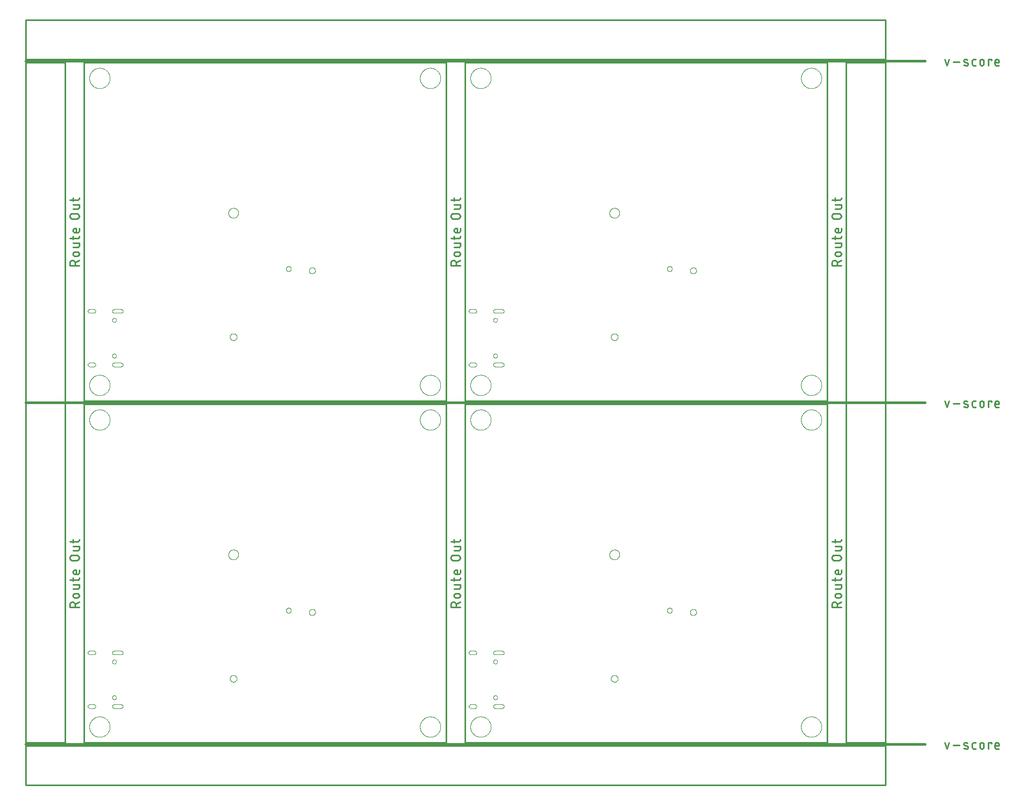
<source format=gko>
G04 EAGLE Gerber RS-274X export*
G75*
%MOMM*%
%FSLAX34Y34*%
%LPD*%
%IN*%
%IPPOS*%
%AMOC8*
5,1,8,0,0,1.08239X$1,22.5*%
G01*
%ADD10C,0.254000*%
%ADD11C,0.279400*%
%ADD12C,0.381000*%
%ADD13C,0.000000*%
%ADD14C,0.010000*%


D10*
X0Y0D02*
X0Y546100D01*
X584200Y546100D01*
X584200Y0D01*
X0Y0D01*
D11*
X-7747Y218554D02*
X-22733Y218554D01*
X-22733Y222717D01*
X-22731Y222845D01*
X-22725Y222973D01*
X-22715Y223101D01*
X-22701Y223229D01*
X-22684Y223356D01*
X-22662Y223482D01*
X-22637Y223608D01*
X-22607Y223732D01*
X-22574Y223856D01*
X-22537Y223979D01*
X-22496Y224101D01*
X-22452Y224221D01*
X-22404Y224340D01*
X-22352Y224457D01*
X-22297Y224573D01*
X-22238Y224686D01*
X-22175Y224799D01*
X-22109Y224909D01*
X-22040Y225016D01*
X-21968Y225122D01*
X-21892Y225226D01*
X-21813Y225327D01*
X-21731Y225426D01*
X-21646Y225522D01*
X-21559Y225615D01*
X-21468Y225706D01*
X-21375Y225793D01*
X-21279Y225878D01*
X-21180Y225960D01*
X-21079Y226039D01*
X-20975Y226115D01*
X-20869Y226187D01*
X-20762Y226256D01*
X-20651Y226322D01*
X-20539Y226385D01*
X-20426Y226444D01*
X-20310Y226499D01*
X-20193Y226551D01*
X-20074Y226599D01*
X-19954Y226643D01*
X-19832Y226684D01*
X-19709Y226721D01*
X-19585Y226754D01*
X-19461Y226784D01*
X-19335Y226809D01*
X-19209Y226831D01*
X-19082Y226848D01*
X-18954Y226862D01*
X-18826Y226872D01*
X-18698Y226878D01*
X-18570Y226880D01*
X-18442Y226878D01*
X-18314Y226872D01*
X-18186Y226862D01*
X-18058Y226848D01*
X-17931Y226831D01*
X-17805Y226809D01*
X-17679Y226784D01*
X-17555Y226754D01*
X-17431Y226721D01*
X-17308Y226684D01*
X-17186Y226643D01*
X-17066Y226599D01*
X-16947Y226551D01*
X-16830Y226499D01*
X-16714Y226444D01*
X-16601Y226385D01*
X-16489Y226322D01*
X-16378Y226256D01*
X-16271Y226187D01*
X-16165Y226115D01*
X-16061Y226039D01*
X-15960Y225960D01*
X-15861Y225878D01*
X-15765Y225793D01*
X-15672Y225706D01*
X-15581Y225615D01*
X-15494Y225522D01*
X-15409Y225426D01*
X-15327Y225327D01*
X-15248Y225226D01*
X-15172Y225122D01*
X-15100Y225016D01*
X-15031Y224909D01*
X-14965Y224799D01*
X-14902Y224686D01*
X-14843Y224573D01*
X-14788Y224457D01*
X-14736Y224340D01*
X-14688Y224221D01*
X-14644Y224101D01*
X-14603Y223979D01*
X-14566Y223856D01*
X-14533Y223732D01*
X-14503Y223608D01*
X-14478Y223482D01*
X-14456Y223356D01*
X-14439Y223229D01*
X-14425Y223101D01*
X-14415Y222973D01*
X-14409Y222845D01*
X-14407Y222717D01*
X-14407Y218554D01*
X-14407Y223549D02*
X-7747Y226879D01*
X-11077Y233838D02*
X-14407Y233838D01*
X-14521Y233840D01*
X-14634Y233846D01*
X-14748Y233855D01*
X-14860Y233869D01*
X-14973Y233886D01*
X-15085Y233908D01*
X-15195Y233933D01*
X-15305Y233961D01*
X-15414Y233994D01*
X-15522Y234030D01*
X-15629Y234070D01*
X-15734Y234114D01*
X-15837Y234161D01*
X-15939Y234211D01*
X-16039Y234265D01*
X-16137Y234323D01*
X-16233Y234384D01*
X-16327Y234447D01*
X-16419Y234515D01*
X-16509Y234585D01*
X-16595Y234658D01*
X-16680Y234734D01*
X-16762Y234813D01*
X-16841Y234895D01*
X-16917Y234980D01*
X-16990Y235066D01*
X-17060Y235156D01*
X-17128Y235248D01*
X-17191Y235342D01*
X-17252Y235438D01*
X-17310Y235536D01*
X-17364Y235636D01*
X-17414Y235738D01*
X-17461Y235841D01*
X-17505Y235946D01*
X-17545Y236053D01*
X-17581Y236161D01*
X-17614Y236270D01*
X-17642Y236380D01*
X-17667Y236490D01*
X-17689Y236602D01*
X-17706Y236715D01*
X-17720Y236827D01*
X-17729Y236941D01*
X-17735Y237054D01*
X-17737Y237168D01*
X-17735Y237282D01*
X-17729Y237395D01*
X-17720Y237509D01*
X-17706Y237621D01*
X-17689Y237734D01*
X-17667Y237846D01*
X-17642Y237956D01*
X-17614Y238066D01*
X-17581Y238175D01*
X-17545Y238283D01*
X-17505Y238390D01*
X-17461Y238495D01*
X-17414Y238598D01*
X-17364Y238700D01*
X-17310Y238800D01*
X-17252Y238898D01*
X-17191Y238994D01*
X-17128Y239088D01*
X-17060Y239180D01*
X-16990Y239270D01*
X-16917Y239356D01*
X-16841Y239441D01*
X-16762Y239523D01*
X-16680Y239602D01*
X-16595Y239678D01*
X-16509Y239751D01*
X-16419Y239821D01*
X-16327Y239889D01*
X-16233Y239952D01*
X-16137Y240013D01*
X-16039Y240071D01*
X-15939Y240125D01*
X-15837Y240175D01*
X-15734Y240222D01*
X-15629Y240266D01*
X-15522Y240306D01*
X-15414Y240342D01*
X-15305Y240375D01*
X-15195Y240403D01*
X-15085Y240428D01*
X-14973Y240450D01*
X-14860Y240467D01*
X-14748Y240481D01*
X-14634Y240490D01*
X-14521Y240496D01*
X-14407Y240498D01*
X-11077Y240498D01*
X-10963Y240496D01*
X-10850Y240490D01*
X-10736Y240481D01*
X-10624Y240467D01*
X-10511Y240450D01*
X-10399Y240428D01*
X-10289Y240403D01*
X-10179Y240375D01*
X-10070Y240342D01*
X-9962Y240306D01*
X-9855Y240266D01*
X-9750Y240222D01*
X-9647Y240175D01*
X-9545Y240125D01*
X-9445Y240071D01*
X-9347Y240013D01*
X-9251Y239952D01*
X-9157Y239889D01*
X-9065Y239821D01*
X-8975Y239751D01*
X-8889Y239678D01*
X-8804Y239602D01*
X-8722Y239523D01*
X-8643Y239441D01*
X-8567Y239356D01*
X-8494Y239270D01*
X-8424Y239180D01*
X-8356Y239088D01*
X-8293Y238994D01*
X-8232Y238898D01*
X-8174Y238800D01*
X-8120Y238700D01*
X-8070Y238598D01*
X-8023Y238495D01*
X-7979Y238390D01*
X-7939Y238283D01*
X-7903Y238175D01*
X-7870Y238066D01*
X-7842Y237956D01*
X-7817Y237846D01*
X-7795Y237734D01*
X-7778Y237621D01*
X-7764Y237509D01*
X-7755Y237395D01*
X-7749Y237282D01*
X-7747Y237168D01*
X-7749Y237054D01*
X-7755Y236941D01*
X-7764Y236827D01*
X-7778Y236715D01*
X-7795Y236602D01*
X-7817Y236490D01*
X-7842Y236380D01*
X-7870Y236270D01*
X-7903Y236161D01*
X-7939Y236053D01*
X-7979Y235946D01*
X-8023Y235841D01*
X-8070Y235738D01*
X-8120Y235636D01*
X-8174Y235536D01*
X-8232Y235438D01*
X-8293Y235342D01*
X-8356Y235248D01*
X-8424Y235156D01*
X-8494Y235066D01*
X-8567Y234980D01*
X-8643Y234895D01*
X-8722Y234813D01*
X-8804Y234734D01*
X-8889Y234658D01*
X-8975Y234585D01*
X-9065Y234515D01*
X-9157Y234447D01*
X-9251Y234384D01*
X-9347Y234323D01*
X-9445Y234265D01*
X-9545Y234211D01*
X-9647Y234161D01*
X-9750Y234114D01*
X-9855Y234070D01*
X-9962Y234030D01*
X-10070Y233994D01*
X-10179Y233961D01*
X-10289Y233933D01*
X-10399Y233908D01*
X-10511Y233886D01*
X-10624Y233869D01*
X-10736Y233855D01*
X-10850Y233846D01*
X-10963Y233840D01*
X-11077Y233838D01*
X-10245Y247906D02*
X-17738Y247906D01*
X-10245Y247905D02*
X-10147Y247907D01*
X-10049Y247913D01*
X-9951Y247922D01*
X-9854Y247936D01*
X-9758Y247953D01*
X-9662Y247974D01*
X-9567Y247999D01*
X-9473Y248027D01*
X-9380Y248059D01*
X-9289Y248095D01*
X-9199Y248134D01*
X-9111Y248177D01*
X-9024Y248224D01*
X-8940Y248273D01*
X-8857Y248326D01*
X-8777Y248382D01*
X-8699Y248441D01*
X-8623Y248504D01*
X-8549Y248569D01*
X-8479Y248637D01*
X-8411Y248707D01*
X-8346Y248781D01*
X-8283Y248857D01*
X-8224Y248935D01*
X-8168Y249015D01*
X-8115Y249098D01*
X-8066Y249182D01*
X-8019Y249269D01*
X-7976Y249357D01*
X-7937Y249447D01*
X-7901Y249538D01*
X-7869Y249631D01*
X-7841Y249725D01*
X-7816Y249820D01*
X-7795Y249916D01*
X-7778Y250012D01*
X-7764Y250109D01*
X-7755Y250207D01*
X-7749Y250305D01*
X-7747Y250403D01*
X-7747Y254566D01*
X-17738Y254566D01*
X-17738Y260547D02*
X-17738Y265542D01*
X-22733Y262212D02*
X-10245Y262212D01*
X-10147Y262214D01*
X-10049Y262220D01*
X-9951Y262229D01*
X-9854Y262243D01*
X-9758Y262260D01*
X-9662Y262281D01*
X-9567Y262306D01*
X-9473Y262334D01*
X-9380Y262366D01*
X-9289Y262402D01*
X-9199Y262441D01*
X-9111Y262484D01*
X-9024Y262531D01*
X-8940Y262580D01*
X-8857Y262633D01*
X-8777Y262689D01*
X-8699Y262748D01*
X-8623Y262811D01*
X-8549Y262876D01*
X-8479Y262944D01*
X-8411Y263014D01*
X-8346Y263088D01*
X-8283Y263164D01*
X-8224Y263242D01*
X-8168Y263322D01*
X-8115Y263405D01*
X-8066Y263489D01*
X-8019Y263576D01*
X-7976Y263664D01*
X-7937Y263754D01*
X-7901Y263845D01*
X-7869Y263938D01*
X-7841Y264032D01*
X-7816Y264127D01*
X-7795Y264223D01*
X-7778Y264319D01*
X-7764Y264416D01*
X-7755Y264514D01*
X-7749Y264612D01*
X-7747Y264710D01*
X-7747Y265542D01*
X-7747Y274371D02*
X-7747Y278534D01*
X-7747Y274371D02*
X-7749Y274273D01*
X-7755Y274175D01*
X-7764Y274077D01*
X-7778Y273980D01*
X-7795Y273884D01*
X-7816Y273788D01*
X-7841Y273693D01*
X-7869Y273599D01*
X-7901Y273506D01*
X-7937Y273415D01*
X-7976Y273325D01*
X-8019Y273237D01*
X-8066Y273150D01*
X-8115Y273066D01*
X-8168Y272983D01*
X-8224Y272903D01*
X-8283Y272825D01*
X-8346Y272749D01*
X-8411Y272675D01*
X-8479Y272605D01*
X-8549Y272537D01*
X-8623Y272472D01*
X-8699Y272409D01*
X-8777Y272350D01*
X-8857Y272294D01*
X-8940Y272241D01*
X-9024Y272192D01*
X-9111Y272145D01*
X-9199Y272102D01*
X-9289Y272063D01*
X-9380Y272027D01*
X-9473Y271995D01*
X-9567Y271967D01*
X-9662Y271942D01*
X-9758Y271921D01*
X-9854Y271904D01*
X-9951Y271890D01*
X-10049Y271881D01*
X-10147Y271875D01*
X-10245Y271873D01*
X-10245Y271874D02*
X-14407Y271874D01*
X-14521Y271876D01*
X-14634Y271882D01*
X-14748Y271891D01*
X-14860Y271905D01*
X-14973Y271922D01*
X-15085Y271944D01*
X-15195Y271969D01*
X-15305Y271997D01*
X-15414Y272030D01*
X-15522Y272066D01*
X-15629Y272106D01*
X-15734Y272150D01*
X-15837Y272197D01*
X-15939Y272247D01*
X-16039Y272301D01*
X-16137Y272359D01*
X-16233Y272420D01*
X-16327Y272483D01*
X-16419Y272551D01*
X-16509Y272621D01*
X-16595Y272694D01*
X-16680Y272770D01*
X-16762Y272849D01*
X-16841Y272931D01*
X-16917Y273016D01*
X-16990Y273102D01*
X-17060Y273192D01*
X-17128Y273284D01*
X-17191Y273378D01*
X-17252Y273474D01*
X-17310Y273572D01*
X-17364Y273672D01*
X-17414Y273774D01*
X-17461Y273877D01*
X-17505Y273982D01*
X-17545Y274089D01*
X-17581Y274197D01*
X-17614Y274306D01*
X-17642Y274416D01*
X-17667Y274526D01*
X-17689Y274638D01*
X-17706Y274751D01*
X-17720Y274863D01*
X-17729Y274977D01*
X-17735Y275090D01*
X-17737Y275204D01*
X-17735Y275318D01*
X-17729Y275431D01*
X-17720Y275545D01*
X-17706Y275657D01*
X-17689Y275770D01*
X-17667Y275882D01*
X-17642Y275992D01*
X-17614Y276102D01*
X-17581Y276211D01*
X-17545Y276319D01*
X-17505Y276426D01*
X-17461Y276531D01*
X-17414Y276634D01*
X-17364Y276736D01*
X-17310Y276836D01*
X-17252Y276934D01*
X-17191Y277030D01*
X-17128Y277124D01*
X-17060Y277216D01*
X-16990Y277306D01*
X-16917Y277392D01*
X-16841Y277477D01*
X-16762Y277559D01*
X-16680Y277638D01*
X-16595Y277714D01*
X-16509Y277787D01*
X-16419Y277857D01*
X-16327Y277925D01*
X-16233Y277988D01*
X-16137Y278049D01*
X-16039Y278107D01*
X-15939Y278161D01*
X-15837Y278211D01*
X-15734Y278258D01*
X-15629Y278302D01*
X-15522Y278342D01*
X-15414Y278378D01*
X-15305Y278411D01*
X-15195Y278439D01*
X-15085Y278464D01*
X-14973Y278486D01*
X-14860Y278503D01*
X-14748Y278517D01*
X-14634Y278526D01*
X-14521Y278532D01*
X-14407Y278534D01*
X-12742Y278534D01*
X-12742Y271874D01*
X-11910Y293967D02*
X-18570Y293967D01*
X-18698Y293969D01*
X-18826Y293975D01*
X-18954Y293985D01*
X-19082Y293999D01*
X-19209Y294016D01*
X-19335Y294038D01*
X-19461Y294063D01*
X-19585Y294093D01*
X-19709Y294126D01*
X-19832Y294163D01*
X-19954Y294204D01*
X-20074Y294248D01*
X-20193Y294296D01*
X-20310Y294348D01*
X-20426Y294403D01*
X-20539Y294462D01*
X-20652Y294525D01*
X-20762Y294591D01*
X-20869Y294660D01*
X-20975Y294732D01*
X-21079Y294808D01*
X-21180Y294887D01*
X-21279Y294969D01*
X-21375Y295054D01*
X-21468Y295141D01*
X-21559Y295232D01*
X-21646Y295325D01*
X-21731Y295421D01*
X-21813Y295520D01*
X-21892Y295621D01*
X-21968Y295725D01*
X-22040Y295831D01*
X-22109Y295938D01*
X-22175Y296049D01*
X-22238Y296161D01*
X-22297Y296274D01*
X-22352Y296390D01*
X-22404Y296507D01*
X-22452Y296626D01*
X-22496Y296746D01*
X-22537Y296868D01*
X-22574Y296991D01*
X-22607Y297115D01*
X-22637Y297239D01*
X-22662Y297365D01*
X-22684Y297491D01*
X-22701Y297618D01*
X-22715Y297746D01*
X-22725Y297874D01*
X-22731Y298002D01*
X-22733Y298130D01*
X-22731Y298258D01*
X-22725Y298386D01*
X-22715Y298514D01*
X-22701Y298642D01*
X-22684Y298769D01*
X-22662Y298895D01*
X-22637Y299021D01*
X-22607Y299145D01*
X-22574Y299269D01*
X-22537Y299392D01*
X-22496Y299514D01*
X-22452Y299634D01*
X-22404Y299753D01*
X-22352Y299870D01*
X-22297Y299986D01*
X-22238Y300099D01*
X-22175Y300212D01*
X-22109Y300322D01*
X-22040Y300429D01*
X-21968Y300535D01*
X-21892Y300639D01*
X-21813Y300740D01*
X-21731Y300839D01*
X-21646Y300935D01*
X-21559Y301028D01*
X-21468Y301119D01*
X-21375Y301206D01*
X-21279Y301291D01*
X-21180Y301373D01*
X-21079Y301452D01*
X-20975Y301528D01*
X-20869Y301600D01*
X-20762Y301669D01*
X-20651Y301735D01*
X-20539Y301798D01*
X-20426Y301857D01*
X-20310Y301912D01*
X-20193Y301964D01*
X-20074Y302012D01*
X-19954Y302056D01*
X-19832Y302097D01*
X-19709Y302134D01*
X-19585Y302167D01*
X-19461Y302197D01*
X-19335Y302222D01*
X-19209Y302244D01*
X-19082Y302261D01*
X-18954Y302275D01*
X-18826Y302285D01*
X-18698Y302291D01*
X-18570Y302293D01*
X-18570Y302292D02*
X-11910Y302292D01*
X-11910Y302293D02*
X-11782Y302291D01*
X-11654Y302285D01*
X-11526Y302275D01*
X-11398Y302261D01*
X-11271Y302244D01*
X-11145Y302222D01*
X-11019Y302197D01*
X-10895Y302167D01*
X-10771Y302134D01*
X-10648Y302097D01*
X-10526Y302056D01*
X-10406Y302012D01*
X-10287Y301964D01*
X-10170Y301912D01*
X-10054Y301857D01*
X-9941Y301798D01*
X-9828Y301735D01*
X-9718Y301669D01*
X-9611Y301600D01*
X-9505Y301528D01*
X-9401Y301452D01*
X-9300Y301373D01*
X-9201Y301291D01*
X-9105Y301206D01*
X-9012Y301119D01*
X-8921Y301028D01*
X-8834Y300935D01*
X-8749Y300839D01*
X-8667Y300740D01*
X-8588Y300639D01*
X-8512Y300535D01*
X-8440Y300429D01*
X-8371Y300322D01*
X-8305Y300212D01*
X-8242Y300099D01*
X-8183Y299986D01*
X-8128Y299870D01*
X-8076Y299753D01*
X-8028Y299634D01*
X-7984Y299514D01*
X-7943Y299392D01*
X-7906Y299269D01*
X-7873Y299145D01*
X-7843Y299021D01*
X-7818Y298895D01*
X-7796Y298769D01*
X-7779Y298642D01*
X-7765Y298514D01*
X-7755Y298386D01*
X-7749Y298258D01*
X-7747Y298130D01*
X-7749Y298002D01*
X-7755Y297874D01*
X-7765Y297746D01*
X-7779Y297618D01*
X-7796Y297491D01*
X-7818Y297365D01*
X-7843Y297239D01*
X-7873Y297115D01*
X-7906Y296991D01*
X-7943Y296868D01*
X-7984Y296746D01*
X-8028Y296626D01*
X-8076Y296507D01*
X-8128Y296390D01*
X-8183Y296274D01*
X-8242Y296161D01*
X-8305Y296049D01*
X-8371Y295938D01*
X-8440Y295831D01*
X-8512Y295725D01*
X-8588Y295621D01*
X-8667Y295520D01*
X-8749Y295421D01*
X-8834Y295325D01*
X-8921Y295232D01*
X-9012Y295141D01*
X-9105Y295054D01*
X-9201Y294969D01*
X-9300Y294887D01*
X-9401Y294808D01*
X-9505Y294732D01*
X-9611Y294660D01*
X-9718Y294591D01*
X-9829Y294525D01*
X-9941Y294462D01*
X-10054Y294403D01*
X-10170Y294348D01*
X-10287Y294296D01*
X-10406Y294248D01*
X-10526Y294204D01*
X-10648Y294163D01*
X-10771Y294126D01*
X-10895Y294093D01*
X-11019Y294063D01*
X-11145Y294038D01*
X-11271Y294016D01*
X-11398Y293999D01*
X-11526Y293985D01*
X-11654Y293975D01*
X-11782Y293969D01*
X-11910Y293967D01*
X-10245Y309909D02*
X-17738Y309909D01*
X-10245Y309909D02*
X-10147Y309911D01*
X-10049Y309917D01*
X-9951Y309926D01*
X-9854Y309940D01*
X-9758Y309957D01*
X-9662Y309978D01*
X-9567Y310003D01*
X-9473Y310031D01*
X-9380Y310063D01*
X-9289Y310099D01*
X-9199Y310138D01*
X-9111Y310181D01*
X-9024Y310228D01*
X-8940Y310277D01*
X-8857Y310330D01*
X-8777Y310386D01*
X-8699Y310445D01*
X-8623Y310508D01*
X-8549Y310573D01*
X-8479Y310641D01*
X-8411Y310711D01*
X-8346Y310785D01*
X-8283Y310861D01*
X-8224Y310939D01*
X-8168Y311019D01*
X-8115Y311102D01*
X-8066Y311186D01*
X-8019Y311273D01*
X-7976Y311361D01*
X-7937Y311451D01*
X-7901Y311542D01*
X-7869Y311635D01*
X-7841Y311729D01*
X-7816Y311824D01*
X-7795Y311920D01*
X-7778Y312016D01*
X-7764Y312113D01*
X-7755Y312211D01*
X-7749Y312309D01*
X-7747Y312407D01*
X-7747Y316570D01*
X-17738Y316570D01*
X-17738Y322551D02*
X-17738Y327546D01*
X-22733Y324216D02*
X-10245Y324216D01*
X-10147Y324218D01*
X-10049Y324224D01*
X-9951Y324233D01*
X-9854Y324247D01*
X-9758Y324264D01*
X-9662Y324285D01*
X-9567Y324310D01*
X-9473Y324338D01*
X-9380Y324370D01*
X-9289Y324406D01*
X-9199Y324445D01*
X-9111Y324488D01*
X-9024Y324535D01*
X-8940Y324584D01*
X-8857Y324637D01*
X-8777Y324693D01*
X-8699Y324752D01*
X-8623Y324815D01*
X-8549Y324880D01*
X-8479Y324948D01*
X-8411Y325018D01*
X-8346Y325092D01*
X-8283Y325168D01*
X-8224Y325246D01*
X-8168Y325326D01*
X-8115Y325409D01*
X-8066Y325493D01*
X-8019Y325580D01*
X-7976Y325668D01*
X-7937Y325758D01*
X-7901Y325849D01*
X-7869Y325942D01*
X-7841Y326036D01*
X-7816Y326131D01*
X-7795Y326227D01*
X-7778Y326323D01*
X-7764Y326420D01*
X-7755Y326518D01*
X-7749Y326616D01*
X-7747Y326714D01*
X-7747Y327546D01*
D10*
X614680Y546100D02*
X614680Y0D01*
X614680Y546100D02*
X1198880Y546100D01*
X1198880Y0D01*
X614680Y0D01*
D11*
X606933Y218554D02*
X591947Y218554D01*
X591947Y222717D01*
X591949Y222845D01*
X591955Y222973D01*
X591965Y223101D01*
X591979Y223229D01*
X591996Y223356D01*
X592018Y223482D01*
X592043Y223608D01*
X592073Y223732D01*
X592106Y223856D01*
X592143Y223979D01*
X592184Y224101D01*
X592228Y224221D01*
X592276Y224340D01*
X592328Y224457D01*
X592383Y224573D01*
X592442Y224686D01*
X592505Y224799D01*
X592571Y224909D01*
X592640Y225016D01*
X592712Y225122D01*
X592788Y225226D01*
X592867Y225327D01*
X592949Y225426D01*
X593034Y225522D01*
X593121Y225615D01*
X593212Y225706D01*
X593305Y225793D01*
X593401Y225878D01*
X593500Y225960D01*
X593601Y226039D01*
X593705Y226115D01*
X593811Y226187D01*
X593918Y226256D01*
X594029Y226322D01*
X594141Y226385D01*
X594254Y226444D01*
X594370Y226499D01*
X594487Y226551D01*
X594606Y226599D01*
X594726Y226643D01*
X594848Y226684D01*
X594971Y226721D01*
X595095Y226754D01*
X595219Y226784D01*
X595345Y226809D01*
X595471Y226831D01*
X595598Y226848D01*
X595726Y226862D01*
X595854Y226872D01*
X595982Y226878D01*
X596110Y226880D01*
X596238Y226878D01*
X596366Y226872D01*
X596494Y226862D01*
X596622Y226848D01*
X596749Y226831D01*
X596875Y226809D01*
X597001Y226784D01*
X597125Y226754D01*
X597249Y226721D01*
X597372Y226684D01*
X597494Y226643D01*
X597614Y226599D01*
X597733Y226551D01*
X597850Y226499D01*
X597966Y226444D01*
X598079Y226385D01*
X598192Y226322D01*
X598302Y226256D01*
X598409Y226187D01*
X598515Y226115D01*
X598619Y226039D01*
X598720Y225960D01*
X598819Y225878D01*
X598915Y225793D01*
X599008Y225706D01*
X599099Y225615D01*
X599186Y225522D01*
X599271Y225426D01*
X599353Y225327D01*
X599432Y225226D01*
X599508Y225122D01*
X599580Y225016D01*
X599649Y224909D01*
X599715Y224799D01*
X599778Y224686D01*
X599837Y224573D01*
X599892Y224457D01*
X599944Y224340D01*
X599992Y224221D01*
X600036Y224101D01*
X600077Y223979D01*
X600114Y223856D01*
X600147Y223732D01*
X600177Y223608D01*
X600202Y223482D01*
X600224Y223356D01*
X600241Y223229D01*
X600255Y223101D01*
X600265Y222973D01*
X600271Y222845D01*
X600273Y222717D01*
X600273Y218554D01*
X600273Y223549D02*
X606933Y226879D01*
X603603Y233838D02*
X600273Y233838D01*
X600159Y233840D01*
X600046Y233846D01*
X599932Y233855D01*
X599820Y233869D01*
X599707Y233886D01*
X599595Y233908D01*
X599485Y233933D01*
X599375Y233961D01*
X599266Y233994D01*
X599158Y234030D01*
X599051Y234070D01*
X598946Y234114D01*
X598843Y234161D01*
X598741Y234211D01*
X598641Y234265D01*
X598543Y234323D01*
X598447Y234384D01*
X598353Y234447D01*
X598261Y234515D01*
X598171Y234585D01*
X598085Y234658D01*
X598000Y234734D01*
X597918Y234813D01*
X597839Y234895D01*
X597763Y234980D01*
X597690Y235066D01*
X597620Y235156D01*
X597552Y235248D01*
X597489Y235342D01*
X597428Y235438D01*
X597370Y235536D01*
X597316Y235636D01*
X597266Y235738D01*
X597219Y235841D01*
X597175Y235946D01*
X597135Y236053D01*
X597099Y236161D01*
X597066Y236270D01*
X597038Y236380D01*
X597013Y236490D01*
X596991Y236602D01*
X596974Y236715D01*
X596960Y236827D01*
X596951Y236941D01*
X596945Y237054D01*
X596943Y237168D01*
X596945Y237282D01*
X596951Y237395D01*
X596960Y237509D01*
X596974Y237621D01*
X596991Y237734D01*
X597013Y237846D01*
X597038Y237956D01*
X597066Y238066D01*
X597099Y238175D01*
X597135Y238283D01*
X597175Y238390D01*
X597219Y238495D01*
X597266Y238598D01*
X597316Y238700D01*
X597370Y238800D01*
X597428Y238898D01*
X597489Y238994D01*
X597552Y239088D01*
X597620Y239180D01*
X597690Y239270D01*
X597763Y239356D01*
X597839Y239441D01*
X597918Y239523D01*
X598000Y239602D01*
X598085Y239678D01*
X598171Y239751D01*
X598261Y239821D01*
X598353Y239889D01*
X598447Y239952D01*
X598543Y240013D01*
X598641Y240071D01*
X598741Y240125D01*
X598843Y240175D01*
X598946Y240222D01*
X599051Y240266D01*
X599158Y240306D01*
X599266Y240342D01*
X599375Y240375D01*
X599485Y240403D01*
X599595Y240428D01*
X599707Y240450D01*
X599820Y240467D01*
X599932Y240481D01*
X600046Y240490D01*
X600159Y240496D01*
X600273Y240498D01*
X603603Y240498D01*
X603717Y240496D01*
X603830Y240490D01*
X603944Y240481D01*
X604056Y240467D01*
X604169Y240450D01*
X604281Y240428D01*
X604391Y240403D01*
X604501Y240375D01*
X604610Y240342D01*
X604718Y240306D01*
X604825Y240266D01*
X604930Y240222D01*
X605033Y240175D01*
X605135Y240125D01*
X605235Y240071D01*
X605333Y240013D01*
X605429Y239952D01*
X605523Y239889D01*
X605615Y239821D01*
X605705Y239751D01*
X605791Y239678D01*
X605876Y239602D01*
X605958Y239523D01*
X606037Y239441D01*
X606113Y239356D01*
X606186Y239270D01*
X606256Y239180D01*
X606324Y239088D01*
X606387Y238994D01*
X606448Y238898D01*
X606506Y238800D01*
X606560Y238700D01*
X606610Y238598D01*
X606657Y238495D01*
X606701Y238390D01*
X606741Y238283D01*
X606777Y238175D01*
X606810Y238066D01*
X606838Y237956D01*
X606863Y237846D01*
X606885Y237734D01*
X606902Y237621D01*
X606916Y237509D01*
X606925Y237395D01*
X606931Y237282D01*
X606933Y237168D01*
X606931Y237054D01*
X606925Y236941D01*
X606916Y236827D01*
X606902Y236715D01*
X606885Y236602D01*
X606863Y236490D01*
X606838Y236380D01*
X606810Y236270D01*
X606777Y236161D01*
X606741Y236053D01*
X606701Y235946D01*
X606657Y235841D01*
X606610Y235738D01*
X606560Y235636D01*
X606506Y235536D01*
X606448Y235438D01*
X606387Y235342D01*
X606324Y235248D01*
X606256Y235156D01*
X606186Y235066D01*
X606113Y234980D01*
X606037Y234895D01*
X605958Y234813D01*
X605876Y234734D01*
X605791Y234658D01*
X605705Y234585D01*
X605615Y234515D01*
X605523Y234447D01*
X605429Y234384D01*
X605333Y234323D01*
X605235Y234265D01*
X605135Y234211D01*
X605033Y234161D01*
X604930Y234114D01*
X604825Y234070D01*
X604718Y234030D01*
X604610Y233994D01*
X604501Y233961D01*
X604391Y233933D01*
X604281Y233908D01*
X604169Y233886D01*
X604056Y233869D01*
X603944Y233855D01*
X603830Y233846D01*
X603717Y233840D01*
X603603Y233838D01*
X604435Y247906D02*
X596942Y247906D01*
X604435Y247905D02*
X604533Y247907D01*
X604631Y247913D01*
X604729Y247922D01*
X604826Y247936D01*
X604922Y247953D01*
X605018Y247974D01*
X605113Y247999D01*
X605207Y248027D01*
X605300Y248059D01*
X605391Y248095D01*
X605481Y248134D01*
X605569Y248177D01*
X605656Y248224D01*
X605740Y248273D01*
X605823Y248326D01*
X605903Y248382D01*
X605982Y248441D01*
X606057Y248504D01*
X606131Y248569D01*
X606201Y248637D01*
X606269Y248707D01*
X606335Y248781D01*
X606397Y248857D01*
X606456Y248935D01*
X606512Y249015D01*
X606565Y249098D01*
X606615Y249182D01*
X606661Y249269D01*
X606704Y249357D01*
X606743Y249447D01*
X606779Y249538D01*
X606811Y249631D01*
X606839Y249725D01*
X606864Y249820D01*
X606885Y249916D01*
X606902Y250012D01*
X606916Y250109D01*
X606925Y250207D01*
X606931Y250305D01*
X606933Y250403D01*
X606933Y254566D01*
X596942Y254566D01*
X596942Y260547D02*
X596942Y265542D01*
X591947Y262212D02*
X604435Y262212D01*
X604533Y262214D01*
X604631Y262220D01*
X604729Y262229D01*
X604826Y262243D01*
X604922Y262260D01*
X605018Y262281D01*
X605113Y262306D01*
X605207Y262334D01*
X605300Y262366D01*
X605391Y262402D01*
X605481Y262441D01*
X605569Y262484D01*
X605656Y262531D01*
X605740Y262580D01*
X605823Y262633D01*
X605903Y262689D01*
X605982Y262748D01*
X606057Y262811D01*
X606131Y262876D01*
X606201Y262944D01*
X606269Y263014D01*
X606335Y263088D01*
X606397Y263164D01*
X606456Y263242D01*
X606512Y263322D01*
X606565Y263405D01*
X606615Y263489D01*
X606661Y263576D01*
X606704Y263664D01*
X606743Y263754D01*
X606779Y263845D01*
X606811Y263938D01*
X606839Y264032D01*
X606864Y264127D01*
X606885Y264223D01*
X606902Y264319D01*
X606916Y264416D01*
X606925Y264514D01*
X606931Y264612D01*
X606933Y264710D01*
X606933Y265542D01*
X606933Y274371D02*
X606933Y278534D01*
X606933Y274371D02*
X606931Y274273D01*
X606925Y274175D01*
X606916Y274077D01*
X606902Y273980D01*
X606885Y273884D01*
X606864Y273788D01*
X606839Y273693D01*
X606811Y273599D01*
X606779Y273506D01*
X606743Y273415D01*
X606704Y273325D01*
X606661Y273237D01*
X606614Y273150D01*
X606565Y273066D01*
X606512Y272983D01*
X606456Y272903D01*
X606397Y272825D01*
X606335Y272749D01*
X606269Y272675D01*
X606201Y272605D01*
X606131Y272537D01*
X606057Y272472D01*
X605982Y272409D01*
X605903Y272350D01*
X605823Y272294D01*
X605740Y272241D01*
X605656Y272192D01*
X605569Y272145D01*
X605481Y272102D01*
X605391Y272063D01*
X605300Y272027D01*
X605207Y271995D01*
X605113Y271967D01*
X605018Y271942D01*
X604922Y271921D01*
X604826Y271904D01*
X604729Y271890D01*
X604631Y271881D01*
X604533Y271875D01*
X604435Y271873D01*
X604435Y271874D02*
X600273Y271874D01*
X600159Y271876D01*
X600046Y271882D01*
X599932Y271891D01*
X599820Y271905D01*
X599707Y271922D01*
X599595Y271944D01*
X599485Y271969D01*
X599375Y271997D01*
X599266Y272030D01*
X599158Y272066D01*
X599051Y272106D01*
X598946Y272150D01*
X598843Y272197D01*
X598741Y272247D01*
X598641Y272301D01*
X598543Y272359D01*
X598447Y272420D01*
X598353Y272483D01*
X598261Y272551D01*
X598171Y272621D01*
X598085Y272694D01*
X598000Y272770D01*
X597918Y272849D01*
X597839Y272931D01*
X597763Y273016D01*
X597690Y273102D01*
X597620Y273192D01*
X597552Y273284D01*
X597489Y273378D01*
X597428Y273474D01*
X597370Y273572D01*
X597316Y273672D01*
X597266Y273774D01*
X597219Y273877D01*
X597175Y273982D01*
X597135Y274089D01*
X597099Y274197D01*
X597066Y274306D01*
X597038Y274416D01*
X597013Y274526D01*
X596991Y274638D01*
X596974Y274751D01*
X596960Y274863D01*
X596951Y274977D01*
X596945Y275090D01*
X596943Y275204D01*
X596945Y275318D01*
X596951Y275431D01*
X596960Y275545D01*
X596974Y275657D01*
X596991Y275770D01*
X597013Y275882D01*
X597038Y275992D01*
X597066Y276102D01*
X597099Y276211D01*
X597135Y276319D01*
X597175Y276426D01*
X597219Y276531D01*
X597266Y276634D01*
X597316Y276736D01*
X597370Y276836D01*
X597428Y276934D01*
X597489Y277030D01*
X597552Y277124D01*
X597620Y277216D01*
X597690Y277306D01*
X597763Y277392D01*
X597839Y277477D01*
X597918Y277559D01*
X598000Y277638D01*
X598085Y277714D01*
X598171Y277787D01*
X598261Y277857D01*
X598353Y277925D01*
X598447Y277988D01*
X598543Y278049D01*
X598641Y278107D01*
X598741Y278161D01*
X598843Y278211D01*
X598946Y278258D01*
X599051Y278302D01*
X599158Y278342D01*
X599266Y278378D01*
X599375Y278411D01*
X599485Y278439D01*
X599595Y278464D01*
X599707Y278486D01*
X599820Y278503D01*
X599932Y278517D01*
X600046Y278526D01*
X600159Y278532D01*
X600273Y278534D01*
X601938Y278534D01*
X601938Y271874D01*
X602770Y293967D02*
X596110Y293967D01*
X595982Y293969D01*
X595854Y293975D01*
X595726Y293985D01*
X595598Y293999D01*
X595471Y294016D01*
X595345Y294038D01*
X595219Y294063D01*
X595095Y294093D01*
X594971Y294126D01*
X594848Y294163D01*
X594726Y294204D01*
X594606Y294248D01*
X594487Y294296D01*
X594370Y294348D01*
X594254Y294403D01*
X594141Y294462D01*
X594029Y294525D01*
X593918Y294591D01*
X593811Y294660D01*
X593705Y294732D01*
X593601Y294808D01*
X593500Y294887D01*
X593401Y294969D01*
X593305Y295054D01*
X593212Y295141D01*
X593121Y295232D01*
X593034Y295325D01*
X592949Y295421D01*
X592867Y295520D01*
X592788Y295621D01*
X592712Y295725D01*
X592640Y295831D01*
X592571Y295938D01*
X592505Y296049D01*
X592442Y296161D01*
X592383Y296274D01*
X592328Y296390D01*
X592276Y296507D01*
X592228Y296626D01*
X592184Y296746D01*
X592143Y296868D01*
X592106Y296991D01*
X592073Y297115D01*
X592043Y297239D01*
X592018Y297365D01*
X591996Y297491D01*
X591979Y297618D01*
X591965Y297746D01*
X591955Y297874D01*
X591949Y298002D01*
X591947Y298130D01*
X591949Y298258D01*
X591955Y298386D01*
X591965Y298514D01*
X591979Y298642D01*
X591996Y298769D01*
X592018Y298895D01*
X592043Y299021D01*
X592073Y299145D01*
X592106Y299269D01*
X592143Y299392D01*
X592184Y299514D01*
X592228Y299634D01*
X592276Y299753D01*
X592328Y299870D01*
X592383Y299986D01*
X592442Y300099D01*
X592505Y300212D01*
X592571Y300322D01*
X592640Y300429D01*
X592712Y300535D01*
X592788Y300639D01*
X592867Y300740D01*
X592949Y300839D01*
X593034Y300935D01*
X593121Y301028D01*
X593212Y301119D01*
X593305Y301206D01*
X593401Y301291D01*
X593500Y301373D01*
X593601Y301452D01*
X593705Y301528D01*
X593811Y301600D01*
X593918Y301669D01*
X594029Y301735D01*
X594141Y301798D01*
X594254Y301857D01*
X594370Y301912D01*
X594487Y301964D01*
X594606Y302012D01*
X594726Y302056D01*
X594848Y302097D01*
X594971Y302134D01*
X595095Y302167D01*
X595219Y302197D01*
X595345Y302222D01*
X595471Y302244D01*
X595598Y302261D01*
X595726Y302275D01*
X595854Y302285D01*
X595982Y302291D01*
X596110Y302293D01*
X596110Y302292D02*
X602770Y302292D01*
X602770Y302293D02*
X602898Y302291D01*
X603026Y302285D01*
X603154Y302275D01*
X603282Y302261D01*
X603409Y302244D01*
X603535Y302222D01*
X603661Y302197D01*
X603785Y302167D01*
X603909Y302134D01*
X604032Y302097D01*
X604154Y302056D01*
X604274Y302012D01*
X604393Y301964D01*
X604510Y301912D01*
X604626Y301857D01*
X604739Y301798D01*
X604852Y301735D01*
X604962Y301669D01*
X605069Y301600D01*
X605175Y301528D01*
X605279Y301452D01*
X605380Y301373D01*
X605479Y301291D01*
X605575Y301206D01*
X605668Y301119D01*
X605759Y301028D01*
X605846Y300935D01*
X605931Y300839D01*
X606013Y300740D01*
X606092Y300639D01*
X606168Y300535D01*
X606240Y300429D01*
X606309Y300322D01*
X606375Y300212D01*
X606438Y300099D01*
X606497Y299986D01*
X606552Y299870D01*
X606604Y299753D01*
X606652Y299634D01*
X606696Y299514D01*
X606737Y299392D01*
X606774Y299269D01*
X606807Y299145D01*
X606837Y299021D01*
X606862Y298895D01*
X606884Y298769D01*
X606901Y298642D01*
X606915Y298514D01*
X606925Y298386D01*
X606931Y298258D01*
X606933Y298130D01*
X606931Y298002D01*
X606925Y297874D01*
X606915Y297746D01*
X606901Y297618D01*
X606884Y297491D01*
X606862Y297365D01*
X606837Y297239D01*
X606807Y297115D01*
X606774Y296991D01*
X606737Y296868D01*
X606696Y296746D01*
X606652Y296626D01*
X606604Y296507D01*
X606552Y296390D01*
X606497Y296274D01*
X606438Y296161D01*
X606375Y296049D01*
X606309Y295938D01*
X606240Y295831D01*
X606168Y295725D01*
X606092Y295621D01*
X606013Y295520D01*
X605931Y295421D01*
X605846Y295325D01*
X605759Y295232D01*
X605668Y295141D01*
X605575Y295054D01*
X605479Y294969D01*
X605380Y294887D01*
X605279Y294808D01*
X605175Y294732D01*
X605069Y294660D01*
X604962Y294591D01*
X604852Y294525D01*
X604739Y294462D01*
X604626Y294403D01*
X604510Y294348D01*
X604393Y294296D01*
X604274Y294248D01*
X604154Y294204D01*
X604032Y294163D01*
X603909Y294126D01*
X603785Y294093D01*
X603661Y294063D01*
X603535Y294038D01*
X603409Y294016D01*
X603282Y293999D01*
X603154Y293985D01*
X603026Y293975D01*
X602898Y293969D01*
X602770Y293967D01*
X604435Y309909D02*
X596942Y309909D01*
X604435Y309909D02*
X604533Y309911D01*
X604631Y309917D01*
X604729Y309926D01*
X604826Y309940D01*
X604922Y309957D01*
X605018Y309978D01*
X605113Y310003D01*
X605207Y310031D01*
X605300Y310063D01*
X605391Y310099D01*
X605481Y310138D01*
X605569Y310181D01*
X605656Y310228D01*
X605740Y310277D01*
X605823Y310330D01*
X605903Y310386D01*
X605982Y310445D01*
X606057Y310508D01*
X606131Y310573D01*
X606201Y310641D01*
X606269Y310711D01*
X606335Y310785D01*
X606397Y310861D01*
X606456Y310939D01*
X606512Y311019D01*
X606565Y311102D01*
X606615Y311186D01*
X606661Y311273D01*
X606704Y311361D01*
X606743Y311451D01*
X606779Y311542D01*
X606811Y311635D01*
X606839Y311729D01*
X606864Y311824D01*
X606885Y311920D01*
X606902Y312016D01*
X606916Y312113D01*
X606925Y312211D01*
X606931Y312309D01*
X606933Y312407D01*
X606933Y316570D01*
X596942Y316570D01*
X596942Y322551D02*
X596942Y327546D01*
X591947Y324216D02*
X604435Y324216D01*
X604435Y324215D02*
X604533Y324217D01*
X604631Y324223D01*
X604729Y324232D01*
X604826Y324246D01*
X604922Y324263D01*
X605018Y324284D01*
X605113Y324309D01*
X605207Y324337D01*
X605300Y324369D01*
X605391Y324405D01*
X605481Y324444D01*
X605569Y324487D01*
X605656Y324534D01*
X605740Y324583D01*
X605823Y324636D01*
X605903Y324692D01*
X605982Y324751D01*
X606057Y324814D01*
X606131Y324879D01*
X606201Y324947D01*
X606269Y325017D01*
X606335Y325091D01*
X606397Y325167D01*
X606456Y325245D01*
X606512Y325325D01*
X606565Y325408D01*
X606615Y325492D01*
X606661Y325579D01*
X606704Y325667D01*
X606743Y325757D01*
X606779Y325848D01*
X606811Y325941D01*
X606839Y326035D01*
X606864Y326130D01*
X606885Y326226D01*
X606902Y326322D01*
X606916Y326419D01*
X606925Y326517D01*
X606931Y326615D01*
X606933Y326713D01*
X606933Y326714D02*
X606933Y327546D01*
X1206627Y218554D02*
X1221613Y218554D01*
X1206627Y218554D02*
X1206627Y222717D01*
X1206629Y222845D01*
X1206635Y222973D01*
X1206645Y223101D01*
X1206659Y223229D01*
X1206676Y223356D01*
X1206698Y223482D01*
X1206723Y223608D01*
X1206753Y223732D01*
X1206786Y223856D01*
X1206823Y223979D01*
X1206864Y224101D01*
X1206908Y224221D01*
X1206956Y224340D01*
X1207008Y224457D01*
X1207063Y224573D01*
X1207122Y224686D01*
X1207185Y224799D01*
X1207251Y224909D01*
X1207320Y225016D01*
X1207392Y225122D01*
X1207468Y225226D01*
X1207547Y225327D01*
X1207629Y225426D01*
X1207714Y225522D01*
X1207801Y225615D01*
X1207892Y225706D01*
X1207985Y225793D01*
X1208081Y225878D01*
X1208180Y225960D01*
X1208281Y226039D01*
X1208385Y226115D01*
X1208491Y226187D01*
X1208598Y226256D01*
X1208709Y226322D01*
X1208821Y226385D01*
X1208934Y226444D01*
X1209050Y226499D01*
X1209167Y226551D01*
X1209286Y226599D01*
X1209406Y226643D01*
X1209528Y226684D01*
X1209651Y226721D01*
X1209775Y226754D01*
X1209899Y226784D01*
X1210025Y226809D01*
X1210151Y226831D01*
X1210278Y226848D01*
X1210406Y226862D01*
X1210534Y226872D01*
X1210662Y226878D01*
X1210790Y226880D01*
X1210918Y226878D01*
X1211046Y226872D01*
X1211174Y226862D01*
X1211302Y226848D01*
X1211429Y226831D01*
X1211555Y226809D01*
X1211681Y226784D01*
X1211805Y226754D01*
X1211929Y226721D01*
X1212052Y226684D01*
X1212174Y226643D01*
X1212294Y226599D01*
X1212413Y226551D01*
X1212530Y226499D01*
X1212646Y226444D01*
X1212759Y226385D01*
X1212872Y226322D01*
X1212982Y226256D01*
X1213089Y226187D01*
X1213195Y226115D01*
X1213299Y226039D01*
X1213400Y225960D01*
X1213499Y225878D01*
X1213595Y225793D01*
X1213688Y225706D01*
X1213779Y225615D01*
X1213866Y225522D01*
X1213951Y225426D01*
X1214033Y225327D01*
X1214112Y225226D01*
X1214188Y225122D01*
X1214260Y225016D01*
X1214329Y224909D01*
X1214395Y224799D01*
X1214458Y224686D01*
X1214517Y224573D01*
X1214572Y224457D01*
X1214624Y224340D01*
X1214672Y224221D01*
X1214716Y224101D01*
X1214757Y223979D01*
X1214794Y223856D01*
X1214827Y223732D01*
X1214857Y223608D01*
X1214882Y223482D01*
X1214904Y223356D01*
X1214921Y223229D01*
X1214935Y223101D01*
X1214945Y222973D01*
X1214951Y222845D01*
X1214953Y222717D01*
X1214953Y218554D01*
X1214953Y223549D02*
X1221613Y226879D01*
X1218283Y233838D02*
X1214953Y233838D01*
X1214839Y233840D01*
X1214726Y233846D01*
X1214612Y233855D01*
X1214500Y233869D01*
X1214387Y233886D01*
X1214275Y233908D01*
X1214165Y233933D01*
X1214055Y233961D01*
X1213946Y233994D01*
X1213838Y234030D01*
X1213731Y234070D01*
X1213626Y234114D01*
X1213523Y234161D01*
X1213421Y234211D01*
X1213321Y234265D01*
X1213223Y234323D01*
X1213127Y234384D01*
X1213033Y234447D01*
X1212941Y234515D01*
X1212851Y234585D01*
X1212765Y234658D01*
X1212680Y234734D01*
X1212598Y234813D01*
X1212519Y234895D01*
X1212443Y234980D01*
X1212370Y235066D01*
X1212300Y235156D01*
X1212232Y235248D01*
X1212169Y235342D01*
X1212108Y235438D01*
X1212050Y235536D01*
X1211996Y235636D01*
X1211946Y235738D01*
X1211899Y235841D01*
X1211855Y235946D01*
X1211815Y236053D01*
X1211779Y236161D01*
X1211746Y236270D01*
X1211718Y236380D01*
X1211693Y236490D01*
X1211671Y236602D01*
X1211654Y236715D01*
X1211640Y236827D01*
X1211631Y236941D01*
X1211625Y237054D01*
X1211623Y237168D01*
X1211625Y237282D01*
X1211631Y237395D01*
X1211640Y237509D01*
X1211654Y237621D01*
X1211671Y237734D01*
X1211693Y237846D01*
X1211718Y237956D01*
X1211746Y238066D01*
X1211779Y238175D01*
X1211815Y238283D01*
X1211855Y238390D01*
X1211899Y238495D01*
X1211946Y238598D01*
X1211996Y238700D01*
X1212050Y238800D01*
X1212108Y238898D01*
X1212169Y238994D01*
X1212232Y239088D01*
X1212300Y239180D01*
X1212370Y239270D01*
X1212443Y239356D01*
X1212519Y239441D01*
X1212598Y239523D01*
X1212680Y239602D01*
X1212765Y239678D01*
X1212851Y239751D01*
X1212941Y239821D01*
X1213033Y239889D01*
X1213127Y239952D01*
X1213223Y240013D01*
X1213321Y240071D01*
X1213421Y240125D01*
X1213523Y240175D01*
X1213626Y240222D01*
X1213731Y240266D01*
X1213838Y240306D01*
X1213946Y240342D01*
X1214055Y240375D01*
X1214165Y240403D01*
X1214275Y240428D01*
X1214387Y240450D01*
X1214500Y240467D01*
X1214612Y240481D01*
X1214726Y240490D01*
X1214839Y240496D01*
X1214953Y240498D01*
X1218283Y240498D01*
X1218397Y240496D01*
X1218510Y240490D01*
X1218624Y240481D01*
X1218736Y240467D01*
X1218849Y240450D01*
X1218961Y240428D01*
X1219071Y240403D01*
X1219181Y240375D01*
X1219290Y240342D01*
X1219398Y240306D01*
X1219505Y240266D01*
X1219610Y240222D01*
X1219713Y240175D01*
X1219815Y240125D01*
X1219915Y240071D01*
X1220013Y240013D01*
X1220109Y239952D01*
X1220203Y239889D01*
X1220295Y239821D01*
X1220385Y239751D01*
X1220471Y239678D01*
X1220556Y239602D01*
X1220638Y239523D01*
X1220717Y239441D01*
X1220793Y239356D01*
X1220866Y239270D01*
X1220936Y239180D01*
X1221004Y239088D01*
X1221067Y238994D01*
X1221128Y238898D01*
X1221186Y238800D01*
X1221240Y238700D01*
X1221290Y238598D01*
X1221337Y238495D01*
X1221381Y238390D01*
X1221421Y238283D01*
X1221457Y238175D01*
X1221490Y238066D01*
X1221518Y237956D01*
X1221543Y237846D01*
X1221565Y237734D01*
X1221582Y237621D01*
X1221596Y237509D01*
X1221605Y237395D01*
X1221611Y237282D01*
X1221613Y237168D01*
X1221611Y237054D01*
X1221605Y236941D01*
X1221596Y236827D01*
X1221582Y236715D01*
X1221565Y236602D01*
X1221543Y236490D01*
X1221518Y236380D01*
X1221490Y236270D01*
X1221457Y236161D01*
X1221421Y236053D01*
X1221381Y235946D01*
X1221337Y235841D01*
X1221290Y235738D01*
X1221240Y235636D01*
X1221186Y235536D01*
X1221128Y235438D01*
X1221067Y235342D01*
X1221004Y235248D01*
X1220936Y235156D01*
X1220866Y235066D01*
X1220793Y234980D01*
X1220717Y234895D01*
X1220638Y234813D01*
X1220556Y234734D01*
X1220471Y234658D01*
X1220385Y234585D01*
X1220295Y234515D01*
X1220203Y234447D01*
X1220109Y234384D01*
X1220013Y234323D01*
X1219915Y234265D01*
X1219815Y234211D01*
X1219713Y234161D01*
X1219610Y234114D01*
X1219505Y234070D01*
X1219398Y234030D01*
X1219290Y233994D01*
X1219181Y233961D01*
X1219071Y233933D01*
X1218961Y233908D01*
X1218849Y233886D01*
X1218736Y233869D01*
X1218624Y233855D01*
X1218510Y233846D01*
X1218397Y233840D01*
X1218283Y233838D01*
X1219115Y247906D02*
X1211622Y247906D01*
X1219115Y247905D02*
X1219213Y247907D01*
X1219311Y247913D01*
X1219409Y247922D01*
X1219506Y247936D01*
X1219602Y247953D01*
X1219698Y247974D01*
X1219793Y247999D01*
X1219887Y248027D01*
X1219980Y248059D01*
X1220071Y248095D01*
X1220161Y248134D01*
X1220249Y248177D01*
X1220336Y248224D01*
X1220420Y248273D01*
X1220503Y248326D01*
X1220583Y248382D01*
X1220662Y248441D01*
X1220737Y248504D01*
X1220811Y248569D01*
X1220881Y248637D01*
X1220949Y248707D01*
X1221015Y248781D01*
X1221077Y248857D01*
X1221136Y248935D01*
X1221192Y249015D01*
X1221245Y249098D01*
X1221295Y249182D01*
X1221341Y249269D01*
X1221384Y249357D01*
X1221423Y249447D01*
X1221459Y249538D01*
X1221491Y249631D01*
X1221519Y249725D01*
X1221544Y249820D01*
X1221565Y249916D01*
X1221582Y250012D01*
X1221596Y250109D01*
X1221605Y250207D01*
X1221611Y250305D01*
X1221613Y250403D01*
X1221613Y254566D01*
X1211622Y254566D01*
X1211622Y260547D02*
X1211622Y265542D01*
X1206627Y262212D02*
X1219115Y262212D01*
X1219213Y262214D01*
X1219311Y262220D01*
X1219409Y262229D01*
X1219506Y262243D01*
X1219602Y262260D01*
X1219698Y262281D01*
X1219793Y262306D01*
X1219887Y262334D01*
X1219980Y262366D01*
X1220071Y262402D01*
X1220161Y262441D01*
X1220249Y262484D01*
X1220336Y262531D01*
X1220420Y262580D01*
X1220503Y262633D01*
X1220583Y262689D01*
X1220662Y262748D01*
X1220737Y262811D01*
X1220811Y262876D01*
X1220881Y262944D01*
X1220949Y263014D01*
X1221015Y263088D01*
X1221077Y263164D01*
X1221136Y263242D01*
X1221192Y263322D01*
X1221245Y263405D01*
X1221295Y263489D01*
X1221341Y263576D01*
X1221384Y263664D01*
X1221423Y263754D01*
X1221459Y263845D01*
X1221491Y263938D01*
X1221519Y264032D01*
X1221544Y264127D01*
X1221565Y264223D01*
X1221582Y264319D01*
X1221596Y264416D01*
X1221605Y264514D01*
X1221611Y264612D01*
X1221613Y264710D01*
X1221613Y265542D01*
X1221613Y274371D02*
X1221613Y278534D01*
X1221613Y274371D02*
X1221611Y274273D01*
X1221605Y274175D01*
X1221596Y274077D01*
X1221582Y273980D01*
X1221565Y273884D01*
X1221544Y273788D01*
X1221519Y273693D01*
X1221491Y273599D01*
X1221459Y273506D01*
X1221423Y273415D01*
X1221384Y273325D01*
X1221341Y273237D01*
X1221294Y273150D01*
X1221245Y273066D01*
X1221192Y272983D01*
X1221136Y272903D01*
X1221077Y272825D01*
X1221015Y272749D01*
X1220949Y272675D01*
X1220881Y272605D01*
X1220811Y272537D01*
X1220737Y272472D01*
X1220662Y272409D01*
X1220583Y272350D01*
X1220503Y272294D01*
X1220420Y272241D01*
X1220336Y272192D01*
X1220249Y272145D01*
X1220161Y272102D01*
X1220071Y272063D01*
X1219980Y272027D01*
X1219887Y271995D01*
X1219793Y271967D01*
X1219698Y271942D01*
X1219602Y271921D01*
X1219506Y271904D01*
X1219409Y271890D01*
X1219311Y271881D01*
X1219213Y271875D01*
X1219115Y271873D01*
X1219115Y271874D02*
X1214953Y271874D01*
X1214839Y271876D01*
X1214726Y271882D01*
X1214612Y271891D01*
X1214500Y271905D01*
X1214387Y271922D01*
X1214275Y271944D01*
X1214165Y271969D01*
X1214055Y271997D01*
X1213946Y272030D01*
X1213838Y272066D01*
X1213731Y272106D01*
X1213626Y272150D01*
X1213523Y272197D01*
X1213421Y272247D01*
X1213321Y272301D01*
X1213223Y272359D01*
X1213127Y272420D01*
X1213033Y272483D01*
X1212941Y272551D01*
X1212851Y272621D01*
X1212765Y272694D01*
X1212680Y272770D01*
X1212598Y272849D01*
X1212519Y272931D01*
X1212443Y273016D01*
X1212370Y273102D01*
X1212300Y273192D01*
X1212232Y273284D01*
X1212169Y273378D01*
X1212108Y273474D01*
X1212050Y273572D01*
X1211996Y273672D01*
X1211946Y273774D01*
X1211899Y273877D01*
X1211855Y273982D01*
X1211815Y274089D01*
X1211779Y274197D01*
X1211746Y274306D01*
X1211718Y274416D01*
X1211693Y274526D01*
X1211671Y274638D01*
X1211654Y274751D01*
X1211640Y274863D01*
X1211631Y274977D01*
X1211625Y275090D01*
X1211623Y275204D01*
X1211625Y275318D01*
X1211631Y275431D01*
X1211640Y275545D01*
X1211654Y275657D01*
X1211671Y275770D01*
X1211693Y275882D01*
X1211718Y275992D01*
X1211746Y276102D01*
X1211779Y276211D01*
X1211815Y276319D01*
X1211855Y276426D01*
X1211899Y276531D01*
X1211946Y276634D01*
X1211996Y276736D01*
X1212050Y276836D01*
X1212108Y276934D01*
X1212169Y277030D01*
X1212232Y277124D01*
X1212300Y277216D01*
X1212370Y277306D01*
X1212443Y277392D01*
X1212519Y277477D01*
X1212598Y277559D01*
X1212680Y277638D01*
X1212765Y277714D01*
X1212851Y277787D01*
X1212941Y277857D01*
X1213033Y277925D01*
X1213127Y277988D01*
X1213223Y278049D01*
X1213321Y278107D01*
X1213421Y278161D01*
X1213523Y278211D01*
X1213626Y278258D01*
X1213731Y278302D01*
X1213838Y278342D01*
X1213946Y278378D01*
X1214055Y278411D01*
X1214165Y278439D01*
X1214275Y278464D01*
X1214387Y278486D01*
X1214500Y278503D01*
X1214612Y278517D01*
X1214726Y278526D01*
X1214839Y278532D01*
X1214953Y278534D01*
X1216618Y278534D01*
X1216618Y271874D01*
X1217450Y293967D02*
X1210790Y293967D01*
X1210662Y293969D01*
X1210534Y293975D01*
X1210406Y293985D01*
X1210278Y293999D01*
X1210151Y294016D01*
X1210025Y294038D01*
X1209899Y294063D01*
X1209775Y294093D01*
X1209651Y294126D01*
X1209528Y294163D01*
X1209406Y294204D01*
X1209286Y294248D01*
X1209167Y294296D01*
X1209050Y294348D01*
X1208934Y294403D01*
X1208821Y294462D01*
X1208709Y294525D01*
X1208598Y294591D01*
X1208491Y294660D01*
X1208385Y294732D01*
X1208281Y294808D01*
X1208180Y294887D01*
X1208081Y294969D01*
X1207985Y295054D01*
X1207892Y295141D01*
X1207801Y295232D01*
X1207714Y295325D01*
X1207629Y295421D01*
X1207547Y295520D01*
X1207468Y295621D01*
X1207392Y295725D01*
X1207320Y295831D01*
X1207251Y295938D01*
X1207185Y296049D01*
X1207122Y296161D01*
X1207063Y296274D01*
X1207008Y296390D01*
X1206956Y296507D01*
X1206908Y296626D01*
X1206864Y296746D01*
X1206823Y296868D01*
X1206786Y296991D01*
X1206753Y297115D01*
X1206723Y297239D01*
X1206698Y297365D01*
X1206676Y297491D01*
X1206659Y297618D01*
X1206645Y297746D01*
X1206635Y297874D01*
X1206629Y298002D01*
X1206627Y298130D01*
X1206629Y298258D01*
X1206635Y298386D01*
X1206645Y298514D01*
X1206659Y298642D01*
X1206676Y298769D01*
X1206698Y298895D01*
X1206723Y299021D01*
X1206753Y299145D01*
X1206786Y299269D01*
X1206823Y299392D01*
X1206864Y299514D01*
X1206908Y299634D01*
X1206956Y299753D01*
X1207008Y299870D01*
X1207063Y299986D01*
X1207122Y300099D01*
X1207185Y300212D01*
X1207251Y300322D01*
X1207320Y300429D01*
X1207392Y300535D01*
X1207468Y300639D01*
X1207547Y300740D01*
X1207629Y300839D01*
X1207714Y300935D01*
X1207801Y301028D01*
X1207892Y301119D01*
X1207985Y301206D01*
X1208081Y301291D01*
X1208180Y301373D01*
X1208281Y301452D01*
X1208385Y301528D01*
X1208491Y301600D01*
X1208598Y301669D01*
X1208709Y301735D01*
X1208821Y301798D01*
X1208934Y301857D01*
X1209050Y301912D01*
X1209167Y301964D01*
X1209286Y302012D01*
X1209406Y302056D01*
X1209528Y302097D01*
X1209651Y302134D01*
X1209775Y302167D01*
X1209899Y302197D01*
X1210025Y302222D01*
X1210151Y302244D01*
X1210278Y302261D01*
X1210406Y302275D01*
X1210534Y302285D01*
X1210662Y302291D01*
X1210790Y302293D01*
X1210790Y302292D02*
X1217450Y302292D01*
X1217450Y302293D02*
X1217578Y302291D01*
X1217706Y302285D01*
X1217834Y302275D01*
X1217962Y302261D01*
X1218089Y302244D01*
X1218215Y302222D01*
X1218341Y302197D01*
X1218465Y302167D01*
X1218589Y302134D01*
X1218712Y302097D01*
X1218834Y302056D01*
X1218954Y302012D01*
X1219073Y301964D01*
X1219190Y301912D01*
X1219306Y301857D01*
X1219419Y301798D01*
X1219532Y301735D01*
X1219642Y301669D01*
X1219749Y301600D01*
X1219855Y301528D01*
X1219959Y301452D01*
X1220060Y301373D01*
X1220159Y301291D01*
X1220255Y301206D01*
X1220348Y301119D01*
X1220439Y301028D01*
X1220526Y300935D01*
X1220611Y300839D01*
X1220693Y300740D01*
X1220772Y300639D01*
X1220848Y300535D01*
X1220920Y300429D01*
X1220989Y300322D01*
X1221055Y300212D01*
X1221118Y300099D01*
X1221177Y299986D01*
X1221232Y299870D01*
X1221284Y299753D01*
X1221332Y299634D01*
X1221376Y299514D01*
X1221417Y299392D01*
X1221454Y299269D01*
X1221487Y299145D01*
X1221517Y299021D01*
X1221542Y298895D01*
X1221564Y298769D01*
X1221581Y298642D01*
X1221595Y298514D01*
X1221605Y298386D01*
X1221611Y298258D01*
X1221613Y298130D01*
X1221611Y298002D01*
X1221605Y297874D01*
X1221595Y297746D01*
X1221581Y297618D01*
X1221564Y297491D01*
X1221542Y297365D01*
X1221517Y297239D01*
X1221487Y297115D01*
X1221454Y296991D01*
X1221417Y296868D01*
X1221376Y296746D01*
X1221332Y296626D01*
X1221284Y296507D01*
X1221232Y296390D01*
X1221177Y296274D01*
X1221118Y296161D01*
X1221055Y296049D01*
X1220989Y295938D01*
X1220920Y295831D01*
X1220848Y295725D01*
X1220772Y295621D01*
X1220693Y295520D01*
X1220611Y295421D01*
X1220526Y295325D01*
X1220439Y295232D01*
X1220348Y295141D01*
X1220255Y295054D01*
X1220159Y294969D01*
X1220060Y294887D01*
X1219959Y294808D01*
X1219855Y294732D01*
X1219749Y294660D01*
X1219642Y294591D01*
X1219532Y294525D01*
X1219419Y294462D01*
X1219306Y294403D01*
X1219190Y294348D01*
X1219073Y294296D01*
X1218954Y294248D01*
X1218834Y294204D01*
X1218712Y294163D01*
X1218589Y294126D01*
X1218465Y294093D01*
X1218341Y294063D01*
X1218215Y294038D01*
X1218089Y294016D01*
X1217962Y293999D01*
X1217834Y293985D01*
X1217706Y293975D01*
X1217578Y293969D01*
X1217450Y293967D01*
X1219115Y309909D02*
X1211622Y309909D01*
X1219115Y309909D02*
X1219213Y309911D01*
X1219311Y309917D01*
X1219409Y309926D01*
X1219506Y309940D01*
X1219602Y309957D01*
X1219698Y309978D01*
X1219793Y310003D01*
X1219887Y310031D01*
X1219980Y310063D01*
X1220071Y310099D01*
X1220161Y310138D01*
X1220249Y310181D01*
X1220336Y310228D01*
X1220420Y310277D01*
X1220503Y310330D01*
X1220583Y310386D01*
X1220662Y310445D01*
X1220737Y310508D01*
X1220811Y310573D01*
X1220881Y310641D01*
X1220949Y310711D01*
X1221015Y310785D01*
X1221077Y310861D01*
X1221136Y310939D01*
X1221192Y311019D01*
X1221245Y311102D01*
X1221295Y311186D01*
X1221341Y311273D01*
X1221384Y311361D01*
X1221423Y311451D01*
X1221459Y311542D01*
X1221491Y311635D01*
X1221519Y311729D01*
X1221544Y311824D01*
X1221565Y311920D01*
X1221582Y312016D01*
X1221596Y312113D01*
X1221605Y312211D01*
X1221611Y312309D01*
X1221613Y312407D01*
X1221613Y316570D01*
X1211622Y316570D01*
X1211622Y322551D02*
X1211622Y327546D01*
X1206627Y324216D02*
X1219115Y324216D01*
X1219115Y324215D02*
X1219213Y324217D01*
X1219311Y324223D01*
X1219409Y324232D01*
X1219506Y324246D01*
X1219602Y324263D01*
X1219698Y324284D01*
X1219793Y324309D01*
X1219887Y324337D01*
X1219980Y324369D01*
X1220071Y324405D01*
X1220161Y324444D01*
X1220249Y324487D01*
X1220336Y324534D01*
X1220420Y324583D01*
X1220503Y324636D01*
X1220583Y324692D01*
X1220662Y324751D01*
X1220737Y324814D01*
X1220811Y324879D01*
X1220881Y324947D01*
X1220949Y325017D01*
X1221015Y325091D01*
X1221077Y325167D01*
X1221136Y325245D01*
X1221192Y325325D01*
X1221245Y325408D01*
X1221295Y325492D01*
X1221341Y325579D01*
X1221384Y325667D01*
X1221423Y325757D01*
X1221459Y325848D01*
X1221491Y325941D01*
X1221519Y326035D01*
X1221544Y326130D01*
X1221565Y326226D01*
X1221582Y326322D01*
X1221596Y326419D01*
X1221605Y326517D01*
X1221611Y326615D01*
X1221613Y326713D01*
X1221613Y326714D02*
X1221613Y327546D01*
D10*
X0Y551180D02*
X0Y1097280D01*
X584200Y1097280D01*
X584200Y551180D01*
X0Y551180D01*
D11*
X-7747Y769734D02*
X-22733Y769734D01*
X-22733Y773897D01*
X-22731Y774025D01*
X-22725Y774153D01*
X-22715Y774281D01*
X-22701Y774409D01*
X-22684Y774536D01*
X-22662Y774662D01*
X-22637Y774788D01*
X-22607Y774912D01*
X-22574Y775036D01*
X-22537Y775159D01*
X-22496Y775281D01*
X-22452Y775401D01*
X-22404Y775520D01*
X-22352Y775637D01*
X-22297Y775753D01*
X-22238Y775866D01*
X-22175Y775979D01*
X-22109Y776089D01*
X-22040Y776196D01*
X-21968Y776302D01*
X-21892Y776406D01*
X-21813Y776507D01*
X-21731Y776606D01*
X-21646Y776702D01*
X-21559Y776795D01*
X-21468Y776886D01*
X-21375Y776973D01*
X-21279Y777058D01*
X-21180Y777140D01*
X-21079Y777219D01*
X-20975Y777295D01*
X-20869Y777367D01*
X-20762Y777436D01*
X-20651Y777502D01*
X-20539Y777565D01*
X-20426Y777624D01*
X-20310Y777679D01*
X-20193Y777731D01*
X-20074Y777779D01*
X-19954Y777823D01*
X-19832Y777864D01*
X-19709Y777901D01*
X-19585Y777934D01*
X-19461Y777964D01*
X-19335Y777989D01*
X-19209Y778011D01*
X-19082Y778028D01*
X-18954Y778042D01*
X-18826Y778052D01*
X-18698Y778058D01*
X-18570Y778060D01*
X-18442Y778058D01*
X-18314Y778052D01*
X-18186Y778042D01*
X-18058Y778028D01*
X-17931Y778011D01*
X-17805Y777989D01*
X-17679Y777964D01*
X-17555Y777934D01*
X-17431Y777901D01*
X-17308Y777864D01*
X-17186Y777823D01*
X-17066Y777779D01*
X-16947Y777731D01*
X-16830Y777679D01*
X-16714Y777624D01*
X-16601Y777565D01*
X-16489Y777502D01*
X-16378Y777436D01*
X-16271Y777367D01*
X-16165Y777295D01*
X-16061Y777219D01*
X-15960Y777140D01*
X-15861Y777058D01*
X-15765Y776973D01*
X-15672Y776886D01*
X-15581Y776795D01*
X-15494Y776702D01*
X-15409Y776606D01*
X-15327Y776507D01*
X-15248Y776406D01*
X-15172Y776302D01*
X-15100Y776196D01*
X-15031Y776089D01*
X-14965Y775979D01*
X-14902Y775866D01*
X-14843Y775753D01*
X-14788Y775637D01*
X-14736Y775520D01*
X-14688Y775401D01*
X-14644Y775281D01*
X-14603Y775159D01*
X-14566Y775036D01*
X-14533Y774912D01*
X-14503Y774788D01*
X-14478Y774662D01*
X-14456Y774536D01*
X-14439Y774409D01*
X-14425Y774281D01*
X-14415Y774153D01*
X-14409Y774025D01*
X-14407Y773897D01*
X-14407Y769734D01*
X-14407Y774729D02*
X-7747Y778059D01*
X-11077Y785018D02*
X-14407Y785018D01*
X-14521Y785020D01*
X-14634Y785026D01*
X-14748Y785035D01*
X-14860Y785049D01*
X-14973Y785066D01*
X-15085Y785088D01*
X-15195Y785113D01*
X-15305Y785141D01*
X-15414Y785174D01*
X-15522Y785210D01*
X-15629Y785250D01*
X-15734Y785294D01*
X-15837Y785341D01*
X-15939Y785391D01*
X-16039Y785445D01*
X-16137Y785503D01*
X-16233Y785564D01*
X-16327Y785627D01*
X-16419Y785695D01*
X-16509Y785765D01*
X-16595Y785838D01*
X-16680Y785914D01*
X-16762Y785993D01*
X-16841Y786075D01*
X-16917Y786160D01*
X-16990Y786246D01*
X-17060Y786336D01*
X-17128Y786428D01*
X-17191Y786522D01*
X-17252Y786618D01*
X-17310Y786716D01*
X-17364Y786816D01*
X-17414Y786918D01*
X-17461Y787021D01*
X-17505Y787126D01*
X-17545Y787233D01*
X-17581Y787341D01*
X-17614Y787450D01*
X-17642Y787560D01*
X-17667Y787670D01*
X-17689Y787782D01*
X-17706Y787895D01*
X-17720Y788007D01*
X-17729Y788121D01*
X-17735Y788234D01*
X-17737Y788348D01*
X-17735Y788462D01*
X-17729Y788575D01*
X-17720Y788689D01*
X-17706Y788801D01*
X-17689Y788914D01*
X-17667Y789026D01*
X-17642Y789136D01*
X-17614Y789246D01*
X-17581Y789355D01*
X-17545Y789463D01*
X-17505Y789570D01*
X-17461Y789675D01*
X-17414Y789778D01*
X-17364Y789880D01*
X-17310Y789980D01*
X-17252Y790078D01*
X-17191Y790174D01*
X-17128Y790268D01*
X-17060Y790360D01*
X-16990Y790450D01*
X-16917Y790536D01*
X-16841Y790621D01*
X-16762Y790703D01*
X-16680Y790782D01*
X-16595Y790858D01*
X-16509Y790931D01*
X-16419Y791001D01*
X-16327Y791069D01*
X-16233Y791132D01*
X-16137Y791193D01*
X-16039Y791251D01*
X-15939Y791305D01*
X-15837Y791355D01*
X-15734Y791402D01*
X-15629Y791446D01*
X-15522Y791486D01*
X-15414Y791522D01*
X-15305Y791555D01*
X-15195Y791583D01*
X-15085Y791608D01*
X-14973Y791630D01*
X-14860Y791647D01*
X-14748Y791661D01*
X-14634Y791670D01*
X-14521Y791676D01*
X-14407Y791678D01*
X-11077Y791678D01*
X-10963Y791676D01*
X-10850Y791670D01*
X-10736Y791661D01*
X-10624Y791647D01*
X-10511Y791630D01*
X-10399Y791608D01*
X-10289Y791583D01*
X-10179Y791555D01*
X-10070Y791522D01*
X-9962Y791486D01*
X-9855Y791446D01*
X-9750Y791402D01*
X-9647Y791355D01*
X-9545Y791305D01*
X-9445Y791251D01*
X-9347Y791193D01*
X-9251Y791132D01*
X-9157Y791069D01*
X-9065Y791001D01*
X-8975Y790931D01*
X-8889Y790858D01*
X-8804Y790782D01*
X-8722Y790703D01*
X-8643Y790621D01*
X-8567Y790536D01*
X-8494Y790450D01*
X-8424Y790360D01*
X-8356Y790268D01*
X-8293Y790174D01*
X-8232Y790078D01*
X-8174Y789980D01*
X-8120Y789880D01*
X-8070Y789778D01*
X-8023Y789675D01*
X-7979Y789570D01*
X-7939Y789463D01*
X-7903Y789355D01*
X-7870Y789246D01*
X-7842Y789136D01*
X-7817Y789026D01*
X-7795Y788914D01*
X-7778Y788801D01*
X-7764Y788689D01*
X-7755Y788575D01*
X-7749Y788462D01*
X-7747Y788348D01*
X-7749Y788234D01*
X-7755Y788121D01*
X-7764Y788007D01*
X-7778Y787895D01*
X-7795Y787782D01*
X-7817Y787670D01*
X-7842Y787560D01*
X-7870Y787450D01*
X-7903Y787341D01*
X-7939Y787233D01*
X-7979Y787126D01*
X-8023Y787021D01*
X-8070Y786918D01*
X-8120Y786816D01*
X-8174Y786716D01*
X-8232Y786618D01*
X-8293Y786522D01*
X-8356Y786428D01*
X-8424Y786336D01*
X-8494Y786246D01*
X-8567Y786160D01*
X-8643Y786075D01*
X-8722Y785993D01*
X-8804Y785914D01*
X-8889Y785838D01*
X-8975Y785765D01*
X-9065Y785695D01*
X-9157Y785627D01*
X-9251Y785564D01*
X-9347Y785503D01*
X-9445Y785445D01*
X-9545Y785391D01*
X-9647Y785341D01*
X-9750Y785294D01*
X-9855Y785250D01*
X-9962Y785210D01*
X-10070Y785174D01*
X-10179Y785141D01*
X-10289Y785113D01*
X-10399Y785088D01*
X-10511Y785066D01*
X-10624Y785049D01*
X-10736Y785035D01*
X-10850Y785026D01*
X-10963Y785020D01*
X-11077Y785018D01*
X-10245Y799086D02*
X-17738Y799086D01*
X-10245Y799085D02*
X-10147Y799087D01*
X-10049Y799093D01*
X-9951Y799102D01*
X-9854Y799116D01*
X-9758Y799133D01*
X-9662Y799154D01*
X-9567Y799179D01*
X-9473Y799207D01*
X-9380Y799239D01*
X-9289Y799275D01*
X-9199Y799314D01*
X-9111Y799357D01*
X-9024Y799404D01*
X-8940Y799453D01*
X-8857Y799506D01*
X-8777Y799562D01*
X-8699Y799621D01*
X-8623Y799684D01*
X-8549Y799749D01*
X-8479Y799817D01*
X-8411Y799887D01*
X-8346Y799961D01*
X-8283Y800037D01*
X-8224Y800115D01*
X-8168Y800195D01*
X-8115Y800278D01*
X-8066Y800362D01*
X-8019Y800449D01*
X-7976Y800537D01*
X-7937Y800627D01*
X-7901Y800718D01*
X-7869Y800811D01*
X-7841Y800905D01*
X-7816Y801000D01*
X-7795Y801096D01*
X-7778Y801192D01*
X-7764Y801289D01*
X-7755Y801387D01*
X-7749Y801485D01*
X-7747Y801583D01*
X-7747Y805746D01*
X-17738Y805746D01*
X-17738Y811727D02*
X-17738Y816722D01*
X-22733Y813392D02*
X-10245Y813392D01*
X-10147Y813394D01*
X-10049Y813400D01*
X-9951Y813409D01*
X-9854Y813423D01*
X-9758Y813440D01*
X-9662Y813461D01*
X-9567Y813486D01*
X-9473Y813514D01*
X-9380Y813546D01*
X-9289Y813582D01*
X-9199Y813621D01*
X-9111Y813664D01*
X-9024Y813711D01*
X-8940Y813760D01*
X-8857Y813813D01*
X-8777Y813869D01*
X-8699Y813928D01*
X-8623Y813991D01*
X-8549Y814056D01*
X-8479Y814124D01*
X-8411Y814194D01*
X-8346Y814268D01*
X-8283Y814344D01*
X-8224Y814422D01*
X-8168Y814502D01*
X-8115Y814585D01*
X-8066Y814669D01*
X-8019Y814756D01*
X-7976Y814844D01*
X-7937Y814934D01*
X-7901Y815025D01*
X-7869Y815118D01*
X-7841Y815212D01*
X-7816Y815307D01*
X-7795Y815403D01*
X-7778Y815499D01*
X-7764Y815596D01*
X-7755Y815694D01*
X-7749Y815792D01*
X-7747Y815890D01*
X-7747Y816722D01*
X-7747Y825551D02*
X-7747Y829714D01*
X-7747Y825551D02*
X-7749Y825453D01*
X-7755Y825355D01*
X-7764Y825257D01*
X-7778Y825160D01*
X-7795Y825064D01*
X-7816Y824968D01*
X-7841Y824873D01*
X-7869Y824779D01*
X-7901Y824686D01*
X-7937Y824595D01*
X-7976Y824505D01*
X-8019Y824417D01*
X-8066Y824330D01*
X-8115Y824246D01*
X-8168Y824163D01*
X-8224Y824083D01*
X-8283Y824005D01*
X-8346Y823929D01*
X-8411Y823855D01*
X-8479Y823785D01*
X-8549Y823717D01*
X-8623Y823652D01*
X-8699Y823589D01*
X-8777Y823530D01*
X-8857Y823474D01*
X-8940Y823421D01*
X-9024Y823372D01*
X-9111Y823325D01*
X-9199Y823282D01*
X-9289Y823243D01*
X-9380Y823207D01*
X-9473Y823175D01*
X-9567Y823147D01*
X-9662Y823122D01*
X-9758Y823101D01*
X-9854Y823084D01*
X-9951Y823070D01*
X-10049Y823061D01*
X-10147Y823055D01*
X-10245Y823053D01*
X-10245Y823054D02*
X-14407Y823054D01*
X-14521Y823056D01*
X-14634Y823062D01*
X-14748Y823071D01*
X-14860Y823085D01*
X-14973Y823102D01*
X-15085Y823124D01*
X-15195Y823149D01*
X-15305Y823177D01*
X-15414Y823210D01*
X-15522Y823246D01*
X-15629Y823286D01*
X-15734Y823330D01*
X-15837Y823377D01*
X-15939Y823427D01*
X-16039Y823481D01*
X-16137Y823539D01*
X-16233Y823600D01*
X-16327Y823663D01*
X-16419Y823731D01*
X-16509Y823801D01*
X-16595Y823874D01*
X-16680Y823950D01*
X-16762Y824029D01*
X-16841Y824111D01*
X-16917Y824196D01*
X-16990Y824282D01*
X-17060Y824372D01*
X-17128Y824464D01*
X-17191Y824558D01*
X-17252Y824654D01*
X-17310Y824752D01*
X-17364Y824852D01*
X-17414Y824954D01*
X-17461Y825057D01*
X-17505Y825162D01*
X-17545Y825269D01*
X-17581Y825377D01*
X-17614Y825486D01*
X-17642Y825596D01*
X-17667Y825706D01*
X-17689Y825818D01*
X-17706Y825931D01*
X-17720Y826043D01*
X-17729Y826157D01*
X-17735Y826270D01*
X-17737Y826384D01*
X-17735Y826498D01*
X-17729Y826611D01*
X-17720Y826725D01*
X-17706Y826837D01*
X-17689Y826950D01*
X-17667Y827062D01*
X-17642Y827172D01*
X-17614Y827282D01*
X-17581Y827391D01*
X-17545Y827499D01*
X-17505Y827606D01*
X-17461Y827711D01*
X-17414Y827814D01*
X-17364Y827916D01*
X-17310Y828016D01*
X-17252Y828114D01*
X-17191Y828210D01*
X-17128Y828304D01*
X-17060Y828396D01*
X-16990Y828486D01*
X-16917Y828572D01*
X-16841Y828657D01*
X-16762Y828739D01*
X-16680Y828818D01*
X-16595Y828894D01*
X-16509Y828967D01*
X-16419Y829037D01*
X-16327Y829105D01*
X-16233Y829168D01*
X-16137Y829229D01*
X-16039Y829287D01*
X-15939Y829341D01*
X-15837Y829391D01*
X-15734Y829438D01*
X-15629Y829482D01*
X-15522Y829522D01*
X-15414Y829558D01*
X-15305Y829591D01*
X-15195Y829619D01*
X-15085Y829644D01*
X-14973Y829666D01*
X-14860Y829683D01*
X-14748Y829697D01*
X-14634Y829706D01*
X-14521Y829712D01*
X-14407Y829714D01*
X-12742Y829714D01*
X-12742Y823054D01*
X-11910Y845147D02*
X-18570Y845147D01*
X-18698Y845149D01*
X-18826Y845155D01*
X-18954Y845165D01*
X-19082Y845179D01*
X-19209Y845196D01*
X-19335Y845218D01*
X-19461Y845243D01*
X-19585Y845273D01*
X-19709Y845306D01*
X-19832Y845343D01*
X-19954Y845384D01*
X-20074Y845428D01*
X-20193Y845476D01*
X-20310Y845528D01*
X-20426Y845583D01*
X-20539Y845642D01*
X-20652Y845705D01*
X-20762Y845771D01*
X-20869Y845840D01*
X-20975Y845912D01*
X-21079Y845988D01*
X-21180Y846067D01*
X-21279Y846149D01*
X-21375Y846234D01*
X-21468Y846321D01*
X-21559Y846412D01*
X-21646Y846505D01*
X-21731Y846601D01*
X-21813Y846700D01*
X-21892Y846801D01*
X-21968Y846905D01*
X-22040Y847011D01*
X-22109Y847118D01*
X-22175Y847229D01*
X-22238Y847341D01*
X-22297Y847454D01*
X-22352Y847570D01*
X-22404Y847687D01*
X-22452Y847806D01*
X-22496Y847926D01*
X-22537Y848048D01*
X-22574Y848171D01*
X-22607Y848295D01*
X-22637Y848419D01*
X-22662Y848545D01*
X-22684Y848671D01*
X-22701Y848798D01*
X-22715Y848926D01*
X-22725Y849054D01*
X-22731Y849182D01*
X-22733Y849310D01*
X-22731Y849438D01*
X-22725Y849566D01*
X-22715Y849694D01*
X-22701Y849822D01*
X-22684Y849949D01*
X-22662Y850075D01*
X-22637Y850201D01*
X-22607Y850325D01*
X-22574Y850449D01*
X-22537Y850572D01*
X-22496Y850694D01*
X-22452Y850814D01*
X-22404Y850933D01*
X-22352Y851050D01*
X-22297Y851166D01*
X-22238Y851279D01*
X-22175Y851392D01*
X-22109Y851502D01*
X-22040Y851609D01*
X-21968Y851715D01*
X-21892Y851819D01*
X-21813Y851920D01*
X-21731Y852019D01*
X-21646Y852115D01*
X-21559Y852208D01*
X-21468Y852299D01*
X-21375Y852386D01*
X-21279Y852471D01*
X-21180Y852553D01*
X-21079Y852632D01*
X-20975Y852708D01*
X-20869Y852780D01*
X-20762Y852849D01*
X-20651Y852915D01*
X-20539Y852978D01*
X-20426Y853037D01*
X-20310Y853092D01*
X-20193Y853144D01*
X-20074Y853192D01*
X-19954Y853236D01*
X-19832Y853277D01*
X-19709Y853314D01*
X-19585Y853347D01*
X-19461Y853377D01*
X-19335Y853402D01*
X-19209Y853424D01*
X-19082Y853441D01*
X-18954Y853455D01*
X-18826Y853465D01*
X-18698Y853471D01*
X-18570Y853473D01*
X-18570Y853472D02*
X-11910Y853472D01*
X-11910Y853473D02*
X-11782Y853471D01*
X-11654Y853465D01*
X-11526Y853455D01*
X-11398Y853441D01*
X-11271Y853424D01*
X-11145Y853402D01*
X-11019Y853377D01*
X-10895Y853347D01*
X-10771Y853314D01*
X-10648Y853277D01*
X-10526Y853236D01*
X-10406Y853192D01*
X-10287Y853144D01*
X-10170Y853092D01*
X-10054Y853037D01*
X-9941Y852978D01*
X-9828Y852915D01*
X-9718Y852849D01*
X-9611Y852780D01*
X-9505Y852708D01*
X-9401Y852632D01*
X-9300Y852553D01*
X-9201Y852471D01*
X-9105Y852386D01*
X-9012Y852299D01*
X-8921Y852208D01*
X-8834Y852115D01*
X-8749Y852019D01*
X-8667Y851920D01*
X-8588Y851819D01*
X-8512Y851715D01*
X-8440Y851609D01*
X-8371Y851502D01*
X-8305Y851392D01*
X-8242Y851279D01*
X-8183Y851166D01*
X-8128Y851050D01*
X-8076Y850933D01*
X-8028Y850814D01*
X-7984Y850694D01*
X-7943Y850572D01*
X-7906Y850449D01*
X-7873Y850325D01*
X-7843Y850201D01*
X-7818Y850075D01*
X-7796Y849949D01*
X-7779Y849822D01*
X-7765Y849694D01*
X-7755Y849566D01*
X-7749Y849438D01*
X-7747Y849310D01*
X-7749Y849182D01*
X-7755Y849054D01*
X-7765Y848926D01*
X-7779Y848798D01*
X-7796Y848671D01*
X-7818Y848545D01*
X-7843Y848419D01*
X-7873Y848295D01*
X-7906Y848171D01*
X-7943Y848048D01*
X-7984Y847926D01*
X-8028Y847806D01*
X-8076Y847687D01*
X-8128Y847570D01*
X-8183Y847454D01*
X-8242Y847341D01*
X-8305Y847229D01*
X-8371Y847118D01*
X-8440Y847011D01*
X-8512Y846905D01*
X-8588Y846801D01*
X-8667Y846700D01*
X-8749Y846601D01*
X-8834Y846505D01*
X-8921Y846412D01*
X-9012Y846321D01*
X-9105Y846234D01*
X-9201Y846149D01*
X-9300Y846067D01*
X-9401Y845988D01*
X-9505Y845912D01*
X-9611Y845840D01*
X-9718Y845771D01*
X-9829Y845705D01*
X-9941Y845642D01*
X-10054Y845583D01*
X-10170Y845528D01*
X-10287Y845476D01*
X-10406Y845428D01*
X-10526Y845384D01*
X-10648Y845343D01*
X-10771Y845306D01*
X-10895Y845273D01*
X-11019Y845243D01*
X-11145Y845218D01*
X-11271Y845196D01*
X-11398Y845179D01*
X-11526Y845165D01*
X-11654Y845155D01*
X-11782Y845149D01*
X-11910Y845147D01*
X-10245Y861089D02*
X-17738Y861089D01*
X-10245Y861089D02*
X-10147Y861091D01*
X-10049Y861097D01*
X-9951Y861106D01*
X-9854Y861120D01*
X-9758Y861137D01*
X-9662Y861158D01*
X-9567Y861183D01*
X-9473Y861211D01*
X-9380Y861243D01*
X-9289Y861279D01*
X-9199Y861318D01*
X-9111Y861361D01*
X-9024Y861408D01*
X-8940Y861457D01*
X-8857Y861510D01*
X-8777Y861566D01*
X-8699Y861625D01*
X-8623Y861688D01*
X-8549Y861753D01*
X-8479Y861821D01*
X-8411Y861891D01*
X-8346Y861965D01*
X-8283Y862041D01*
X-8224Y862119D01*
X-8168Y862199D01*
X-8115Y862282D01*
X-8066Y862366D01*
X-8019Y862453D01*
X-7976Y862541D01*
X-7937Y862631D01*
X-7901Y862722D01*
X-7869Y862815D01*
X-7841Y862909D01*
X-7816Y863004D01*
X-7795Y863100D01*
X-7778Y863196D01*
X-7764Y863293D01*
X-7755Y863391D01*
X-7749Y863489D01*
X-7747Y863587D01*
X-7747Y867750D01*
X-17738Y867750D01*
X-17738Y873731D02*
X-17738Y878726D01*
X-22733Y875396D02*
X-10245Y875396D01*
X-10147Y875398D01*
X-10049Y875404D01*
X-9951Y875413D01*
X-9854Y875427D01*
X-9758Y875444D01*
X-9662Y875465D01*
X-9567Y875490D01*
X-9473Y875518D01*
X-9380Y875550D01*
X-9289Y875586D01*
X-9199Y875625D01*
X-9111Y875668D01*
X-9024Y875715D01*
X-8940Y875764D01*
X-8857Y875817D01*
X-8777Y875873D01*
X-8699Y875932D01*
X-8623Y875995D01*
X-8549Y876060D01*
X-8479Y876128D01*
X-8411Y876198D01*
X-8346Y876272D01*
X-8283Y876348D01*
X-8224Y876426D01*
X-8168Y876506D01*
X-8115Y876589D01*
X-8066Y876673D01*
X-8019Y876760D01*
X-7976Y876848D01*
X-7937Y876938D01*
X-7901Y877029D01*
X-7869Y877122D01*
X-7841Y877216D01*
X-7816Y877311D01*
X-7795Y877407D01*
X-7778Y877503D01*
X-7764Y877600D01*
X-7755Y877698D01*
X-7749Y877796D01*
X-7747Y877894D01*
X-7747Y878726D01*
D10*
X614680Y1097280D02*
X614680Y551180D01*
X614680Y1097280D02*
X1198880Y1097280D01*
X1198880Y551180D01*
X614680Y551180D01*
D11*
X606933Y769734D02*
X591947Y769734D01*
X591947Y773897D01*
X591949Y774025D01*
X591955Y774153D01*
X591965Y774281D01*
X591979Y774409D01*
X591996Y774536D01*
X592018Y774662D01*
X592043Y774788D01*
X592073Y774912D01*
X592106Y775036D01*
X592143Y775159D01*
X592184Y775281D01*
X592228Y775401D01*
X592276Y775520D01*
X592328Y775637D01*
X592383Y775753D01*
X592442Y775866D01*
X592505Y775979D01*
X592571Y776089D01*
X592640Y776196D01*
X592712Y776302D01*
X592788Y776406D01*
X592867Y776507D01*
X592949Y776606D01*
X593034Y776702D01*
X593121Y776795D01*
X593212Y776886D01*
X593305Y776973D01*
X593401Y777058D01*
X593500Y777140D01*
X593601Y777219D01*
X593705Y777295D01*
X593811Y777367D01*
X593918Y777436D01*
X594029Y777502D01*
X594141Y777565D01*
X594254Y777624D01*
X594370Y777679D01*
X594487Y777731D01*
X594606Y777779D01*
X594726Y777823D01*
X594848Y777864D01*
X594971Y777901D01*
X595095Y777934D01*
X595219Y777964D01*
X595345Y777989D01*
X595471Y778011D01*
X595598Y778028D01*
X595726Y778042D01*
X595854Y778052D01*
X595982Y778058D01*
X596110Y778060D01*
X596238Y778058D01*
X596366Y778052D01*
X596494Y778042D01*
X596622Y778028D01*
X596749Y778011D01*
X596875Y777989D01*
X597001Y777964D01*
X597125Y777934D01*
X597249Y777901D01*
X597372Y777864D01*
X597494Y777823D01*
X597614Y777779D01*
X597733Y777731D01*
X597850Y777679D01*
X597966Y777624D01*
X598079Y777565D01*
X598192Y777502D01*
X598302Y777436D01*
X598409Y777367D01*
X598515Y777295D01*
X598619Y777219D01*
X598720Y777140D01*
X598819Y777058D01*
X598915Y776973D01*
X599008Y776886D01*
X599099Y776795D01*
X599186Y776702D01*
X599271Y776606D01*
X599353Y776507D01*
X599432Y776406D01*
X599508Y776302D01*
X599580Y776196D01*
X599649Y776089D01*
X599715Y775979D01*
X599778Y775866D01*
X599837Y775753D01*
X599892Y775637D01*
X599944Y775520D01*
X599992Y775401D01*
X600036Y775281D01*
X600077Y775159D01*
X600114Y775036D01*
X600147Y774912D01*
X600177Y774788D01*
X600202Y774662D01*
X600224Y774536D01*
X600241Y774409D01*
X600255Y774281D01*
X600265Y774153D01*
X600271Y774025D01*
X600273Y773897D01*
X600273Y769734D01*
X600273Y774729D02*
X606933Y778059D01*
X603603Y785018D02*
X600273Y785018D01*
X600159Y785020D01*
X600046Y785026D01*
X599932Y785035D01*
X599820Y785049D01*
X599707Y785066D01*
X599595Y785088D01*
X599485Y785113D01*
X599375Y785141D01*
X599266Y785174D01*
X599158Y785210D01*
X599051Y785250D01*
X598946Y785294D01*
X598843Y785341D01*
X598741Y785391D01*
X598641Y785445D01*
X598543Y785503D01*
X598447Y785564D01*
X598353Y785627D01*
X598261Y785695D01*
X598171Y785765D01*
X598085Y785838D01*
X598000Y785914D01*
X597918Y785993D01*
X597839Y786075D01*
X597763Y786160D01*
X597690Y786246D01*
X597620Y786336D01*
X597552Y786428D01*
X597489Y786522D01*
X597428Y786618D01*
X597370Y786716D01*
X597316Y786816D01*
X597266Y786918D01*
X597219Y787021D01*
X597175Y787126D01*
X597135Y787233D01*
X597099Y787341D01*
X597066Y787450D01*
X597038Y787560D01*
X597013Y787670D01*
X596991Y787782D01*
X596974Y787895D01*
X596960Y788007D01*
X596951Y788121D01*
X596945Y788234D01*
X596943Y788348D01*
X596945Y788462D01*
X596951Y788575D01*
X596960Y788689D01*
X596974Y788801D01*
X596991Y788914D01*
X597013Y789026D01*
X597038Y789136D01*
X597066Y789246D01*
X597099Y789355D01*
X597135Y789463D01*
X597175Y789570D01*
X597219Y789675D01*
X597266Y789778D01*
X597316Y789880D01*
X597370Y789980D01*
X597428Y790078D01*
X597489Y790174D01*
X597552Y790268D01*
X597620Y790360D01*
X597690Y790450D01*
X597763Y790536D01*
X597839Y790621D01*
X597918Y790703D01*
X598000Y790782D01*
X598085Y790858D01*
X598171Y790931D01*
X598261Y791001D01*
X598353Y791069D01*
X598447Y791132D01*
X598543Y791193D01*
X598641Y791251D01*
X598741Y791305D01*
X598843Y791355D01*
X598946Y791402D01*
X599051Y791446D01*
X599158Y791486D01*
X599266Y791522D01*
X599375Y791555D01*
X599485Y791583D01*
X599595Y791608D01*
X599707Y791630D01*
X599820Y791647D01*
X599932Y791661D01*
X600046Y791670D01*
X600159Y791676D01*
X600273Y791678D01*
X603603Y791678D01*
X603717Y791676D01*
X603830Y791670D01*
X603944Y791661D01*
X604056Y791647D01*
X604169Y791630D01*
X604281Y791608D01*
X604391Y791583D01*
X604501Y791555D01*
X604610Y791522D01*
X604718Y791486D01*
X604825Y791446D01*
X604930Y791402D01*
X605033Y791355D01*
X605135Y791305D01*
X605235Y791251D01*
X605333Y791193D01*
X605429Y791132D01*
X605523Y791069D01*
X605615Y791001D01*
X605705Y790931D01*
X605791Y790858D01*
X605876Y790782D01*
X605958Y790703D01*
X606037Y790621D01*
X606113Y790536D01*
X606186Y790450D01*
X606256Y790360D01*
X606324Y790268D01*
X606387Y790174D01*
X606448Y790078D01*
X606506Y789980D01*
X606560Y789880D01*
X606610Y789778D01*
X606657Y789675D01*
X606701Y789570D01*
X606741Y789463D01*
X606777Y789355D01*
X606810Y789246D01*
X606838Y789136D01*
X606863Y789026D01*
X606885Y788914D01*
X606902Y788801D01*
X606916Y788689D01*
X606925Y788575D01*
X606931Y788462D01*
X606933Y788348D01*
X606931Y788234D01*
X606925Y788121D01*
X606916Y788007D01*
X606902Y787895D01*
X606885Y787782D01*
X606863Y787670D01*
X606838Y787560D01*
X606810Y787450D01*
X606777Y787341D01*
X606741Y787233D01*
X606701Y787126D01*
X606657Y787021D01*
X606610Y786918D01*
X606560Y786816D01*
X606506Y786716D01*
X606448Y786618D01*
X606387Y786522D01*
X606324Y786428D01*
X606256Y786336D01*
X606186Y786246D01*
X606113Y786160D01*
X606037Y786075D01*
X605958Y785993D01*
X605876Y785914D01*
X605791Y785838D01*
X605705Y785765D01*
X605615Y785695D01*
X605523Y785627D01*
X605429Y785564D01*
X605333Y785503D01*
X605235Y785445D01*
X605135Y785391D01*
X605033Y785341D01*
X604930Y785294D01*
X604825Y785250D01*
X604718Y785210D01*
X604610Y785174D01*
X604501Y785141D01*
X604391Y785113D01*
X604281Y785088D01*
X604169Y785066D01*
X604056Y785049D01*
X603944Y785035D01*
X603830Y785026D01*
X603717Y785020D01*
X603603Y785018D01*
X604435Y799086D02*
X596942Y799086D01*
X604435Y799085D02*
X604533Y799087D01*
X604631Y799093D01*
X604729Y799102D01*
X604826Y799116D01*
X604922Y799133D01*
X605018Y799154D01*
X605113Y799179D01*
X605207Y799207D01*
X605300Y799239D01*
X605391Y799275D01*
X605481Y799314D01*
X605569Y799357D01*
X605656Y799404D01*
X605740Y799453D01*
X605823Y799506D01*
X605903Y799562D01*
X605982Y799621D01*
X606057Y799684D01*
X606131Y799749D01*
X606201Y799817D01*
X606269Y799887D01*
X606335Y799961D01*
X606397Y800037D01*
X606456Y800115D01*
X606512Y800195D01*
X606565Y800278D01*
X606615Y800362D01*
X606661Y800449D01*
X606704Y800537D01*
X606743Y800627D01*
X606779Y800718D01*
X606811Y800811D01*
X606839Y800905D01*
X606864Y801000D01*
X606885Y801096D01*
X606902Y801192D01*
X606916Y801289D01*
X606925Y801387D01*
X606931Y801485D01*
X606933Y801583D01*
X606933Y805746D01*
X596942Y805746D01*
X596942Y811727D02*
X596942Y816722D01*
X591947Y813392D02*
X604435Y813392D01*
X604533Y813394D01*
X604631Y813400D01*
X604729Y813409D01*
X604826Y813423D01*
X604922Y813440D01*
X605018Y813461D01*
X605113Y813486D01*
X605207Y813514D01*
X605300Y813546D01*
X605391Y813582D01*
X605481Y813621D01*
X605569Y813664D01*
X605656Y813711D01*
X605740Y813760D01*
X605823Y813813D01*
X605903Y813869D01*
X605982Y813928D01*
X606057Y813991D01*
X606131Y814056D01*
X606201Y814124D01*
X606269Y814194D01*
X606335Y814268D01*
X606397Y814344D01*
X606456Y814422D01*
X606512Y814502D01*
X606565Y814585D01*
X606615Y814669D01*
X606661Y814756D01*
X606704Y814844D01*
X606743Y814934D01*
X606779Y815025D01*
X606811Y815118D01*
X606839Y815212D01*
X606864Y815307D01*
X606885Y815403D01*
X606902Y815499D01*
X606916Y815596D01*
X606925Y815694D01*
X606931Y815792D01*
X606933Y815890D01*
X606933Y816722D01*
X606933Y825551D02*
X606933Y829714D01*
X606933Y825551D02*
X606931Y825453D01*
X606925Y825355D01*
X606916Y825257D01*
X606902Y825160D01*
X606885Y825064D01*
X606864Y824968D01*
X606839Y824873D01*
X606811Y824779D01*
X606779Y824686D01*
X606743Y824595D01*
X606704Y824505D01*
X606661Y824417D01*
X606614Y824330D01*
X606565Y824246D01*
X606512Y824163D01*
X606456Y824083D01*
X606397Y824005D01*
X606335Y823929D01*
X606269Y823855D01*
X606201Y823785D01*
X606131Y823717D01*
X606057Y823652D01*
X605982Y823589D01*
X605903Y823530D01*
X605823Y823474D01*
X605740Y823421D01*
X605656Y823372D01*
X605569Y823325D01*
X605481Y823282D01*
X605391Y823243D01*
X605300Y823207D01*
X605207Y823175D01*
X605113Y823147D01*
X605018Y823122D01*
X604922Y823101D01*
X604826Y823084D01*
X604729Y823070D01*
X604631Y823061D01*
X604533Y823055D01*
X604435Y823053D01*
X604435Y823054D02*
X600273Y823054D01*
X600159Y823056D01*
X600046Y823062D01*
X599932Y823071D01*
X599820Y823085D01*
X599707Y823102D01*
X599595Y823124D01*
X599485Y823149D01*
X599375Y823177D01*
X599266Y823210D01*
X599158Y823246D01*
X599051Y823286D01*
X598946Y823330D01*
X598843Y823377D01*
X598741Y823427D01*
X598641Y823481D01*
X598543Y823539D01*
X598447Y823600D01*
X598353Y823663D01*
X598261Y823731D01*
X598171Y823801D01*
X598085Y823874D01*
X598000Y823950D01*
X597918Y824029D01*
X597839Y824111D01*
X597763Y824196D01*
X597690Y824282D01*
X597620Y824372D01*
X597552Y824464D01*
X597489Y824558D01*
X597428Y824654D01*
X597370Y824752D01*
X597316Y824852D01*
X597266Y824954D01*
X597219Y825057D01*
X597175Y825162D01*
X597135Y825269D01*
X597099Y825377D01*
X597066Y825486D01*
X597038Y825596D01*
X597013Y825706D01*
X596991Y825818D01*
X596974Y825931D01*
X596960Y826043D01*
X596951Y826157D01*
X596945Y826270D01*
X596943Y826384D01*
X596945Y826498D01*
X596951Y826611D01*
X596960Y826725D01*
X596974Y826837D01*
X596991Y826950D01*
X597013Y827062D01*
X597038Y827172D01*
X597066Y827282D01*
X597099Y827391D01*
X597135Y827499D01*
X597175Y827606D01*
X597219Y827711D01*
X597266Y827814D01*
X597316Y827916D01*
X597370Y828016D01*
X597428Y828114D01*
X597489Y828210D01*
X597552Y828304D01*
X597620Y828396D01*
X597690Y828486D01*
X597763Y828572D01*
X597839Y828657D01*
X597918Y828739D01*
X598000Y828818D01*
X598085Y828894D01*
X598171Y828967D01*
X598261Y829037D01*
X598353Y829105D01*
X598447Y829168D01*
X598543Y829229D01*
X598641Y829287D01*
X598741Y829341D01*
X598843Y829391D01*
X598946Y829438D01*
X599051Y829482D01*
X599158Y829522D01*
X599266Y829558D01*
X599375Y829591D01*
X599485Y829619D01*
X599595Y829644D01*
X599707Y829666D01*
X599820Y829683D01*
X599932Y829697D01*
X600046Y829706D01*
X600159Y829712D01*
X600273Y829714D01*
X601938Y829714D01*
X601938Y823054D01*
X602770Y845147D02*
X596110Y845147D01*
X595982Y845149D01*
X595854Y845155D01*
X595726Y845165D01*
X595598Y845179D01*
X595471Y845196D01*
X595345Y845218D01*
X595219Y845243D01*
X595095Y845273D01*
X594971Y845306D01*
X594848Y845343D01*
X594726Y845384D01*
X594606Y845428D01*
X594487Y845476D01*
X594370Y845528D01*
X594254Y845583D01*
X594141Y845642D01*
X594029Y845705D01*
X593918Y845771D01*
X593811Y845840D01*
X593705Y845912D01*
X593601Y845988D01*
X593500Y846067D01*
X593401Y846149D01*
X593305Y846234D01*
X593212Y846321D01*
X593121Y846412D01*
X593034Y846505D01*
X592949Y846601D01*
X592867Y846700D01*
X592788Y846801D01*
X592712Y846905D01*
X592640Y847011D01*
X592571Y847118D01*
X592505Y847229D01*
X592442Y847341D01*
X592383Y847454D01*
X592328Y847570D01*
X592276Y847687D01*
X592228Y847806D01*
X592184Y847926D01*
X592143Y848048D01*
X592106Y848171D01*
X592073Y848295D01*
X592043Y848419D01*
X592018Y848545D01*
X591996Y848671D01*
X591979Y848798D01*
X591965Y848926D01*
X591955Y849054D01*
X591949Y849182D01*
X591947Y849310D01*
X591949Y849438D01*
X591955Y849566D01*
X591965Y849694D01*
X591979Y849822D01*
X591996Y849949D01*
X592018Y850075D01*
X592043Y850201D01*
X592073Y850325D01*
X592106Y850449D01*
X592143Y850572D01*
X592184Y850694D01*
X592228Y850814D01*
X592276Y850933D01*
X592328Y851050D01*
X592383Y851166D01*
X592442Y851279D01*
X592505Y851392D01*
X592571Y851502D01*
X592640Y851609D01*
X592712Y851715D01*
X592788Y851819D01*
X592867Y851920D01*
X592949Y852019D01*
X593034Y852115D01*
X593121Y852208D01*
X593212Y852299D01*
X593305Y852386D01*
X593401Y852471D01*
X593500Y852553D01*
X593601Y852632D01*
X593705Y852708D01*
X593811Y852780D01*
X593918Y852849D01*
X594029Y852915D01*
X594141Y852978D01*
X594254Y853037D01*
X594370Y853092D01*
X594487Y853144D01*
X594606Y853192D01*
X594726Y853236D01*
X594848Y853277D01*
X594971Y853314D01*
X595095Y853347D01*
X595219Y853377D01*
X595345Y853402D01*
X595471Y853424D01*
X595598Y853441D01*
X595726Y853455D01*
X595854Y853465D01*
X595982Y853471D01*
X596110Y853473D01*
X596110Y853472D02*
X602770Y853472D01*
X602770Y853473D02*
X602898Y853471D01*
X603026Y853465D01*
X603154Y853455D01*
X603282Y853441D01*
X603409Y853424D01*
X603535Y853402D01*
X603661Y853377D01*
X603785Y853347D01*
X603909Y853314D01*
X604032Y853277D01*
X604154Y853236D01*
X604274Y853192D01*
X604393Y853144D01*
X604510Y853092D01*
X604626Y853037D01*
X604739Y852978D01*
X604852Y852915D01*
X604962Y852849D01*
X605069Y852780D01*
X605175Y852708D01*
X605279Y852632D01*
X605380Y852553D01*
X605479Y852471D01*
X605575Y852386D01*
X605668Y852299D01*
X605759Y852208D01*
X605846Y852115D01*
X605931Y852019D01*
X606013Y851920D01*
X606092Y851819D01*
X606168Y851715D01*
X606240Y851609D01*
X606309Y851502D01*
X606375Y851392D01*
X606438Y851279D01*
X606497Y851166D01*
X606552Y851050D01*
X606604Y850933D01*
X606652Y850814D01*
X606696Y850694D01*
X606737Y850572D01*
X606774Y850449D01*
X606807Y850325D01*
X606837Y850201D01*
X606862Y850075D01*
X606884Y849949D01*
X606901Y849822D01*
X606915Y849694D01*
X606925Y849566D01*
X606931Y849438D01*
X606933Y849310D01*
X606931Y849182D01*
X606925Y849054D01*
X606915Y848926D01*
X606901Y848798D01*
X606884Y848671D01*
X606862Y848545D01*
X606837Y848419D01*
X606807Y848295D01*
X606774Y848171D01*
X606737Y848048D01*
X606696Y847926D01*
X606652Y847806D01*
X606604Y847687D01*
X606552Y847570D01*
X606497Y847454D01*
X606438Y847341D01*
X606375Y847229D01*
X606309Y847118D01*
X606240Y847011D01*
X606168Y846905D01*
X606092Y846801D01*
X606013Y846700D01*
X605931Y846601D01*
X605846Y846505D01*
X605759Y846412D01*
X605668Y846321D01*
X605575Y846234D01*
X605479Y846149D01*
X605380Y846067D01*
X605279Y845988D01*
X605175Y845912D01*
X605069Y845840D01*
X604962Y845771D01*
X604852Y845705D01*
X604739Y845642D01*
X604626Y845583D01*
X604510Y845528D01*
X604393Y845476D01*
X604274Y845428D01*
X604154Y845384D01*
X604032Y845343D01*
X603909Y845306D01*
X603785Y845273D01*
X603661Y845243D01*
X603535Y845218D01*
X603409Y845196D01*
X603282Y845179D01*
X603154Y845165D01*
X603026Y845155D01*
X602898Y845149D01*
X602770Y845147D01*
X604435Y861089D02*
X596942Y861089D01*
X604435Y861089D02*
X604533Y861091D01*
X604631Y861097D01*
X604729Y861106D01*
X604826Y861120D01*
X604922Y861137D01*
X605018Y861158D01*
X605113Y861183D01*
X605207Y861211D01*
X605300Y861243D01*
X605391Y861279D01*
X605481Y861318D01*
X605569Y861361D01*
X605656Y861408D01*
X605740Y861457D01*
X605823Y861510D01*
X605903Y861566D01*
X605982Y861625D01*
X606057Y861688D01*
X606131Y861753D01*
X606201Y861821D01*
X606269Y861891D01*
X606335Y861965D01*
X606397Y862041D01*
X606456Y862119D01*
X606512Y862199D01*
X606565Y862282D01*
X606615Y862366D01*
X606661Y862453D01*
X606704Y862541D01*
X606743Y862631D01*
X606779Y862722D01*
X606811Y862815D01*
X606839Y862909D01*
X606864Y863004D01*
X606885Y863100D01*
X606902Y863196D01*
X606916Y863293D01*
X606925Y863391D01*
X606931Y863489D01*
X606933Y863587D01*
X606933Y867750D01*
X596942Y867750D01*
X596942Y873731D02*
X596942Y878726D01*
X591947Y875396D02*
X604435Y875396D01*
X604435Y875395D02*
X604533Y875397D01*
X604631Y875403D01*
X604729Y875412D01*
X604826Y875426D01*
X604922Y875443D01*
X605018Y875464D01*
X605113Y875489D01*
X605207Y875517D01*
X605300Y875549D01*
X605391Y875585D01*
X605481Y875624D01*
X605569Y875667D01*
X605656Y875714D01*
X605740Y875763D01*
X605823Y875816D01*
X605903Y875872D01*
X605982Y875931D01*
X606057Y875994D01*
X606131Y876059D01*
X606201Y876127D01*
X606269Y876197D01*
X606335Y876271D01*
X606397Y876347D01*
X606456Y876425D01*
X606512Y876505D01*
X606565Y876588D01*
X606615Y876672D01*
X606661Y876759D01*
X606704Y876847D01*
X606743Y876937D01*
X606779Y877028D01*
X606811Y877121D01*
X606839Y877215D01*
X606864Y877310D01*
X606885Y877406D01*
X606902Y877502D01*
X606916Y877599D01*
X606925Y877697D01*
X606931Y877795D01*
X606933Y877893D01*
X606933Y877894D02*
X606933Y878726D01*
X1206627Y769734D02*
X1221613Y769734D01*
X1206627Y769734D02*
X1206627Y773897D01*
X1206629Y774025D01*
X1206635Y774153D01*
X1206645Y774281D01*
X1206659Y774409D01*
X1206676Y774536D01*
X1206698Y774662D01*
X1206723Y774788D01*
X1206753Y774912D01*
X1206786Y775036D01*
X1206823Y775159D01*
X1206864Y775281D01*
X1206908Y775401D01*
X1206956Y775520D01*
X1207008Y775637D01*
X1207063Y775753D01*
X1207122Y775866D01*
X1207185Y775979D01*
X1207251Y776089D01*
X1207320Y776196D01*
X1207392Y776302D01*
X1207468Y776406D01*
X1207547Y776507D01*
X1207629Y776606D01*
X1207714Y776702D01*
X1207801Y776795D01*
X1207892Y776886D01*
X1207985Y776973D01*
X1208081Y777058D01*
X1208180Y777140D01*
X1208281Y777219D01*
X1208385Y777295D01*
X1208491Y777367D01*
X1208598Y777436D01*
X1208709Y777502D01*
X1208821Y777565D01*
X1208934Y777624D01*
X1209050Y777679D01*
X1209167Y777731D01*
X1209286Y777779D01*
X1209406Y777823D01*
X1209528Y777864D01*
X1209651Y777901D01*
X1209775Y777934D01*
X1209899Y777964D01*
X1210025Y777989D01*
X1210151Y778011D01*
X1210278Y778028D01*
X1210406Y778042D01*
X1210534Y778052D01*
X1210662Y778058D01*
X1210790Y778060D01*
X1210918Y778058D01*
X1211046Y778052D01*
X1211174Y778042D01*
X1211302Y778028D01*
X1211429Y778011D01*
X1211555Y777989D01*
X1211681Y777964D01*
X1211805Y777934D01*
X1211929Y777901D01*
X1212052Y777864D01*
X1212174Y777823D01*
X1212294Y777779D01*
X1212413Y777731D01*
X1212530Y777679D01*
X1212646Y777624D01*
X1212759Y777565D01*
X1212872Y777502D01*
X1212982Y777436D01*
X1213089Y777367D01*
X1213195Y777295D01*
X1213299Y777219D01*
X1213400Y777140D01*
X1213499Y777058D01*
X1213595Y776973D01*
X1213688Y776886D01*
X1213779Y776795D01*
X1213866Y776702D01*
X1213951Y776606D01*
X1214033Y776507D01*
X1214112Y776406D01*
X1214188Y776302D01*
X1214260Y776196D01*
X1214329Y776089D01*
X1214395Y775979D01*
X1214458Y775866D01*
X1214517Y775753D01*
X1214572Y775637D01*
X1214624Y775520D01*
X1214672Y775401D01*
X1214716Y775281D01*
X1214757Y775159D01*
X1214794Y775036D01*
X1214827Y774912D01*
X1214857Y774788D01*
X1214882Y774662D01*
X1214904Y774536D01*
X1214921Y774409D01*
X1214935Y774281D01*
X1214945Y774153D01*
X1214951Y774025D01*
X1214953Y773897D01*
X1214953Y769734D01*
X1214953Y774729D02*
X1221613Y778059D01*
X1218283Y785018D02*
X1214953Y785018D01*
X1214839Y785020D01*
X1214726Y785026D01*
X1214612Y785035D01*
X1214500Y785049D01*
X1214387Y785066D01*
X1214275Y785088D01*
X1214165Y785113D01*
X1214055Y785141D01*
X1213946Y785174D01*
X1213838Y785210D01*
X1213731Y785250D01*
X1213626Y785294D01*
X1213523Y785341D01*
X1213421Y785391D01*
X1213321Y785445D01*
X1213223Y785503D01*
X1213127Y785564D01*
X1213033Y785627D01*
X1212941Y785695D01*
X1212851Y785765D01*
X1212765Y785838D01*
X1212680Y785914D01*
X1212598Y785993D01*
X1212519Y786075D01*
X1212443Y786160D01*
X1212370Y786246D01*
X1212300Y786336D01*
X1212232Y786428D01*
X1212169Y786522D01*
X1212108Y786618D01*
X1212050Y786716D01*
X1211996Y786816D01*
X1211946Y786918D01*
X1211899Y787021D01*
X1211855Y787126D01*
X1211815Y787233D01*
X1211779Y787341D01*
X1211746Y787450D01*
X1211718Y787560D01*
X1211693Y787670D01*
X1211671Y787782D01*
X1211654Y787895D01*
X1211640Y788007D01*
X1211631Y788121D01*
X1211625Y788234D01*
X1211623Y788348D01*
X1211625Y788462D01*
X1211631Y788575D01*
X1211640Y788689D01*
X1211654Y788801D01*
X1211671Y788914D01*
X1211693Y789026D01*
X1211718Y789136D01*
X1211746Y789246D01*
X1211779Y789355D01*
X1211815Y789463D01*
X1211855Y789570D01*
X1211899Y789675D01*
X1211946Y789778D01*
X1211996Y789880D01*
X1212050Y789980D01*
X1212108Y790078D01*
X1212169Y790174D01*
X1212232Y790268D01*
X1212300Y790360D01*
X1212370Y790450D01*
X1212443Y790536D01*
X1212519Y790621D01*
X1212598Y790703D01*
X1212680Y790782D01*
X1212765Y790858D01*
X1212851Y790931D01*
X1212941Y791001D01*
X1213033Y791069D01*
X1213127Y791132D01*
X1213223Y791193D01*
X1213321Y791251D01*
X1213421Y791305D01*
X1213523Y791355D01*
X1213626Y791402D01*
X1213731Y791446D01*
X1213838Y791486D01*
X1213946Y791522D01*
X1214055Y791555D01*
X1214165Y791583D01*
X1214275Y791608D01*
X1214387Y791630D01*
X1214500Y791647D01*
X1214612Y791661D01*
X1214726Y791670D01*
X1214839Y791676D01*
X1214953Y791678D01*
X1218283Y791678D01*
X1218397Y791676D01*
X1218510Y791670D01*
X1218624Y791661D01*
X1218736Y791647D01*
X1218849Y791630D01*
X1218961Y791608D01*
X1219071Y791583D01*
X1219181Y791555D01*
X1219290Y791522D01*
X1219398Y791486D01*
X1219505Y791446D01*
X1219610Y791402D01*
X1219713Y791355D01*
X1219815Y791305D01*
X1219915Y791251D01*
X1220013Y791193D01*
X1220109Y791132D01*
X1220203Y791069D01*
X1220295Y791001D01*
X1220385Y790931D01*
X1220471Y790858D01*
X1220556Y790782D01*
X1220638Y790703D01*
X1220717Y790621D01*
X1220793Y790536D01*
X1220866Y790450D01*
X1220936Y790360D01*
X1221004Y790268D01*
X1221067Y790174D01*
X1221128Y790078D01*
X1221186Y789980D01*
X1221240Y789880D01*
X1221290Y789778D01*
X1221337Y789675D01*
X1221381Y789570D01*
X1221421Y789463D01*
X1221457Y789355D01*
X1221490Y789246D01*
X1221518Y789136D01*
X1221543Y789026D01*
X1221565Y788914D01*
X1221582Y788801D01*
X1221596Y788689D01*
X1221605Y788575D01*
X1221611Y788462D01*
X1221613Y788348D01*
X1221611Y788234D01*
X1221605Y788121D01*
X1221596Y788007D01*
X1221582Y787895D01*
X1221565Y787782D01*
X1221543Y787670D01*
X1221518Y787560D01*
X1221490Y787450D01*
X1221457Y787341D01*
X1221421Y787233D01*
X1221381Y787126D01*
X1221337Y787021D01*
X1221290Y786918D01*
X1221240Y786816D01*
X1221186Y786716D01*
X1221128Y786618D01*
X1221067Y786522D01*
X1221004Y786428D01*
X1220936Y786336D01*
X1220866Y786246D01*
X1220793Y786160D01*
X1220717Y786075D01*
X1220638Y785993D01*
X1220556Y785914D01*
X1220471Y785838D01*
X1220385Y785765D01*
X1220295Y785695D01*
X1220203Y785627D01*
X1220109Y785564D01*
X1220013Y785503D01*
X1219915Y785445D01*
X1219815Y785391D01*
X1219713Y785341D01*
X1219610Y785294D01*
X1219505Y785250D01*
X1219398Y785210D01*
X1219290Y785174D01*
X1219181Y785141D01*
X1219071Y785113D01*
X1218961Y785088D01*
X1218849Y785066D01*
X1218736Y785049D01*
X1218624Y785035D01*
X1218510Y785026D01*
X1218397Y785020D01*
X1218283Y785018D01*
X1219115Y799086D02*
X1211622Y799086D01*
X1219115Y799085D02*
X1219213Y799087D01*
X1219311Y799093D01*
X1219409Y799102D01*
X1219506Y799116D01*
X1219602Y799133D01*
X1219698Y799154D01*
X1219793Y799179D01*
X1219887Y799207D01*
X1219980Y799239D01*
X1220071Y799275D01*
X1220161Y799314D01*
X1220249Y799357D01*
X1220336Y799404D01*
X1220420Y799453D01*
X1220503Y799506D01*
X1220583Y799562D01*
X1220662Y799621D01*
X1220737Y799684D01*
X1220811Y799749D01*
X1220881Y799817D01*
X1220949Y799887D01*
X1221015Y799961D01*
X1221077Y800037D01*
X1221136Y800115D01*
X1221192Y800195D01*
X1221245Y800278D01*
X1221295Y800362D01*
X1221341Y800449D01*
X1221384Y800537D01*
X1221423Y800627D01*
X1221459Y800718D01*
X1221491Y800811D01*
X1221519Y800905D01*
X1221544Y801000D01*
X1221565Y801096D01*
X1221582Y801192D01*
X1221596Y801289D01*
X1221605Y801387D01*
X1221611Y801485D01*
X1221613Y801583D01*
X1221613Y805746D01*
X1211622Y805746D01*
X1211622Y811727D02*
X1211622Y816722D01*
X1206627Y813392D02*
X1219115Y813392D01*
X1219213Y813394D01*
X1219311Y813400D01*
X1219409Y813409D01*
X1219506Y813423D01*
X1219602Y813440D01*
X1219698Y813461D01*
X1219793Y813486D01*
X1219887Y813514D01*
X1219980Y813546D01*
X1220071Y813582D01*
X1220161Y813621D01*
X1220249Y813664D01*
X1220336Y813711D01*
X1220420Y813760D01*
X1220503Y813813D01*
X1220583Y813869D01*
X1220662Y813928D01*
X1220737Y813991D01*
X1220811Y814056D01*
X1220881Y814124D01*
X1220949Y814194D01*
X1221015Y814268D01*
X1221077Y814344D01*
X1221136Y814422D01*
X1221192Y814502D01*
X1221245Y814585D01*
X1221295Y814669D01*
X1221341Y814756D01*
X1221384Y814844D01*
X1221423Y814934D01*
X1221459Y815025D01*
X1221491Y815118D01*
X1221519Y815212D01*
X1221544Y815307D01*
X1221565Y815403D01*
X1221582Y815499D01*
X1221596Y815596D01*
X1221605Y815694D01*
X1221611Y815792D01*
X1221613Y815890D01*
X1221613Y816722D01*
X1221613Y825551D02*
X1221613Y829714D01*
X1221613Y825551D02*
X1221611Y825453D01*
X1221605Y825355D01*
X1221596Y825257D01*
X1221582Y825160D01*
X1221565Y825064D01*
X1221544Y824968D01*
X1221519Y824873D01*
X1221491Y824779D01*
X1221459Y824686D01*
X1221423Y824595D01*
X1221384Y824505D01*
X1221341Y824417D01*
X1221294Y824330D01*
X1221245Y824246D01*
X1221192Y824163D01*
X1221136Y824083D01*
X1221077Y824005D01*
X1221015Y823929D01*
X1220949Y823855D01*
X1220881Y823785D01*
X1220811Y823717D01*
X1220737Y823652D01*
X1220662Y823589D01*
X1220583Y823530D01*
X1220503Y823474D01*
X1220420Y823421D01*
X1220336Y823372D01*
X1220249Y823325D01*
X1220161Y823282D01*
X1220071Y823243D01*
X1219980Y823207D01*
X1219887Y823175D01*
X1219793Y823147D01*
X1219698Y823122D01*
X1219602Y823101D01*
X1219506Y823084D01*
X1219409Y823070D01*
X1219311Y823061D01*
X1219213Y823055D01*
X1219115Y823053D01*
X1219115Y823054D02*
X1214953Y823054D01*
X1214839Y823056D01*
X1214726Y823062D01*
X1214612Y823071D01*
X1214500Y823085D01*
X1214387Y823102D01*
X1214275Y823124D01*
X1214165Y823149D01*
X1214055Y823177D01*
X1213946Y823210D01*
X1213838Y823246D01*
X1213731Y823286D01*
X1213626Y823330D01*
X1213523Y823377D01*
X1213421Y823427D01*
X1213321Y823481D01*
X1213223Y823539D01*
X1213127Y823600D01*
X1213033Y823663D01*
X1212941Y823731D01*
X1212851Y823801D01*
X1212765Y823874D01*
X1212680Y823950D01*
X1212598Y824029D01*
X1212519Y824111D01*
X1212443Y824196D01*
X1212370Y824282D01*
X1212300Y824372D01*
X1212232Y824464D01*
X1212169Y824558D01*
X1212108Y824654D01*
X1212050Y824752D01*
X1211996Y824852D01*
X1211946Y824954D01*
X1211899Y825057D01*
X1211855Y825162D01*
X1211815Y825269D01*
X1211779Y825377D01*
X1211746Y825486D01*
X1211718Y825596D01*
X1211693Y825706D01*
X1211671Y825818D01*
X1211654Y825931D01*
X1211640Y826043D01*
X1211631Y826157D01*
X1211625Y826270D01*
X1211623Y826384D01*
X1211625Y826498D01*
X1211631Y826611D01*
X1211640Y826725D01*
X1211654Y826837D01*
X1211671Y826950D01*
X1211693Y827062D01*
X1211718Y827172D01*
X1211746Y827282D01*
X1211779Y827391D01*
X1211815Y827499D01*
X1211855Y827606D01*
X1211899Y827711D01*
X1211946Y827814D01*
X1211996Y827916D01*
X1212050Y828016D01*
X1212108Y828114D01*
X1212169Y828210D01*
X1212232Y828304D01*
X1212300Y828396D01*
X1212370Y828486D01*
X1212443Y828572D01*
X1212519Y828657D01*
X1212598Y828739D01*
X1212680Y828818D01*
X1212765Y828894D01*
X1212851Y828967D01*
X1212941Y829037D01*
X1213033Y829105D01*
X1213127Y829168D01*
X1213223Y829229D01*
X1213321Y829287D01*
X1213421Y829341D01*
X1213523Y829391D01*
X1213626Y829438D01*
X1213731Y829482D01*
X1213838Y829522D01*
X1213946Y829558D01*
X1214055Y829591D01*
X1214165Y829619D01*
X1214275Y829644D01*
X1214387Y829666D01*
X1214500Y829683D01*
X1214612Y829697D01*
X1214726Y829706D01*
X1214839Y829712D01*
X1214953Y829714D01*
X1216618Y829714D01*
X1216618Y823054D01*
X1217450Y845147D02*
X1210790Y845147D01*
X1210662Y845149D01*
X1210534Y845155D01*
X1210406Y845165D01*
X1210278Y845179D01*
X1210151Y845196D01*
X1210025Y845218D01*
X1209899Y845243D01*
X1209775Y845273D01*
X1209651Y845306D01*
X1209528Y845343D01*
X1209406Y845384D01*
X1209286Y845428D01*
X1209167Y845476D01*
X1209050Y845528D01*
X1208934Y845583D01*
X1208821Y845642D01*
X1208709Y845705D01*
X1208598Y845771D01*
X1208491Y845840D01*
X1208385Y845912D01*
X1208281Y845988D01*
X1208180Y846067D01*
X1208081Y846149D01*
X1207985Y846234D01*
X1207892Y846321D01*
X1207801Y846412D01*
X1207714Y846505D01*
X1207629Y846601D01*
X1207547Y846700D01*
X1207468Y846801D01*
X1207392Y846905D01*
X1207320Y847011D01*
X1207251Y847118D01*
X1207185Y847229D01*
X1207122Y847341D01*
X1207063Y847454D01*
X1207008Y847570D01*
X1206956Y847687D01*
X1206908Y847806D01*
X1206864Y847926D01*
X1206823Y848048D01*
X1206786Y848171D01*
X1206753Y848295D01*
X1206723Y848419D01*
X1206698Y848545D01*
X1206676Y848671D01*
X1206659Y848798D01*
X1206645Y848926D01*
X1206635Y849054D01*
X1206629Y849182D01*
X1206627Y849310D01*
X1206629Y849438D01*
X1206635Y849566D01*
X1206645Y849694D01*
X1206659Y849822D01*
X1206676Y849949D01*
X1206698Y850075D01*
X1206723Y850201D01*
X1206753Y850325D01*
X1206786Y850449D01*
X1206823Y850572D01*
X1206864Y850694D01*
X1206908Y850814D01*
X1206956Y850933D01*
X1207008Y851050D01*
X1207063Y851166D01*
X1207122Y851279D01*
X1207185Y851392D01*
X1207251Y851502D01*
X1207320Y851609D01*
X1207392Y851715D01*
X1207468Y851819D01*
X1207547Y851920D01*
X1207629Y852019D01*
X1207714Y852115D01*
X1207801Y852208D01*
X1207892Y852299D01*
X1207985Y852386D01*
X1208081Y852471D01*
X1208180Y852553D01*
X1208281Y852632D01*
X1208385Y852708D01*
X1208491Y852780D01*
X1208598Y852849D01*
X1208709Y852915D01*
X1208821Y852978D01*
X1208934Y853037D01*
X1209050Y853092D01*
X1209167Y853144D01*
X1209286Y853192D01*
X1209406Y853236D01*
X1209528Y853277D01*
X1209651Y853314D01*
X1209775Y853347D01*
X1209899Y853377D01*
X1210025Y853402D01*
X1210151Y853424D01*
X1210278Y853441D01*
X1210406Y853455D01*
X1210534Y853465D01*
X1210662Y853471D01*
X1210790Y853473D01*
X1210790Y853472D02*
X1217450Y853472D01*
X1217450Y853473D02*
X1217578Y853471D01*
X1217706Y853465D01*
X1217834Y853455D01*
X1217962Y853441D01*
X1218089Y853424D01*
X1218215Y853402D01*
X1218341Y853377D01*
X1218465Y853347D01*
X1218589Y853314D01*
X1218712Y853277D01*
X1218834Y853236D01*
X1218954Y853192D01*
X1219073Y853144D01*
X1219190Y853092D01*
X1219306Y853037D01*
X1219419Y852978D01*
X1219532Y852915D01*
X1219642Y852849D01*
X1219749Y852780D01*
X1219855Y852708D01*
X1219959Y852632D01*
X1220060Y852553D01*
X1220159Y852471D01*
X1220255Y852386D01*
X1220348Y852299D01*
X1220439Y852208D01*
X1220526Y852115D01*
X1220611Y852019D01*
X1220693Y851920D01*
X1220772Y851819D01*
X1220848Y851715D01*
X1220920Y851609D01*
X1220989Y851502D01*
X1221055Y851392D01*
X1221118Y851279D01*
X1221177Y851166D01*
X1221232Y851050D01*
X1221284Y850933D01*
X1221332Y850814D01*
X1221376Y850694D01*
X1221417Y850572D01*
X1221454Y850449D01*
X1221487Y850325D01*
X1221517Y850201D01*
X1221542Y850075D01*
X1221564Y849949D01*
X1221581Y849822D01*
X1221595Y849694D01*
X1221605Y849566D01*
X1221611Y849438D01*
X1221613Y849310D01*
X1221611Y849182D01*
X1221605Y849054D01*
X1221595Y848926D01*
X1221581Y848798D01*
X1221564Y848671D01*
X1221542Y848545D01*
X1221517Y848419D01*
X1221487Y848295D01*
X1221454Y848171D01*
X1221417Y848048D01*
X1221376Y847926D01*
X1221332Y847806D01*
X1221284Y847687D01*
X1221232Y847570D01*
X1221177Y847454D01*
X1221118Y847341D01*
X1221055Y847229D01*
X1220989Y847118D01*
X1220920Y847011D01*
X1220848Y846905D01*
X1220772Y846801D01*
X1220693Y846700D01*
X1220611Y846601D01*
X1220526Y846505D01*
X1220439Y846412D01*
X1220348Y846321D01*
X1220255Y846234D01*
X1220159Y846149D01*
X1220060Y846067D01*
X1219959Y845988D01*
X1219855Y845912D01*
X1219749Y845840D01*
X1219642Y845771D01*
X1219532Y845705D01*
X1219419Y845642D01*
X1219306Y845583D01*
X1219190Y845528D01*
X1219073Y845476D01*
X1218954Y845428D01*
X1218834Y845384D01*
X1218712Y845343D01*
X1218589Y845306D01*
X1218465Y845273D01*
X1218341Y845243D01*
X1218215Y845218D01*
X1218089Y845196D01*
X1217962Y845179D01*
X1217834Y845165D01*
X1217706Y845155D01*
X1217578Y845149D01*
X1217450Y845147D01*
X1219115Y861089D02*
X1211622Y861089D01*
X1219115Y861089D02*
X1219213Y861091D01*
X1219311Y861097D01*
X1219409Y861106D01*
X1219506Y861120D01*
X1219602Y861137D01*
X1219698Y861158D01*
X1219793Y861183D01*
X1219887Y861211D01*
X1219980Y861243D01*
X1220071Y861279D01*
X1220161Y861318D01*
X1220249Y861361D01*
X1220336Y861408D01*
X1220420Y861457D01*
X1220503Y861510D01*
X1220583Y861566D01*
X1220662Y861625D01*
X1220737Y861688D01*
X1220811Y861753D01*
X1220881Y861821D01*
X1220949Y861891D01*
X1221015Y861965D01*
X1221077Y862041D01*
X1221136Y862119D01*
X1221192Y862199D01*
X1221245Y862282D01*
X1221295Y862366D01*
X1221341Y862453D01*
X1221384Y862541D01*
X1221423Y862631D01*
X1221459Y862722D01*
X1221491Y862815D01*
X1221519Y862909D01*
X1221544Y863004D01*
X1221565Y863100D01*
X1221582Y863196D01*
X1221596Y863293D01*
X1221605Y863391D01*
X1221611Y863489D01*
X1221613Y863587D01*
X1221613Y867750D01*
X1211622Y867750D01*
X1211622Y873731D02*
X1211622Y878726D01*
X1206627Y875396D02*
X1219115Y875396D01*
X1219115Y875395D02*
X1219213Y875397D01*
X1219311Y875403D01*
X1219409Y875412D01*
X1219506Y875426D01*
X1219602Y875443D01*
X1219698Y875464D01*
X1219793Y875489D01*
X1219887Y875517D01*
X1219980Y875549D01*
X1220071Y875585D01*
X1220161Y875624D01*
X1220249Y875667D01*
X1220336Y875714D01*
X1220420Y875763D01*
X1220503Y875816D01*
X1220583Y875872D01*
X1220662Y875931D01*
X1220737Y875994D01*
X1220811Y876059D01*
X1220881Y876127D01*
X1220949Y876197D01*
X1221015Y876271D01*
X1221077Y876347D01*
X1221136Y876425D01*
X1221192Y876505D01*
X1221245Y876588D01*
X1221295Y876672D01*
X1221341Y876759D01*
X1221384Y876847D01*
X1221423Y876937D01*
X1221459Y877028D01*
X1221491Y877121D01*
X1221519Y877215D01*
X1221544Y877310D01*
X1221565Y877406D01*
X1221582Y877502D01*
X1221596Y877599D01*
X1221605Y877697D01*
X1221611Y877795D01*
X1221613Y877893D01*
X1221613Y877894D02*
X1221613Y878726D01*
D12*
X1356360Y-2540D02*
X-93980Y-2540D01*
D11*
X1388849Y-42D02*
X1392179Y-10033D01*
X1395510Y-42D01*
X1402294Y-4205D02*
X1412285Y-4205D01*
X1420839Y-4205D02*
X1425002Y-5870D01*
X1420839Y-4206D02*
X1420754Y-4170D01*
X1420671Y-4130D01*
X1420590Y-4087D01*
X1420510Y-4040D01*
X1420433Y-3990D01*
X1420357Y-3937D01*
X1420284Y-3881D01*
X1420214Y-3821D01*
X1420146Y-3759D01*
X1420081Y-3694D01*
X1420019Y-3626D01*
X1419959Y-3555D01*
X1419903Y-3482D01*
X1419850Y-3407D01*
X1419800Y-3329D01*
X1419754Y-3250D01*
X1419711Y-3168D01*
X1419671Y-3085D01*
X1419635Y-3000D01*
X1419603Y-2914D01*
X1419574Y-2826D01*
X1419550Y-2737D01*
X1419529Y-2647D01*
X1419512Y-2557D01*
X1419498Y-2466D01*
X1419489Y-2374D01*
X1419484Y-2282D01*
X1419482Y-2190D01*
X1419484Y-2098D01*
X1419491Y-2006D01*
X1419501Y-1914D01*
X1419515Y-1823D01*
X1419533Y-1732D01*
X1419555Y-1643D01*
X1419581Y-1554D01*
X1419611Y-1467D01*
X1419644Y-1381D01*
X1419681Y-1297D01*
X1419721Y-1214D01*
X1419765Y-1133D01*
X1419812Y-1054D01*
X1419863Y-977D01*
X1419917Y-902D01*
X1419974Y-829D01*
X1420034Y-759D01*
X1420097Y-692D01*
X1420163Y-628D01*
X1420231Y-566D01*
X1420302Y-507D01*
X1420376Y-452D01*
X1420452Y-399D01*
X1420530Y-350D01*
X1420610Y-304D01*
X1420691Y-262D01*
X1420775Y-223D01*
X1420860Y-188D01*
X1420947Y-157D01*
X1421035Y-129D01*
X1421124Y-105D01*
X1421214Y-85D01*
X1421304Y-68D01*
X1421396Y-56D01*
X1421488Y-47D01*
X1421580Y-43D01*
X1421672Y-42D01*
X1421899Y-48D01*
X1422126Y-59D01*
X1422353Y-76D01*
X1422579Y-99D01*
X1422805Y-126D01*
X1423030Y-160D01*
X1423254Y-198D01*
X1423477Y-242D01*
X1423699Y-291D01*
X1423920Y-346D01*
X1424139Y-406D01*
X1424357Y-471D01*
X1424573Y-542D01*
X1424787Y-617D01*
X1425000Y-698D01*
X1425210Y-784D01*
X1425419Y-875D01*
X1425002Y-5870D02*
X1425087Y-5906D01*
X1425170Y-5946D01*
X1425251Y-5989D01*
X1425331Y-6036D01*
X1425408Y-6086D01*
X1425484Y-6139D01*
X1425557Y-6195D01*
X1425627Y-6255D01*
X1425695Y-6317D01*
X1425760Y-6382D01*
X1425822Y-6450D01*
X1425882Y-6521D01*
X1425938Y-6594D01*
X1425991Y-6669D01*
X1426041Y-6747D01*
X1426087Y-6826D01*
X1426130Y-6908D01*
X1426170Y-6991D01*
X1426206Y-7076D01*
X1426238Y-7162D01*
X1426267Y-7250D01*
X1426291Y-7339D01*
X1426312Y-7429D01*
X1426329Y-7519D01*
X1426343Y-7610D01*
X1426352Y-7702D01*
X1426357Y-7794D01*
X1426359Y-7886D01*
X1426357Y-7978D01*
X1426350Y-8070D01*
X1426340Y-8162D01*
X1426326Y-8253D01*
X1426308Y-8344D01*
X1426286Y-8433D01*
X1426260Y-8522D01*
X1426230Y-8609D01*
X1426197Y-8695D01*
X1426160Y-8779D01*
X1426120Y-8862D01*
X1426076Y-8943D01*
X1426029Y-9022D01*
X1425978Y-9099D01*
X1425924Y-9174D01*
X1425867Y-9247D01*
X1425807Y-9317D01*
X1425744Y-9384D01*
X1425678Y-9448D01*
X1425610Y-9510D01*
X1425539Y-9569D01*
X1425465Y-9624D01*
X1425389Y-9677D01*
X1425311Y-9726D01*
X1425231Y-9772D01*
X1425150Y-9814D01*
X1425066Y-9853D01*
X1424981Y-9888D01*
X1424894Y-9919D01*
X1424806Y-9947D01*
X1424717Y-9971D01*
X1424627Y-9991D01*
X1424537Y-10008D01*
X1424445Y-10020D01*
X1424353Y-10029D01*
X1424261Y-10033D01*
X1424169Y-10034D01*
X1424169Y-10033D02*
X1423835Y-10024D01*
X1423502Y-10007D01*
X1423169Y-9983D01*
X1422836Y-9950D01*
X1422505Y-9910D01*
X1422174Y-9862D01*
X1421845Y-9806D01*
X1421517Y-9743D01*
X1421191Y-9671D01*
X1420867Y-9592D01*
X1420544Y-9506D01*
X1420224Y-9411D01*
X1419906Y-9309D01*
X1419590Y-9200D01*
X1435662Y-10033D02*
X1438992Y-10033D01*
X1435662Y-10033D02*
X1435564Y-10031D01*
X1435466Y-10025D01*
X1435368Y-10016D01*
X1435271Y-10002D01*
X1435175Y-9985D01*
X1435079Y-9964D01*
X1434984Y-9939D01*
X1434890Y-9911D01*
X1434797Y-9879D01*
X1434706Y-9843D01*
X1434616Y-9804D01*
X1434528Y-9761D01*
X1434441Y-9714D01*
X1434357Y-9665D01*
X1434274Y-9612D01*
X1434194Y-9556D01*
X1434116Y-9497D01*
X1434040Y-9435D01*
X1433966Y-9369D01*
X1433896Y-9301D01*
X1433828Y-9231D01*
X1433763Y-9157D01*
X1433700Y-9082D01*
X1433641Y-9003D01*
X1433585Y-8923D01*
X1433532Y-8840D01*
X1433483Y-8756D01*
X1433436Y-8669D01*
X1433393Y-8581D01*
X1433354Y-8491D01*
X1433318Y-8400D01*
X1433286Y-8307D01*
X1433258Y-8213D01*
X1433233Y-8118D01*
X1433212Y-8022D01*
X1433195Y-7926D01*
X1433181Y-7829D01*
X1433172Y-7731D01*
X1433166Y-7633D01*
X1433164Y-7535D01*
X1433164Y-2540D01*
X1433166Y-2442D01*
X1433172Y-2344D01*
X1433181Y-2246D01*
X1433195Y-2149D01*
X1433212Y-2053D01*
X1433233Y-1957D01*
X1433258Y-1862D01*
X1433286Y-1768D01*
X1433318Y-1675D01*
X1433354Y-1584D01*
X1433393Y-1494D01*
X1433436Y-1406D01*
X1433483Y-1319D01*
X1433532Y-1235D01*
X1433585Y-1152D01*
X1433641Y-1072D01*
X1433700Y-994D01*
X1433763Y-918D01*
X1433828Y-844D01*
X1433896Y-774D01*
X1433966Y-706D01*
X1434040Y-641D01*
X1434116Y-578D01*
X1434194Y-519D01*
X1434274Y-463D01*
X1434357Y-410D01*
X1434441Y-361D01*
X1434528Y-314D01*
X1434616Y-271D01*
X1434706Y-232D01*
X1434797Y-196D01*
X1434890Y-164D01*
X1434984Y-136D01*
X1435079Y-111D01*
X1435175Y-90D01*
X1435271Y-73D01*
X1435368Y-59D01*
X1435466Y-50D01*
X1435564Y-44D01*
X1435662Y-42D01*
X1438992Y-42D01*
X1445122Y-3373D02*
X1445122Y-6703D01*
X1445122Y-3373D02*
X1445124Y-3259D01*
X1445130Y-3146D01*
X1445139Y-3032D01*
X1445153Y-2920D01*
X1445170Y-2807D01*
X1445192Y-2695D01*
X1445217Y-2585D01*
X1445245Y-2475D01*
X1445278Y-2366D01*
X1445314Y-2258D01*
X1445354Y-2151D01*
X1445398Y-2046D01*
X1445445Y-1943D01*
X1445495Y-1841D01*
X1445549Y-1741D01*
X1445607Y-1643D01*
X1445668Y-1547D01*
X1445731Y-1453D01*
X1445799Y-1361D01*
X1445869Y-1271D01*
X1445942Y-1185D01*
X1446018Y-1100D01*
X1446097Y-1018D01*
X1446179Y-939D01*
X1446264Y-863D01*
X1446350Y-790D01*
X1446440Y-720D01*
X1446532Y-652D01*
X1446626Y-589D01*
X1446722Y-528D01*
X1446820Y-470D01*
X1446920Y-416D01*
X1447022Y-366D01*
X1447125Y-319D01*
X1447230Y-275D01*
X1447337Y-235D01*
X1447445Y-199D01*
X1447554Y-166D01*
X1447664Y-138D01*
X1447774Y-113D01*
X1447886Y-91D01*
X1447999Y-74D01*
X1448111Y-60D01*
X1448225Y-51D01*
X1448338Y-45D01*
X1448452Y-43D01*
X1448566Y-45D01*
X1448679Y-51D01*
X1448793Y-60D01*
X1448905Y-74D01*
X1449018Y-91D01*
X1449130Y-113D01*
X1449240Y-138D01*
X1449350Y-166D01*
X1449459Y-199D01*
X1449567Y-235D01*
X1449674Y-275D01*
X1449779Y-319D01*
X1449882Y-366D01*
X1449984Y-416D01*
X1450084Y-470D01*
X1450182Y-528D01*
X1450278Y-589D01*
X1450372Y-652D01*
X1450464Y-720D01*
X1450554Y-790D01*
X1450640Y-863D01*
X1450725Y-939D01*
X1450807Y-1018D01*
X1450886Y-1100D01*
X1450962Y-1185D01*
X1451035Y-1271D01*
X1451105Y-1361D01*
X1451173Y-1453D01*
X1451236Y-1547D01*
X1451297Y-1643D01*
X1451355Y-1741D01*
X1451409Y-1841D01*
X1451459Y-1943D01*
X1451506Y-2046D01*
X1451550Y-2151D01*
X1451590Y-2258D01*
X1451626Y-2366D01*
X1451659Y-2475D01*
X1451687Y-2585D01*
X1451712Y-2695D01*
X1451734Y-2807D01*
X1451751Y-2920D01*
X1451765Y-3032D01*
X1451774Y-3146D01*
X1451780Y-3259D01*
X1451782Y-3373D01*
X1451782Y-6703D01*
X1451780Y-6817D01*
X1451774Y-6930D01*
X1451765Y-7044D01*
X1451751Y-7156D01*
X1451734Y-7269D01*
X1451712Y-7381D01*
X1451687Y-7491D01*
X1451659Y-7601D01*
X1451626Y-7710D01*
X1451590Y-7818D01*
X1451550Y-7925D01*
X1451506Y-8030D01*
X1451459Y-8133D01*
X1451409Y-8235D01*
X1451355Y-8335D01*
X1451297Y-8433D01*
X1451236Y-8529D01*
X1451173Y-8623D01*
X1451105Y-8715D01*
X1451035Y-8805D01*
X1450962Y-8891D01*
X1450886Y-8976D01*
X1450807Y-9058D01*
X1450725Y-9137D01*
X1450640Y-9213D01*
X1450554Y-9286D01*
X1450464Y-9356D01*
X1450372Y-9424D01*
X1450278Y-9487D01*
X1450182Y-9548D01*
X1450084Y-9606D01*
X1449984Y-9660D01*
X1449882Y-9710D01*
X1449779Y-9757D01*
X1449674Y-9801D01*
X1449567Y-9841D01*
X1449459Y-9877D01*
X1449350Y-9910D01*
X1449240Y-9938D01*
X1449130Y-9963D01*
X1449018Y-9985D01*
X1448905Y-10002D01*
X1448793Y-10016D01*
X1448679Y-10025D01*
X1448566Y-10031D01*
X1448452Y-10033D01*
X1448338Y-10031D01*
X1448225Y-10025D01*
X1448111Y-10016D01*
X1447999Y-10002D01*
X1447886Y-9985D01*
X1447774Y-9963D01*
X1447664Y-9938D01*
X1447554Y-9910D01*
X1447445Y-9877D01*
X1447337Y-9841D01*
X1447230Y-9801D01*
X1447125Y-9757D01*
X1447022Y-9710D01*
X1446920Y-9660D01*
X1446820Y-9606D01*
X1446722Y-9548D01*
X1446626Y-9487D01*
X1446532Y-9424D01*
X1446440Y-9356D01*
X1446350Y-9286D01*
X1446264Y-9213D01*
X1446179Y-9137D01*
X1446097Y-9058D01*
X1446018Y-8976D01*
X1445942Y-8891D01*
X1445869Y-8805D01*
X1445799Y-8715D01*
X1445731Y-8623D01*
X1445668Y-8529D01*
X1445607Y-8433D01*
X1445549Y-8335D01*
X1445495Y-8235D01*
X1445445Y-8133D01*
X1445398Y-8030D01*
X1445354Y-7925D01*
X1445314Y-7818D01*
X1445278Y-7710D01*
X1445245Y-7601D01*
X1445217Y-7491D01*
X1445192Y-7381D01*
X1445170Y-7269D01*
X1445153Y-7156D01*
X1445139Y-7044D01*
X1445130Y-6930D01*
X1445124Y-6817D01*
X1445122Y-6703D01*
X1459318Y-10033D02*
X1459318Y-42D01*
X1464313Y-42D01*
X1464313Y-1707D01*
X1472108Y-10033D02*
X1476271Y-10033D01*
X1472108Y-10033D02*
X1472010Y-10031D01*
X1471912Y-10025D01*
X1471814Y-10016D01*
X1471717Y-10002D01*
X1471621Y-9985D01*
X1471525Y-9964D01*
X1471430Y-9939D01*
X1471336Y-9911D01*
X1471243Y-9879D01*
X1471152Y-9843D01*
X1471062Y-9804D01*
X1470974Y-9761D01*
X1470887Y-9714D01*
X1470803Y-9665D01*
X1470720Y-9612D01*
X1470640Y-9556D01*
X1470562Y-9497D01*
X1470486Y-9435D01*
X1470412Y-9369D01*
X1470342Y-9301D01*
X1470274Y-9231D01*
X1470209Y-9157D01*
X1470146Y-9082D01*
X1470087Y-9003D01*
X1470031Y-8923D01*
X1469978Y-8840D01*
X1469929Y-8756D01*
X1469882Y-8669D01*
X1469839Y-8581D01*
X1469800Y-8491D01*
X1469764Y-8400D01*
X1469732Y-8307D01*
X1469704Y-8213D01*
X1469679Y-8118D01*
X1469658Y-8022D01*
X1469641Y-7926D01*
X1469627Y-7829D01*
X1469618Y-7731D01*
X1469612Y-7633D01*
X1469610Y-7535D01*
X1469610Y-3373D01*
X1469611Y-3373D02*
X1469613Y-3259D01*
X1469619Y-3146D01*
X1469628Y-3032D01*
X1469642Y-2920D01*
X1469659Y-2807D01*
X1469681Y-2695D01*
X1469706Y-2585D01*
X1469734Y-2475D01*
X1469767Y-2366D01*
X1469803Y-2258D01*
X1469843Y-2151D01*
X1469887Y-2046D01*
X1469934Y-1943D01*
X1469984Y-1841D01*
X1470038Y-1741D01*
X1470096Y-1643D01*
X1470157Y-1547D01*
X1470220Y-1453D01*
X1470288Y-1361D01*
X1470358Y-1271D01*
X1470431Y-1185D01*
X1470507Y-1100D01*
X1470586Y-1018D01*
X1470668Y-939D01*
X1470753Y-863D01*
X1470839Y-790D01*
X1470929Y-720D01*
X1471021Y-652D01*
X1471115Y-589D01*
X1471211Y-528D01*
X1471309Y-470D01*
X1471409Y-416D01*
X1471511Y-366D01*
X1471614Y-319D01*
X1471719Y-275D01*
X1471826Y-235D01*
X1471934Y-199D01*
X1472043Y-166D01*
X1472153Y-138D01*
X1472263Y-113D01*
X1472375Y-91D01*
X1472488Y-74D01*
X1472600Y-60D01*
X1472714Y-51D01*
X1472827Y-45D01*
X1472941Y-43D01*
X1473055Y-45D01*
X1473168Y-51D01*
X1473282Y-60D01*
X1473394Y-74D01*
X1473507Y-91D01*
X1473619Y-113D01*
X1473729Y-138D01*
X1473839Y-166D01*
X1473948Y-199D01*
X1474056Y-235D01*
X1474163Y-275D01*
X1474268Y-319D01*
X1474371Y-366D01*
X1474473Y-416D01*
X1474573Y-470D01*
X1474671Y-528D01*
X1474767Y-589D01*
X1474861Y-652D01*
X1474953Y-720D01*
X1475043Y-790D01*
X1475129Y-863D01*
X1475214Y-939D01*
X1475296Y-1018D01*
X1475375Y-1100D01*
X1475451Y-1185D01*
X1475524Y-1271D01*
X1475594Y-1361D01*
X1475662Y-1453D01*
X1475725Y-1547D01*
X1475786Y-1643D01*
X1475844Y-1741D01*
X1475898Y-1841D01*
X1475948Y-1943D01*
X1475995Y-2046D01*
X1476039Y-2151D01*
X1476079Y-2258D01*
X1476115Y-2366D01*
X1476148Y-2475D01*
X1476176Y-2585D01*
X1476201Y-2695D01*
X1476223Y-2807D01*
X1476240Y-2920D01*
X1476254Y-3032D01*
X1476263Y-3146D01*
X1476269Y-3259D01*
X1476271Y-3373D01*
X1476271Y-5038D01*
X1469610Y-5038D01*
D12*
X1356360Y548640D02*
X-93980Y548640D01*
D11*
X1388849Y551138D02*
X1392179Y541147D01*
X1395510Y551138D01*
X1402294Y546975D02*
X1412285Y546975D01*
X1420839Y546975D02*
X1425002Y545310D01*
X1420839Y546974D02*
X1420754Y547010D01*
X1420671Y547050D01*
X1420590Y547093D01*
X1420510Y547140D01*
X1420433Y547190D01*
X1420357Y547243D01*
X1420284Y547299D01*
X1420214Y547359D01*
X1420146Y547421D01*
X1420081Y547486D01*
X1420019Y547554D01*
X1419959Y547625D01*
X1419903Y547698D01*
X1419850Y547773D01*
X1419800Y547851D01*
X1419754Y547930D01*
X1419711Y548012D01*
X1419671Y548095D01*
X1419635Y548180D01*
X1419603Y548266D01*
X1419574Y548354D01*
X1419550Y548443D01*
X1419529Y548533D01*
X1419512Y548623D01*
X1419498Y548714D01*
X1419489Y548806D01*
X1419484Y548898D01*
X1419482Y548990D01*
X1419484Y549082D01*
X1419491Y549174D01*
X1419501Y549266D01*
X1419515Y549357D01*
X1419533Y549448D01*
X1419555Y549537D01*
X1419581Y549626D01*
X1419611Y549713D01*
X1419644Y549799D01*
X1419681Y549883D01*
X1419721Y549966D01*
X1419765Y550047D01*
X1419812Y550126D01*
X1419863Y550203D01*
X1419917Y550278D01*
X1419974Y550351D01*
X1420034Y550421D01*
X1420097Y550488D01*
X1420163Y550552D01*
X1420231Y550614D01*
X1420302Y550673D01*
X1420376Y550728D01*
X1420452Y550781D01*
X1420530Y550830D01*
X1420610Y550876D01*
X1420691Y550918D01*
X1420775Y550957D01*
X1420860Y550992D01*
X1420947Y551023D01*
X1421035Y551051D01*
X1421124Y551075D01*
X1421214Y551095D01*
X1421304Y551112D01*
X1421396Y551124D01*
X1421488Y551133D01*
X1421580Y551137D01*
X1421672Y551138D01*
X1421899Y551132D01*
X1422126Y551121D01*
X1422353Y551104D01*
X1422579Y551081D01*
X1422805Y551054D01*
X1423030Y551020D01*
X1423254Y550982D01*
X1423477Y550938D01*
X1423699Y550889D01*
X1423920Y550834D01*
X1424139Y550774D01*
X1424357Y550709D01*
X1424573Y550638D01*
X1424787Y550563D01*
X1425000Y550482D01*
X1425210Y550396D01*
X1425419Y550305D01*
X1425002Y545310D02*
X1425087Y545274D01*
X1425170Y545234D01*
X1425251Y545191D01*
X1425331Y545144D01*
X1425408Y545094D01*
X1425484Y545041D01*
X1425557Y544985D01*
X1425627Y544925D01*
X1425695Y544863D01*
X1425760Y544798D01*
X1425822Y544730D01*
X1425882Y544659D01*
X1425938Y544586D01*
X1425991Y544511D01*
X1426041Y544433D01*
X1426087Y544354D01*
X1426130Y544272D01*
X1426170Y544189D01*
X1426206Y544104D01*
X1426238Y544018D01*
X1426267Y543930D01*
X1426291Y543841D01*
X1426312Y543751D01*
X1426329Y543661D01*
X1426343Y543570D01*
X1426352Y543478D01*
X1426357Y543386D01*
X1426359Y543294D01*
X1426357Y543202D01*
X1426350Y543110D01*
X1426340Y543018D01*
X1426326Y542927D01*
X1426308Y542836D01*
X1426286Y542747D01*
X1426260Y542658D01*
X1426230Y542571D01*
X1426197Y542485D01*
X1426160Y542401D01*
X1426120Y542318D01*
X1426076Y542237D01*
X1426029Y542158D01*
X1425978Y542081D01*
X1425924Y542006D01*
X1425867Y541933D01*
X1425807Y541863D01*
X1425744Y541796D01*
X1425678Y541732D01*
X1425610Y541670D01*
X1425539Y541611D01*
X1425465Y541556D01*
X1425389Y541503D01*
X1425311Y541454D01*
X1425231Y541408D01*
X1425150Y541366D01*
X1425066Y541327D01*
X1424981Y541292D01*
X1424894Y541261D01*
X1424806Y541233D01*
X1424717Y541209D01*
X1424627Y541189D01*
X1424537Y541172D01*
X1424445Y541160D01*
X1424353Y541151D01*
X1424261Y541147D01*
X1424169Y541146D01*
X1424169Y541147D02*
X1423835Y541156D01*
X1423502Y541173D01*
X1423169Y541197D01*
X1422836Y541230D01*
X1422505Y541270D01*
X1422174Y541318D01*
X1421845Y541374D01*
X1421517Y541437D01*
X1421191Y541509D01*
X1420867Y541588D01*
X1420544Y541674D01*
X1420224Y541769D01*
X1419906Y541871D01*
X1419590Y541980D01*
X1435662Y541147D02*
X1438992Y541147D01*
X1435662Y541147D02*
X1435564Y541149D01*
X1435466Y541155D01*
X1435368Y541164D01*
X1435271Y541178D01*
X1435175Y541195D01*
X1435079Y541216D01*
X1434984Y541241D01*
X1434890Y541269D01*
X1434797Y541301D01*
X1434706Y541337D01*
X1434616Y541376D01*
X1434528Y541419D01*
X1434441Y541466D01*
X1434357Y541515D01*
X1434274Y541568D01*
X1434194Y541624D01*
X1434116Y541683D01*
X1434040Y541746D01*
X1433966Y541811D01*
X1433896Y541879D01*
X1433828Y541949D01*
X1433763Y542023D01*
X1433700Y542099D01*
X1433641Y542177D01*
X1433585Y542257D01*
X1433532Y542340D01*
X1433483Y542424D01*
X1433436Y542511D01*
X1433393Y542599D01*
X1433354Y542689D01*
X1433318Y542780D01*
X1433286Y542873D01*
X1433258Y542967D01*
X1433233Y543062D01*
X1433212Y543158D01*
X1433195Y543254D01*
X1433181Y543351D01*
X1433172Y543449D01*
X1433166Y543547D01*
X1433164Y543645D01*
X1433164Y548640D01*
X1433166Y548738D01*
X1433172Y548836D01*
X1433181Y548934D01*
X1433195Y549031D01*
X1433212Y549127D01*
X1433233Y549223D01*
X1433258Y549318D01*
X1433286Y549412D01*
X1433318Y549505D01*
X1433354Y549596D01*
X1433393Y549686D01*
X1433436Y549774D01*
X1433483Y549861D01*
X1433532Y549945D01*
X1433585Y550028D01*
X1433641Y550108D01*
X1433700Y550187D01*
X1433763Y550262D01*
X1433828Y550336D01*
X1433896Y550406D01*
X1433966Y550474D01*
X1434040Y550540D01*
X1434116Y550602D01*
X1434194Y550661D01*
X1434274Y550717D01*
X1434357Y550770D01*
X1434441Y550820D01*
X1434528Y550866D01*
X1434616Y550909D01*
X1434706Y550948D01*
X1434797Y550984D01*
X1434890Y551016D01*
X1434984Y551044D01*
X1435079Y551069D01*
X1435175Y551090D01*
X1435271Y551107D01*
X1435368Y551121D01*
X1435466Y551130D01*
X1435564Y551136D01*
X1435662Y551138D01*
X1438992Y551138D01*
X1445122Y547807D02*
X1445122Y544477D01*
X1445122Y547807D02*
X1445124Y547921D01*
X1445130Y548034D01*
X1445139Y548148D01*
X1445153Y548260D01*
X1445170Y548373D01*
X1445192Y548485D01*
X1445217Y548595D01*
X1445245Y548705D01*
X1445278Y548814D01*
X1445314Y548922D01*
X1445354Y549029D01*
X1445398Y549134D01*
X1445445Y549237D01*
X1445495Y549339D01*
X1445549Y549439D01*
X1445607Y549537D01*
X1445668Y549633D01*
X1445731Y549727D01*
X1445799Y549819D01*
X1445869Y549909D01*
X1445942Y549995D01*
X1446018Y550080D01*
X1446097Y550162D01*
X1446179Y550241D01*
X1446264Y550317D01*
X1446350Y550390D01*
X1446440Y550460D01*
X1446532Y550528D01*
X1446626Y550591D01*
X1446722Y550652D01*
X1446820Y550710D01*
X1446920Y550764D01*
X1447022Y550814D01*
X1447125Y550861D01*
X1447230Y550905D01*
X1447337Y550945D01*
X1447445Y550981D01*
X1447554Y551014D01*
X1447664Y551042D01*
X1447774Y551067D01*
X1447886Y551089D01*
X1447999Y551106D01*
X1448111Y551120D01*
X1448225Y551129D01*
X1448338Y551135D01*
X1448452Y551137D01*
X1448566Y551135D01*
X1448679Y551129D01*
X1448793Y551120D01*
X1448905Y551106D01*
X1449018Y551089D01*
X1449130Y551067D01*
X1449240Y551042D01*
X1449350Y551014D01*
X1449459Y550981D01*
X1449567Y550945D01*
X1449674Y550905D01*
X1449779Y550861D01*
X1449882Y550814D01*
X1449984Y550764D01*
X1450084Y550710D01*
X1450182Y550652D01*
X1450278Y550591D01*
X1450372Y550528D01*
X1450464Y550460D01*
X1450554Y550390D01*
X1450640Y550317D01*
X1450725Y550241D01*
X1450807Y550162D01*
X1450886Y550080D01*
X1450962Y549995D01*
X1451035Y549909D01*
X1451105Y549819D01*
X1451173Y549727D01*
X1451236Y549633D01*
X1451297Y549537D01*
X1451355Y549439D01*
X1451409Y549339D01*
X1451459Y549237D01*
X1451506Y549134D01*
X1451550Y549029D01*
X1451590Y548922D01*
X1451626Y548814D01*
X1451659Y548705D01*
X1451687Y548595D01*
X1451712Y548485D01*
X1451734Y548373D01*
X1451751Y548260D01*
X1451765Y548148D01*
X1451774Y548034D01*
X1451780Y547921D01*
X1451782Y547807D01*
X1451782Y544477D01*
X1451780Y544363D01*
X1451774Y544250D01*
X1451765Y544136D01*
X1451751Y544024D01*
X1451734Y543911D01*
X1451712Y543799D01*
X1451687Y543689D01*
X1451659Y543579D01*
X1451626Y543470D01*
X1451590Y543362D01*
X1451550Y543255D01*
X1451506Y543150D01*
X1451459Y543047D01*
X1451409Y542945D01*
X1451355Y542845D01*
X1451297Y542747D01*
X1451236Y542651D01*
X1451173Y542557D01*
X1451105Y542465D01*
X1451035Y542375D01*
X1450962Y542289D01*
X1450886Y542204D01*
X1450807Y542122D01*
X1450725Y542043D01*
X1450640Y541967D01*
X1450554Y541894D01*
X1450464Y541824D01*
X1450372Y541756D01*
X1450278Y541693D01*
X1450182Y541632D01*
X1450084Y541574D01*
X1449984Y541520D01*
X1449882Y541470D01*
X1449779Y541423D01*
X1449674Y541379D01*
X1449567Y541339D01*
X1449459Y541303D01*
X1449350Y541270D01*
X1449240Y541242D01*
X1449130Y541217D01*
X1449018Y541195D01*
X1448905Y541178D01*
X1448793Y541164D01*
X1448679Y541155D01*
X1448566Y541149D01*
X1448452Y541147D01*
X1448338Y541149D01*
X1448225Y541155D01*
X1448111Y541164D01*
X1447999Y541178D01*
X1447886Y541195D01*
X1447774Y541217D01*
X1447664Y541242D01*
X1447554Y541270D01*
X1447445Y541303D01*
X1447337Y541339D01*
X1447230Y541379D01*
X1447125Y541423D01*
X1447022Y541470D01*
X1446920Y541520D01*
X1446820Y541574D01*
X1446722Y541632D01*
X1446626Y541693D01*
X1446532Y541756D01*
X1446440Y541824D01*
X1446350Y541894D01*
X1446264Y541967D01*
X1446179Y542043D01*
X1446097Y542122D01*
X1446018Y542204D01*
X1445942Y542289D01*
X1445869Y542375D01*
X1445799Y542465D01*
X1445731Y542557D01*
X1445668Y542651D01*
X1445607Y542747D01*
X1445549Y542845D01*
X1445495Y542945D01*
X1445445Y543047D01*
X1445398Y543150D01*
X1445354Y543255D01*
X1445314Y543362D01*
X1445278Y543470D01*
X1445245Y543579D01*
X1445217Y543689D01*
X1445192Y543799D01*
X1445170Y543911D01*
X1445153Y544024D01*
X1445139Y544136D01*
X1445130Y544250D01*
X1445124Y544363D01*
X1445122Y544477D01*
X1459318Y541147D02*
X1459318Y551138D01*
X1464313Y551138D01*
X1464313Y549473D01*
X1472108Y541147D02*
X1476271Y541147D01*
X1472108Y541147D02*
X1472010Y541149D01*
X1471912Y541155D01*
X1471814Y541164D01*
X1471717Y541178D01*
X1471621Y541195D01*
X1471525Y541216D01*
X1471430Y541241D01*
X1471336Y541269D01*
X1471243Y541301D01*
X1471152Y541337D01*
X1471062Y541376D01*
X1470974Y541419D01*
X1470887Y541466D01*
X1470803Y541515D01*
X1470720Y541568D01*
X1470640Y541624D01*
X1470562Y541683D01*
X1470486Y541746D01*
X1470412Y541811D01*
X1470342Y541879D01*
X1470274Y541949D01*
X1470209Y542023D01*
X1470146Y542099D01*
X1470087Y542177D01*
X1470031Y542257D01*
X1469978Y542340D01*
X1469929Y542424D01*
X1469882Y542511D01*
X1469839Y542599D01*
X1469800Y542689D01*
X1469764Y542780D01*
X1469732Y542873D01*
X1469704Y542967D01*
X1469679Y543062D01*
X1469658Y543158D01*
X1469641Y543254D01*
X1469627Y543351D01*
X1469618Y543449D01*
X1469612Y543547D01*
X1469610Y543645D01*
X1469610Y547807D01*
X1469611Y547807D02*
X1469613Y547921D01*
X1469619Y548034D01*
X1469628Y548148D01*
X1469642Y548260D01*
X1469659Y548373D01*
X1469681Y548485D01*
X1469706Y548595D01*
X1469734Y548705D01*
X1469767Y548814D01*
X1469803Y548922D01*
X1469843Y549029D01*
X1469887Y549134D01*
X1469934Y549237D01*
X1469984Y549339D01*
X1470038Y549439D01*
X1470096Y549537D01*
X1470157Y549633D01*
X1470220Y549727D01*
X1470288Y549819D01*
X1470358Y549909D01*
X1470431Y549995D01*
X1470507Y550080D01*
X1470586Y550162D01*
X1470668Y550241D01*
X1470753Y550317D01*
X1470839Y550390D01*
X1470929Y550460D01*
X1471021Y550528D01*
X1471115Y550591D01*
X1471211Y550652D01*
X1471309Y550710D01*
X1471409Y550764D01*
X1471511Y550814D01*
X1471614Y550861D01*
X1471719Y550905D01*
X1471826Y550945D01*
X1471934Y550981D01*
X1472043Y551014D01*
X1472153Y551042D01*
X1472263Y551067D01*
X1472375Y551089D01*
X1472488Y551106D01*
X1472600Y551120D01*
X1472714Y551129D01*
X1472827Y551135D01*
X1472941Y551137D01*
X1473055Y551135D01*
X1473168Y551129D01*
X1473282Y551120D01*
X1473394Y551106D01*
X1473507Y551089D01*
X1473619Y551067D01*
X1473729Y551042D01*
X1473839Y551014D01*
X1473948Y550981D01*
X1474056Y550945D01*
X1474163Y550905D01*
X1474268Y550861D01*
X1474371Y550814D01*
X1474473Y550764D01*
X1474573Y550710D01*
X1474671Y550652D01*
X1474767Y550591D01*
X1474861Y550528D01*
X1474953Y550460D01*
X1475043Y550390D01*
X1475129Y550317D01*
X1475214Y550241D01*
X1475296Y550162D01*
X1475375Y550080D01*
X1475451Y549995D01*
X1475524Y549909D01*
X1475594Y549819D01*
X1475662Y549727D01*
X1475725Y549633D01*
X1475786Y549537D01*
X1475844Y549439D01*
X1475898Y549339D01*
X1475948Y549237D01*
X1475995Y549134D01*
X1476039Y549029D01*
X1476079Y548922D01*
X1476115Y548814D01*
X1476148Y548705D01*
X1476176Y548595D01*
X1476201Y548485D01*
X1476223Y548373D01*
X1476240Y548260D01*
X1476254Y548148D01*
X1476263Y548034D01*
X1476269Y547921D01*
X1476271Y547807D01*
X1476271Y546142D01*
X1469610Y546142D01*
D12*
X1356360Y1099820D02*
X-93980Y1099820D01*
D11*
X1388849Y1102318D02*
X1392179Y1092327D01*
X1395510Y1102318D01*
X1402294Y1098155D02*
X1412285Y1098155D01*
X1420839Y1098155D02*
X1425002Y1096490D01*
X1420839Y1098154D02*
X1420754Y1098190D01*
X1420671Y1098230D01*
X1420590Y1098273D01*
X1420510Y1098320D01*
X1420433Y1098370D01*
X1420357Y1098423D01*
X1420284Y1098479D01*
X1420214Y1098539D01*
X1420146Y1098601D01*
X1420081Y1098666D01*
X1420019Y1098734D01*
X1419959Y1098805D01*
X1419903Y1098878D01*
X1419850Y1098953D01*
X1419800Y1099031D01*
X1419754Y1099110D01*
X1419711Y1099192D01*
X1419671Y1099275D01*
X1419635Y1099360D01*
X1419603Y1099446D01*
X1419574Y1099534D01*
X1419550Y1099623D01*
X1419529Y1099713D01*
X1419512Y1099803D01*
X1419498Y1099894D01*
X1419489Y1099986D01*
X1419484Y1100078D01*
X1419482Y1100170D01*
X1419484Y1100262D01*
X1419491Y1100354D01*
X1419501Y1100446D01*
X1419515Y1100537D01*
X1419533Y1100628D01*
X1419555Y1100717D01*
X1419581Y1100806D01*
X1419611Y1100893D01*
X1419644Y1100979D01*
X1419681Y1101063D01*
X1419721Y1101146D01*
X1419765Y1101227D01*
X1419812Y1101306D01*
X1419863Y1101383D01*
X1419917Y1101458D01*
X1419974Y1101531D01*
X1420034Y1101601D01*
X1420097Y1101668D01*
X1420163Y1101732D01*
X1420231Y1101794D01*
X1420302Y1101853D01*
X1420376Y1101908D01*
X1420452Y1101961D01*
X1420530Y1102010D01*
X1420610Y1102056D01*
X1420691Y1102098D01*
X1420775Y1102137D01*
X1420860Y1102172D01*
X1420947Y1102203D01*
X1421035Y1102231D01*
X1421124Y1102255D01*
X1421214Y1102275D01*
X1421304Y1102292D01*
X1421396Y1102304D01*
X1421488Y1102313D01*
X1421580Y1102317D01*
X1421672Y1102318D01*
X1421899Y1102312D01*
X1422126Y1102301D01*
X1422353Y1102284D01*
X1422579Y1102261D01*
X1422805Y1102234D01*
X1423030Y1102200D01*
X1423254Y1102162D01*
X1423477Y1102118D01*
X1423699Y1102069D01*
X1423920Y1102014D01*
X1424139Y1101954D01*
X1424357Y1101889D01*
X1424573Y1101818D01*
X1424787Y1101743D01*
X1425000Y1101662D01*
X1425210Y1101576D01*
X1425419Y1101485D01*
X1425002Y1096490D02*
X1425087Y1096454D01*
X1425170Y1096414D01*
X1425251Y1096371D01*
X1425331Y1096324D01*
X1425408Y1096274D01*
X1425484Y1096221D01*
X1425557Y1096165D01*
X1425627Y1096105D01*
X1425695Y1096043D01*
X1425760Y1095978D01*
X1425822Y1095910D01*
X1425882Y1095839D01*
X1425938Y1095766D01*
X1425991Y1095691D01*
X1426041Y1095613D01*
X1426087Y1095534D01*
X1426130Y1095452D01*
X1426170Y1095369D01*
X1426206Y1095284D01*
X1426238Y1095198D01*
X1426267Y1095110D01*
X1426291Y1095021D01*
X1426312Y1094931D01*
X1426329Y1094841D01*
X1426343Y1094750D01*
X1426352Y1094658D01*
X1426357Y1094566D01*
X1426359Y1094474D01*
X1426357Y1094382D01*
X1426350Y1094290D01*
X1426340Y1094198D01*
X1426326Y1094107D01*
X1426308Y1094016D01*
X1426286Y1093927D01*
X1426260Y1093838D01*
X1426230Y1093751D01*
X1426197Y1093665D01*
X1426160Y1093581D01*
X1426120Y1093498D01*
X1426076Y1093417D01*
X1426029Y1093338D01*
X1425978Y1093261D01*
X1425924Y1093186D01*
X1425867Y1093113D01*
X1425807Y1093043D01*
X1425744Y1092976D01*
X1425678Y1092912D01*
X1425610Y1092850D01*
X1425539Y1092791D01*
X1425465Y1092736D01*
X1425389Y1092683D01*
X1425311Y1092634D01*
X1425231Y1092588D01*
X1425150Y1092546D01*
X1425066Y1092507D01*
X1424981Y1092472D01*
X1424894Y1092441D01*
X1424806Y1092413D01*
X1424717Y1092389D01*
X1424627Y1092369D01*
X1424537Y1092352D01*
X1424445Y1092340D01*
X1424353Y1092331D01*
X1424261Y1092327D01*
X1424169Y1092326D01*
X1424169Y1092327D02*
X1423835Y1092336D01*
X1423502Y1092353D01*
X1423169Y1092377D01*
X1422836Y1092410D01*
X1422505Y1092450D01*
X1422174Y1092498D01*
X1421845Y1092554D01*
X1421517Y1092617D01*
X1421191Y1092689D01*
X1420867Y1092768D01*
X1420544Y1092854D01*
X1420224Y1092949D01*
X1419906Y1093051D01*
X1419590Y1093160D01*
X1435662Y1092327D02*
X1438992Y1092327D01*
X1435662Y1092327D02*
X1435564Y1092329D01*
X1435466Y1092335D01*
X1435368Y1092344D01*
X1435271Y1092358D01*
X1435175Y1092375D01*
X1435079Y1092396D01*
X1434984Y1092421D01*
X1434890Y1092449D01*
X1434797Y1092481D01*
X1434706Y1092517D01*
X1434616Y1092556D01*
X1434528Y1092599D01*
X1434441Y1092646D01*
X1434357Y1092695D01*
X1434274Y1092748D01*
X1434194Y1092804D01*
X1434116Y1092863D01*
X1434040Y1092926D01*
X1433966Y1092991D01*
X1433896Y1093059D01*
X1433828Y1093129D01*
X1433763Y1093203D01*
X1433700Y1093279D01*
X1433641Y1093357D01*
X1433585Y1093437D01*
X1433532Y1093520D01*
X1433483Y1093604D01*
X1433436Y1093691D01*
X1433393Y1093779D01*
X1433354Y1093869D01*
X1433318Y1093960D01*
X1433286Y1094053D01*
X1433258Y1094147D01*
X1433233Y1094242D01*
X1433212Y1094338D01*
X1433195Y1094434D01*
X1433181Y1094531D01*
X1433172Y1094629D01*
X1433166Y1094727D01*
X1433164Y1094825D01*
X1433164Y1099820D01*
X1433166Y1099918D01*
X1433172Y1100016D01*
X1433181Y1100114D01*
X1433195Y1100211D01*
X1433212Y1100307D01*
X1433233Y1100403D01*
X1433258Y1100498D01*
X1433286Y1100592D01*
X1433318Y1100685D01*
X1433354Y1100776D01*
X1433393Y1100866D01*
X1433436Y1100954D01*
X1433483Y1101041D01*
X1433532Y1101125D01*
X1433585Y1101208D01*
X1433641Y1101288D01*
X1433700Y1101367D01*
X1433763Y1101442D01*
X1433828Y1101516D01*
X1433896Y1101586D01*
X1433966Y1101654D01*
X1434040Y1101720D01*
X1434116Y1101782D01*
X1434194Y1101841D01*
X1434274Y1101897D01*
X1434357Y1101950D01*
X1434441Y1102000D01*
X1434528Y1102046D01*
X1434616Y1102089D01*
X1434706Y1102128D01*
X1434797Y1102164D01*
X1434890Y1102196D01*
X1434984Y1102224D01*
X1435079Y1102249D01*
X1435175Y1102270D01*
X1435271Y1102287D01*
X1435368Y1102301D01*
X1435466Y1102310D01*
X1435564Y1102316D01*
X1435662Y1102318D01*
X1438992Y1102318D01*
X1445122Y1098987D02*
X1445122Y1095657D01*
X1445122Y1098987D02*
X1445124Y1099101D01*
X1445130Y1099214D01*
X1445139Y1099328D01*
X1445153Y1099440D01*
X1445170Y1099553D01*
X1445192Y1099665D01*
X1445217Y1099775D01*
X1445245Y1099885D01*
X1445278Y1099994D01*
X1445314Y1100102D01*
X1445354Y1100209D01*
X1445398Y1100314D01*
X1445445Y1100417D01*
X1445495Y1100519D01*
X1445549Y1100619D01*
X1445607Y1100717D01*
X1445668Y1100813D01*
X1445731Y1100907D01*
X1445799Y1100999D01*
X1445869Y1101089D01*
X1445942Y1101175D01*
X1446018Y1101260D01*
X1446097Y1101342D01*
X1446179Y1101421D01*
X1446264Y1101497D01*
X1446350Y1101570D01*
X1446440Y1101640D01*
X1446532Y1101708D01*
X1446626Y1101771D01*
X1446722Y1101832D01*
X1446820Y1101890D01*
X1446920Y1101944D01*
X1447022Y1101994D01*
X1447125Y1102041D01*
X1447230Y1102085D01*
X1447337Y1102125D01*
X1447445Y1102161D01*
X1447554Y1102194D01*
X1447664Y1102222D01*
X1447774Y1102247D01*
X1447886Y1102269D01*
X1447999Y1102286D01*
X1448111Y1102300D01*
X1448225Y1102309D01*
X1448338Y1102315D01*
X1448452Y1102317D01*
X1448566Y1102315D01*
X1448679Y1102309D01*
X1448793Y1102300D01*
X1448905Y1102286D01*
X1449018Y1102269D01*
X1449130Y1102247D01*
X1449240Y1102222D01*
X1449350Y1102194D01*
X1449459Y1102161D01*
X1449567Y1102125D01*
X1449674Y1102085D01*
X1449779Y1102041D01*
X1449882Y1101994D01*
X1449984Y1101944D01*
X1450084Y1101890D01*
X1450182Y1101832D01*
X1450278Y1101771D01*
X1450372Y1101708D01*
X1450464Y1101640D01*
X1450554Y1101570D01*
X1450640Y1101497D01*
X1450725Y1101421D01*
X1450807Y1101342D01*
X1450886Y1101260D01*
X1450962Y1101175D01*
X1451035Y1101089D01*
X1451105Y1100999D01*
X1451173Y1100907D01*
X1451236Y1100813D01*
X1451297Y1100717D01*
X1451355Y1100619D01*
X1451409Y1100519D01*
X1451459Y1100417D01*
X1451506Y1100314D01*
X1451550Y1100209D01*
X1451590Y1100102D01*
X1451626Y1099994D01*
X1451659Y1099885D01*
X1451687Y1099775D01*
X1451712Y1099665D01*
X1451734Y1099553D01*
X1451751Y1099440D01*
X1451765Y1099328D01*
X1451774Y1099214D01*
X1451780Y1099101D01*
X1451782Y1098987D01*
X1451782Y1095657D01*
X1451780Y1095543D01*
X1451774Y1095430D01*
X1451765Y1095316D01*
X1451751Y1095204D01*
X1451734Y1095091D01*
X1451712Y1094979D01*
X1451687Y1094869D01*
X1451659Y1094759D01*
X1451626Y1094650D01*
X1451590Y1094542D01*
X1451550Y1094435D01*
X1451506Y1094330D01*
X1451459Y1094227D01*
X1451409Y1094125D01*
X1451355Y1094025D01*
X1451297Y1093927D01*
X1451236Y1093831D01*
X1451173Y1093737D01*
X1451105Y1093645D01*
X1451035Y1093555D01*
X1450962Y1093469D01*
X1450886Y1093384D01*
X1450807Y1093302D01*
X1450725Y1093223D01*
X1450640Y1093147D01*
X1450554Y1093074D01*
X1450464Y1093004D01*
X1450372Y1092936D01*
X1450278Y1092873D01*
X1450182Y1092812D01*
X1450084Y1092754D01*
X1449984Y1092700D01*
X1449882Y1092650D01*
X1449779Y1092603D01*
X1449674Y1092559D01*
X1449567Y1092519D01*
X1449459Y1092483D01*
X1449350Y1092450D01*
X1449240Y1092422D01*
X1449130Y1092397D01*
X1449018Y1092375D01*
X1448905Y1092358D01*
X1448793Y1092344D01*
X1448679Y1092335D01*
X1448566Y1092329D01*
X1448452Y1092327D01*
X1448338Y1092329D01*
X1448225Y1092335D01*
X1448111Y1092344D01*
X1447999Y1092358D01*
X1447886Y1092375D01*
X1447774Y1092397D01*
X1447664Y1092422D01*
X1447554Y1092450D01*
X1447445Y1092483D01*
X1447337Y1092519D01*
X1447230Y1092559D01*
X1447125Y1092603D01*
X1447022Y1092650D01*
X1446920Y1092700D01*
X1446820Y1092754D01*
X1446722Y1092812D01*
X1446626Y1092873D01*
X1446532Y1092936D01*
X1446440Y1093004D01*
X1446350Y1093074D01*
X1446264Y1093147D01*
X1446179Y1093223D01*
X1446097Y1093302D01*
X1446018Y1093384D01*
X1445942Y1093469D01*
X1445869Y1093555D01*
X1445799Y1093645D01*
X1445731Y1093737D01*
X1445668Y1093831D01*
X1445607Y1093927D01*
X1445549Y1094025D01*
X1445495Y1094125D01*
X1445445Y1094227D01*
X1445398Y1094330D01*
X1445354Y1094435D01*
X1445314Y1094542D01*
X1445278Y1094650D01*
X1445245Y1094759D01*
X1445217Y1094869D01*
X1445192Y1094979D01*
X1445170Y1095091D01*
X1445153Y1095204D01*
X1445139Y1095316D01*
X1445130Y1095430D01*
X1445124Y1095543D01*
X1445122Y1095657D01*
X1459318Y1092327D02*
X1459318Y1102318D01*
X1464313Y1102318D01*
X1464313Y1100653D01*
X1472108Y1092327D02*
X1476271Y1092327D01*
X1472108Y1092327D02*
X1472010Y1092329D01*
X1471912Y1092335D01*
X1471814Y1092344D01*
X1471717Y1092358D01*
X1471621Y1092375D01*
X1471525Y1092396D01*
X1471430Y1092421D01*
X1471336Y1092449D01*
X1471243Y1092481D01*
X1471152Y1092517D01*
X1471062Y1092556D01*
X1470974Y1092599D01*
X1470887Y1092646D01*
X1470803Y1092695D01*
X1470720Y1092748D01*
X1470640Y1092804D01*
X1470562Y1092863D01*
X1470486Y1092926D01*
X1470412Y1092991D01*
X1470342Y1093059D01*
X1470274Y1093129D01*
X1470209Y1093203D01*
X1470146Y1093279D01*
X1470087Y1093357D01*
X1470031Y1093437D01*
X1469978Y1093520D01*
X1469929Y1093604D01*
X1469882Y1093691D01*
X1469839Y1093779D01*
X1469800Y1093869D01*
X1469764Y1093960D01*
X1469732Y1094053D01*
X1469704Y1094147D01*
X1469679Y1094242D01*
X1469658Y1094338D01*
X1469641Y1094434D01*
X1469627Y1094531D01*
X1469618Y1094629D01*
X1469612Y1094727D01*
X1469610Y1094825D01*
X1469610Y1098987D01*
X1469611Y1098987D02*
X1469613Y1099101D01*
X1469619Y1099214D01*
X1469628Y1099328D01*
X1469642Y1099440D01*
X1469659Y1099553D01*
X1469681Y1099665D01*
X1469706Y1099775D01*
X1469734Y1099885D01*
X1469767Y1099994D01*
X1469803Y1100102D01*
X1469843Y1100209D01*
X1469887Y1100314D01*
X1469934Y1100417D01*
X1469984Y1100519D01*
X1470038Y1100619D01*
X1470096Y1100717D01*
X1470157Y1100813D01*
X1470220Y1100907D01*
X1470288Y1100999D01*
X1470358Y1101089D01*
X1470431Y1101175D01*
X1470507Y1101260D01*
X1470586Y1101342D01*
X1470668Y1101421D01*
X1470753Y1101497D01*
X1470839Y1101570D01*
X1470929Y1101640D01*
X1471021Y1101708D01*
X1471115Y1101771D01*
X1471211Y1101832D01*
X1471309Y1101890D01*
X1471409Y1101944D01*
X1471511Y1101994D01*
X1471614Y1102041D01*
X1471719Y1102085D01*
X1471826Y1102125D01*
X1471934Y1102161D01*
X1472043Y1102194D01*
X1472153Y1102222D01*
X1472263Y1102247D01*
X1472375Y1102269D01*
X1472488Y1102286D01*
X1472600Y1102300D01*
X1472714Y1102309D01*
X1472827Y1102315D01*
X1472941Y1102317D01*
X1473055Y1102315D01*
X1473168Y1102309D01*
X1473282Y1102300D01*
X1473394Y1102286D01*
X1473507Y1102269D01*
X1473619Y1102247D01*
X1473729Y1102222D01*
X1473839Y1102194D01*
X1473948Y1102161D01*
X1474056Y1102125D01*
X1474163Y1102085D01*
X1474268Y1102041D01*
X1474371Y1101994D01*
X1474473Y1101944D01*
X1474573Y1101890D01*
X1474671Y1101832D01*
X1474767Y1101771D01*
X1474861Y1101708D01*
X1474953Y1101640D01*
X1475043Y1101570D01*
X1475129Y1101497D01*
X1475214Y1101421D01*
X1475296Y1101342D01*
X1475375Y1101260D01*
X1475451Y1101175D01*
X1475524Y1101089D01*
X1475594Y1100999D01*
X1475662Y1100907D01*
X1475725Y1100813D01*
X1475786Y1100717D01*
X1475844Y1100619D01*
X1475898Y1100519D01*
X1475948Y1100417D01*
X1475995Y1100314D01*
X1476039Y1100209D01*
X1476079Y1100102D01*
X1476115Y1099994D01*
X1476148Y1099885D01*
X1476176Y1099775D01*
X1476201Y1099665D01*
X1476223Y1099553D01*
X1476240Y1099440D01*
X1476254Y1099328D01*
X1476263Y1099214D01*
X1476269Y1099101D01*
X1476271Y1098987D01*
X1476271Y1097322D01*
X1469610Y1097322D01*
D10*
X1292860Y-5080D02*
X-93980Y-5080D01*
X1292860Y-5080D02*
X1292860Y-68580D01*
X-93980Y-68580D01*
X-93980Y-5080D01*
X1229360Y1097280D02*
X1292860Y1097280D01*
X1292860Y0D01*
X1229360Y0D01*
X1229360Y1097280D01*
X1292860Y1165860D02*
X-93980Y1165860D01*
X1292860Y1165860D02*
X1292860Y1102360D01*
X-93980Y1102360D01*
X-93980Y1165860D01*
X-93980Y1097280D02*
X-30480Y1097280D01*
X-30480Y0D01*
X-93980Y0D01*
X-93980Y1097280D01*
D13*
X45800Y130500D02*
X45802Y130613D01*
X45808Y130727D01*
X45818Y130840D01*
X45832Y130952D01*
X45849Y131064D01*
X45871Y131176D01*
X45897Y131286D01*
X45926Y131396D01*
X45959Y131504D01*
X45996Y131612D01*
X46037Y131717D01*
X46081Y131822D01*
X46129Y131925D01*
X46180Y132026D01*
X46235Y132125D01*
X46294Y132222D01*
X46356Y132317D01*
X46421Y132410D01*
X46489Y132501D01*
X46560Y132589D01*
X46635Y132675D01*
X46712Y132758D01*
X46792Y132838D01*
X46875Y132915D01*
X46961Y132990D01*
X47049Y133061D01*
X47140Y133129D01*
X47233Y133194D01*
X47328Y133256D01*
X47425Y133315D01*
X47524Y133370D01*
X47625Y133421D01*
X47728Y133469D01*
X47833Y133513D01*
X47938Y133554D01*
X48046Y133591D01*
X48154Y133624D01*
X48264Y133653D01*
X48374Y133679D01*
X48486Y133701D01*
X48598Y133718D01*
X48710Y133732D01*
X48823Y133742D01*
X48937Y133748D01*
X49050Y133750D01*
X49163Y133748D01*
X49277Y133742D01*
X49390Y133732D01*
X49502Y133718D01*
X49614Y133701D01*
X49726Y133679D01*
X49836Y133653D01*
X49946Y133624D01*
X50054Y133591D01*
X50162Y133554D01*
X50267Y133513D01*
X50372Y133469D01*
X50475Y133421D01*
X50576Y133370D01*
X50675Y133315D01*
X50772Y133256D01*
X50867Y133194D01*
X50960Y133129D01*
X51051Y133061D01*
X51139Y132990D01*
X51225Y132915D01*
X51308Y132838D01*
X51388Y132758D01*
X51465Y132675D01*
X51540Y132589D01*
X51611Y132501D01*
X51679Y132410D01*
X51744Y132317D01*
X51806Y132222D01*
X51865Y132125D01*
X51920Y132026D01*
X51971Y131925D01*
X52019Y131822D01*
X52063Y131717D01*
X52104Y131612D01*
X52141Y131504D01*
X52174Y131396D01*
X52203Y131286D01*
X52229Y131176D01*
X52251Y131064D01*
X52268Y130952D01*
X52282Y130840D01*
X52292Y130727D01*
X52298Y130613D01*
X52300Y130500D01*
X52298Y130387D01*
X52292Y130273D01*
X52282Y130160D01*
X52268Y130048D01*
X52251Y129936D01*
X52229Y129824D01*
X52203Y129714D01*
X52174Y129604D01*
X52141Y129496D01*
X52104Y129388D01*
X52063Y129283D01*
X52019Y129178D01*
X51971Y129075D01*
X51920Y128974D01*
X51865Y128875D01*
X51806Y128778D01*
X51744Y128683D01*
X51679Y128590D01*
X51611Y128499D01*
X51540Y128411D01*
X51465Y128325D01*
X51388Y128242D01*
X51308Y128162D01*
X51225Y128085D01*
X51139Y128010D01*
X51051Y127939D01*
X50960Y127871D01*
X50867Y127806D01*
X50772Y127744D01*
X50675Y127685D01*
X50576Y127630D01*
X50475Y127579D01*
X50372Y127531D01*
X50267Y127487D01*
X50162Y127446D01*
X50054Y127409D01*
X49946Y127376D01*
X49836Y127347D01*
X49726Y127321D01*
X49614Y127299D01*
X49502Y127282D01*
X49390Y127268D01*
X49277Y127258D01*
X49163Y127252D01*
X49050Y127250D01*
X48937Y127252D01*
X48823Y127258D01*
X48710Y127268D01*
X48598Y127282D01*
X48486Y127299D01*
X48374Y127321D01*
X48264Y127347D01*
X48154Y127376D01*
X48046Y127409D01*
X47938Y127446D01*
X47833Y127487D01*
X47728Y127531D01*
X47625Y127579D01*
X47524Y127630D01*
X47425Y127685D01*
X47328Y127744D01*
X47233Y127806D01*
X47140Y127871D01*
X47049Y127939D01*
X46961Y128010D01*
X46875Y128085D01*
X46792Y128162D01*
X46712Y128242D01*
X46635Y128325D01*
X46560Y128411D01*
X46489Y128499D01*
X46421Y128590D01*
X46356Y128683D01*
X46294Y128778D01*
X46235Y128875D01*
X46180Y128974D01*
X46129Y129075D01*
X46081Y129178D01*
X46037Y129283D01*
X45996Y129388D01*
X45959Y129496D01*
X45926Y129604D01*
X45897Y129714D01*
X45871Y129824D01*
X45849Y129936D01*
X45832Y130048D01*
X45818Y130160D01*
X45808Y130273D01*
X45802Y130387D01*
X45800Y130500D01*
X45800Y72700D02*
X45802Y72813D01*
X45808Y72927D01*
X45818Y73040D01*
X45832Y73152D01*
X45849Y73264D01*
X45871Y73376D01*
X45897Y73486D01*
X45926Y73596D01*
X45959Y73704D01*
X45996Y73812D01*
X46037Y73917D01*
X46081Y74022D01*
X46129Y74125D01*
X46180Y74226D01*
X46235Y74325D01*
X46294Y74422D01*
X46356Y74517D01*
X46421Y74610D01*
X46489Y74701D01*
X46560Y74789D01*
X46635Y74875D01*
X46712Y74958D01*
X46792Y75038D01*
X46875Y75115D01*
X46961Y75190D01*
X47049Y75261D01*
X47140Y75329D01*
X47233Y75394D01*
X47328Y75456D01*
X47425Y75515D01*
X47524Y75570D01*
X47625Y75621D01*
X47728Y75669D01*
X47833Y75713D01*
X47938Y75754D01*
X48046Y75791D01*
X48154Y75824D01*
X48264Y75853D01*
X48374Y75879D01*
X48486Y75901D01*
X48598Y75918D01*
X48710Y75932D01*
X48823Y75942D01*
X48937Y75948D01*
X49050Y75950D01*
X49163Y75948D01*
X49277Y75942D01*
X49390Y75932D01*
X49502Y75918D01*
X49614Y75901D01*
X49726Y75879D01*
X49836Y75853D01*
X49946Y75824D01*
X50054Y75791D01*
X50162Y75754D01*
X50267Y75713D01*
X50372Y75669D01*
X50475Y75621D01*
X50576Y75570D01*
X50675Y75515D01*
X50772Y75456D01*
X50867Y75394D01*
X50960Y75329D01*
X51051Y75261D01*
X51139Y75190D01*
X51225Y75115D01*
X51308Y75038D01*
X51388Y74958D01*
X51465Y74875D01*
X51540Y74789D01*
X51611Y74701D01*
X51679Y74610D01*
X51744Y74517D01*
X51806Y74422D01*
X51865Y74325D01*
X51920Y74226D01*
X51971Y74125D01*
X52019Y74022D01*
X52063Y73917D01*
X52104Y73812D01*
X52141Y73704D01*
X52174Y73596D01*
X52203Y73486D01*
X52229Y73376D01*
X52251Y73264D01*
X52268Y73152D01*
X52282Y73040D01*
X52292Y72927D01*
X52298Y72813D01*
X52300Y72700D01*
X52298Y72587D01*
X52292Y72473D01*
X52282Y72360D01*
X52268Y72248D01*
X52251Y72136D01*
X52229Y72024D01*
X52203Y71914D01*
X52174Y71804D01*
X52141Y71696D01*
X52104Y71588D01*
X52063Y71483D01*
X52019Y71378D01*
X51971Y71275D01*
X51920Y71174D01*
X51865Y71075D01*
X51806Y70978D01*
X51744Y70883D01*
X51679Y70790D01*
X51611Y70699D01*
X51540Y70611D01*
X51465Y70525D01*
X51388Y70442D01*
X51308Y70362D01*
X51225Y70285D01*
X51139Y70210D01*
X51051Y70139D01*
X50960Y70071D01*
X50867Y70006D01*
X50772Y69944D01*
X50675Y69885D01*
X50576Y69830D01*
X50475Y69779D01*
X50372Y69731D01*
X50267Y69687D01*
X50162Y69646D01*
X50054Y69609D01*
X49946Y69576D01*
X49836Y69547D01*
X49726Y69521D01*
X49614Y69499D01*
X49502Y69482D01*
X49390Y69468D01*
X49277Y69458D01*
X49163Y69452D01*
X49050Y69450D01*
X48937Y69452D01*
X48823Y69458D01*
X48710Y69468D01*
X48598Y69482D01*
X48486Y69499D01*
X48374Y69521D01*
X48264Y69547D01*
X48154Y69576D01*
X48046Y69609D01*
X47938Y69646D01*
X47833Y69687D01*
X47728Y69731D01*
X47625Y69779D01*
X47524Y69830D01*
X47425Y69885D01*
X47328Y69944D01*
X47233Y70006D01*
X47140Y70071D01*
X47049Y70139D01*
X46961Y70210D01*
X46875Y70285D01*
X46792Y70362D01*
X46712Y70442D01*
X46635Y70525D01*
X46560Y70611D01*
X46489Y70699D01*
X46421Y70790D01*
X46356Y70883D01*
X46294Y70978D01*
X46235Y71075D01*
X46180Y71174D01*
X46129Y71275D01*
X46081Y71378D01*
X46037Y71483D01*
X45996Y71588D01*
X45959Y71696D01*
X45926Y71804D01*
X45897Y71914D01*
X45871Y72024D01*
X45849Y72136D01*
X45832Y72248D01*
X45818Y72360D01*
X45808Y72473D01*
X45802Y72587D01*
X45800Y72700D01*
D14*
X15700Y147800D02*
X9500Y147800D01*
X9500Y141800D02*
X15700Y141800D01*
X15808Y141802D01*
X15916Y141808D01*
X16024Y141818D01*
X16132Y141831D01*
X16239Y141849D01*
X16345Y141870D01*
X16450Y141895D01*
X16555Y141924D01*
X16658Y141957D01*
X16760Y141993D01*
X16861Y142034D01*
X16960Y142077D01*
X17057Y142125D01*
X17153Y142175D01*
X17247Y142229D01*
X17338Y142287D01*
X17428Y142348D01*
X17516Y142412D01*
X17601Y142479D01*
X17683Y142549D01*
X17763Y142622D01*
X17840Y142698D01*
X17915Y142777D01*
X17986Y142858D01*
X18055Y142942D01*
X18121Y143028D01*
X18183Y143116D01*
X18242Y143207D01*
X18298Y143300D01*
X18351Y143395D01*
X18400Y143491D01*
X18445Y143590D01*
X18487Y143690D01*
X18525Y143791D01*
X18560Y143894D01*
X18591Y143997D01*
X18618Y144102D01*
X18641Y144208D01*
X18660Y144315D01*
X18676Y144422D01*
X18688Y144530D01*
X18696Y144638D01*
X18700Y144746D01*
X18700Y144854D01*
X18696Y144962D01*
X18688Y145070D01*
X18676Y145178D01*
X18660Y145285D01*
X18641Y145392D01*
X18618Y145498D01*
X18591Y145603D01*
X18560Y145706D01*
X18525Y145809D01*
X18487Y145910D01*
X18445Y146010D01*
X18400Y146109D01*
X18351Y146205D01*
X18298Y146300D01*
X18242Y146393D01*
X18183Y146484D01*
X18121Y146572D01*
X18055Y146658D01*
X17986Y146742D01*
X17915Y146823D01*
X17840Y146902D01*
X17763Y146978D01*
X17683Y147051D01*
X17601Y147121D01*
X17516Y147188D01*
X17428Y147252D01*
X17338Y147313D01*
X17247Y147371D01*
X17153Y147425D01*
X17057Y147475D01*
X16960Y147523D01*
X16861Y147566D01*
X16760Y147607D01*
X16658Y147643D01*
X16555Y147676D01*
X16450Y147705D01*
X16345Y147730D01*
X16239Y147751D01*
X16132Y147769D01*
X16024Y147782D01*
X15916Y147792D01*
X15808Y147798D01*
X15700Y147800D01*
X9500Y147800D02*
X9392Y147798D01*
X9284Y147792D01*
X9176Y147782D01*
X9068Y147769D01*
X8961Y147751D01*
X8855Y147730D01*
X8750Y147705D01*
X8645Y147676D01*
X8542Y147643D01*
X8440Y147607D01*
X8339Y147566D01*
X8240Y147523D01*
X8143Y147475D01*
X8047Y147425D01*
X7953Y147371D01*
X7862Y147313D01*
X7772Y147252D01*
X7684Y147188D01*
X7599Y147121D01*
X7517Y147051D01*
X7437Y146978D01*
X7360Y146902D01*
X7285Y146823D01*
X7214Y146742D01*
X7145Y146658D01*
X7079Y146572D01*
X7017Y146484D01*
X6958Y146393D01*
X6902Y146300D01*
X6849Y146205D01*
X6800Y146109D01*
X6755Y146010D01*
X6713Y145910D01*
X6675Y145809D01*
X6640Y145706D01*
X6609Y145603D01*
X6582Y145498D01*
X6559Y145392D01*
X6540Y145285D01*
X6524Y145178D01*
X6512Y145070D01*
X6504Y144962D01*
X6500Y144854D01*
X6500Y144746D01*
X6504Y144638D01*
X6512Y144530D01*
X6524Y144422D01*
X6540Y144315D01*
X6559Y144208D01*
X6582Y144102D01*
X6609Y143997D01*
X6640Y143894D01*
X6675Y143791D01*
X6713Y143690D01*
X6755Y143590D01*
X6800Y143491D01*
X6849Y143395D01*
X6902Y143300D01*
X6958Y143207D01*
X7017Y143116D01*
X7079Y143028D01*
X7145Y142942D01*
X7214Y142858D01*
X7285Y142777D01*
X7360Y142698D01*
X7437Y142622D01*
X7517Y142549D01*
X7599Y142479D01*
X7684Y142412D01*
X7772Y142348D01*
X7862Y142287D01*
X7953Y142229D01*
X8047Y142175D01*
X8143Y142125D01*
X8240Y142077D01*
X8339Y142034D01*
X8440Y141993D01*
X8542Y141957D01*
X8645Y141924D01*
X8750Y141895D01*
X8855Y141870D01*
X8961Y141849D01*
X9068Y141831D01*
X9176Y141818D01*
X9284Y141808D01*
X9392Y141802D01*
X9500Y141800D01*
X48850Y147800D02*
X59850Y147800D01*
X59850Y141800D02*
X48850Y141800D01*
X48742Y141802D01*
X48634Y141808D01*
X48526Y141818D01*
X48418Y141831D01*
X48311Y141849D01*
X48205Y141870D01*
X48100Y141895D01*
X47995Y141924D01*
X47892Y141957D01*
X47790Y141993D01*
X47689Y142034D01*
X47590Y142077D01*
X47493Y142125D01*
X47397Y142175D01*
X47303Y142229D01*
X47212Y142287D01*
X47122Y142348D01*
X47034Y142412D01*
X46949Y142479D01*
X46867Y142549D01*
X46787Y142622D01*
X46710Y142698D01*
X46635Y142777D01*
X46564Y142858D01*
X46495Y142942D01*
X46429Y143028D01*
X46367Y143116D01*
X46308Y143207D01*
X46252Y143300D01*
X46199Y143395D01*
X46150Y143491D01*
X46105Y143590D01*
X46063Y143690D01*
X46025Y143791D01*
X45990Y143894D01*
X45959Y143997D01*
X45932Y144102D01*
X45909Y144208D01*
X45890Y144315D01*
X45874Y144422D01*
X45862Y144530D01*
X45854Y144638D01*
X45850Y144746D01*
X45850Y144854D01*
X45854Y144962D01*
X45862Y145070D01*
X45874Y145178D01*
X45890Y145285D01*
X45909Y145392D01*
X45932Y145498D01*
X45959Y145603D01*
X45990Y145706D01*
X46025Y145809D01*
X46063Y145910D01*
X46105Y146010D01*
X46150Y146109D01*
X46199Y146205D01*
X46252Y146300D01*
X46308Y146393D01*
X46367Y146484D01*
X46429Y146572D01*
X46495Y146658D01*
X46564Y146742D01*
X46635Y146823D01*
X46710Y146902D01*
X46787Y146978D01*
X46867Y147051D01*
X46949Y147121D01*
X47034Y147188D01*
X47122Y147252D01*
X47212Y147313D01*
X47303Y147371D01*
X47397Y147425D01*
X47493Y147475D01*
X47590Y147523D01*
X47689Y147566D01*
X47790Y147607D01*
X47892Y147643D01*
X47995Y147676D01*
X48100Y147705D01*
X48205Y147730D01*
X48311Y147751D01*
X48418Y147769D01*
X48526Y147782D01*
X48634Y147792D01*
X48742Y147798D01*
X48850Y147800D01*
X59850Y147800D02*
X59958Y147798D01*
X60066Y147792D01*
X60174Y147782D01*
X60282Y147769D01*
X60389Y147751D01*
X60495Y147730D01*
X60600Y147705D01*
X60705Y147676D01*
X60808Y147643D01*
X60910Y147607D01*
X61011Y147566D01*
X61110Y147523D01*
X61207Y147475D01*
X61303Y147425D01*
X61397Y147371D01*
X61488Y147313D01*
X61578Y147252D01*
X61666Y147188D01*
X61751Y147121D01*
X61833Y147051D01*
X61913Y146978D01*
X61990Y146902D01*
X62065Y146823D01*
X62136Y146742D01*
X62205Y146658D01*
X62271Y146572D01*
X62333Y146484D01*
X62392Y146393D01*
X62448Y146300D01*
X62501Y146205D01*
X62550Y146109D01*
X62595Y146010D01*
X62637Y145910D01*
X62675Y145809D01*
X62710Y145706D01*
X62741Y145603D01*
X62768Y145498D01*
X62791Y145392D01*
X62810Y145285D01*
X62826Y145178D01*
X62838Y145070D01*
X62846Y144962D01*
X62850Y144854D01*
X62850Y144746D01*
X62846Y144638D01*
X62838Y144530D01*
X62826Y144422D01*
X62810Y144315D01*
X62791Y144208D01*
X62768Y144102D01*
X62741Y143997D01*
X62710Y143894D01*
X62675Y143791D01*
X62637Y143690D01*
X62595Y143590D01*
X62550Y143491D01*
X62501Y143395D01*
X62448Y143300D01*
X62392Y143207D01*
X62333Y143116D01*
X62271Y143028D01*
X62205Y142942D01*
X62136Y142858D01*
X62065Y142777D01*
X61990Y142698D01*
X61913Y142622D01*
X61833Y142549D01*
X61751Y142479D01*
X61666Y142412D01*
X61578Y142348D01*
X61488Y142287D01*
X61397Y142229D01*
X61303Y142175D01*
X61207Y142125D01*
X61110Y142077D01*
X61011Y142034D01*
X60910Y141993D01*
X60808Y141957D01*
X60705Y141924D01*
X60600Y141895D01*
X60495Y141870D01*
X60389Y141849D01*
X60282Y141831D01*
X60174Y141818D01*
X60066Y141808D01*
X59958Y141802D01*
X59850Y141800D01*
X15700Y61400D02*
X9500Y61400D01*
X9500Y55400D02*
X15700Y55400D01*
X15808Y55402D01*
X15916Y55408D01*
X16024Y55418D01*
X16132Y55431D01*
X16239Y55449D01*
X16345Y55470D01*
X16450Y55495D01*
X16555Y55524D01*
X16658Y55557D01*
X16760Y55593D01*
X16861Y55634D01*
X16960Y55677D01*
X17057Y55725D01*
X17153Y55775D01*
X17247Y55829D01*
X17338Y55887D01*
X17428Y55948D01*
X17516Y56012D01*
X17601Y56079D01*
X17683Y56149D01*
X17763Y56222D01*
X17840Y56298D01*
X17915Y56377D01*
X17986Y56458D01*
X18055Y56542D01*
X18121Y56628D01*
X18183Y56716D01*
X18242Y56807D01*
X18298Y56900D01*
X18351Y56995D01*
X18400Y57091D01*
X18445Y57190D01*
X18487Y57290D01*
X18525Y57391D01*
X18560Y57494D01*
X18591Y57597D01*
X18618Y57702D01*
X18641Y57808D01*
X18660Y57915D01*
X18676Y58022D01*
X18688Y58130D01*
X18696Y58238D01*
X18700Y58346D01*
X18700Y58454D01*
X18696Y58562D01*
X18688Y58670D01*
X18676Y58778D01*
X18660Y58885D01*
X18641Y58992D01*
X18618Y59098D01*
X18591Y59203D01*
X18560Y59306D01*
X18525Y59409D01*
X18487Y59510D01*
X18445Y59610D01*
X18400Y59709D01*
X18351Y59805D01*
X18298Y59900D01*
X18242Y59993D01*
X18183Y60084D01*
X18121Y60172D01*
X18055Y60258D01*
X17986Y60342D01*
X17915Y60423D01*
X17840Y60502D01*
X17763Y60578D01*
X17683Y60651D01*
X17601Y60721D01*
X17516Y60788D01*
X17428Y60852D01*
X17338Y60913D01*
X17247Y60971D01*
X17153Y61025D01*
X17057Y61075D01*
X16960Y61123D01*
X16861Y61166D01*
X16760Y61207D01*
X16658Y61243D01*
X16555Y61276D01*
X16450Y61305D01*
X16345Y61330D01*
X16239Y61351D01*
X16132Y61369D01*
X16024Y61382D01*
X15916Y61392D01*
X15808Y61398D01*
X15700Y61400D01*
X9500Y61400D02*
X9392Y61398D01*
X9284Y61392D01*
X9176Y61382D01*
X9068Y61369D01*
X8961Y61351D01*
X8855Y61330D01*
X8750Y61305D01*
X8645Y61276D01*
X8542Y61243D01*
X8440Y61207D01*
X8339Y61166D01*
X8240Y61123D01*
X8143Y61075D01*
X8047Y61025D01*
X7953Y60971D01*
X7862Y60913D01*
X7772Y60852D01*
X7684Y60788D01*
X7599Y60721D01*
X7517Y60651D01*
X7437Y60578D01*
X7360Y60502D01*
X7285Y60423D01*
X7214Y60342D01*
X7145Y60258D01*
X7079Y60172D01*
X7017Y60084D01*
X6958Y59993D01*
X6902Y59900D01*
X6849Y59805D01*
X6800Y59709D01*
X6755Y59610D01*
X6713Y59510D01*
X6675Y59409D01*
X6640Y59306D01*
X6609Y59203D01*
X6582Y59098D01*
X6559Y58992D01*
X6540Y58885D01*
X6524Y58778D01*
X6512Y58670D01*
X6504Y58562D01*
X6500Y58454D01*
X6500Y58346D01*
X6504Y58238D01*
X6512Y58130D01*
X6524Y58022D01*
X6540Y57915D01*
X6559Y57808D01*
X6582Y57702D01*
X6609Y57597D01*
X6640Y57494D01*
X6675Y57391D01*
X6713Y57290D01*
X6755Y57190D01*
X6800Y57091D01*
X6849Y56995D01*
X6902Y56900D01*
X6958Y56807D01*
X7017Y56716D01*
X7079Y56628D01*
X7145Y56542D01*
X7214Y56458D01*
X7285Y56377D01*
X7360Y56298D01*
X7437Y56222D01*
X7517Y56149D01*
X7599Y56079D01*
X7684Y56012D01*
X7772Y55948D01*
X7862Y55887D01*
X7953Y55829D01*
X8047Y55775D01*
X8143Y55725D01*
X8240Y55677D01*
X8339Y55634D01*
X8440Y55593D01*
X8542Y55557D01*
X8645Y55524D01*
X8750Y55495D01*
X8855Y55470D01*
X8961Y55449D01*
X9068Y55431D01*
X9176Y55418D01*
X9284Y55408D01*
X9392Y55402D01*
X9500Y55400D01*
X48850Y61400D02*
X59850Y61400D01*
X59850Y55400D02*
X48850Y55400D01*
X48742Y55402D01*
X48634Y55408D01*
X48526Y55418D01*
X48418Y55431D01*
X48311Y55449D01*
X48205Y55470D01*
X48100Y55495D01*
X47995Y55524D01*
X47892Y55557D01*
X47790Y55593D01*
X47689Y55634D01*
X47590Y55677D01*
X47493Y55725D01*
X47397Y55775D01*
X47303Y55829D01*
X47212Y55887D01*
X47122Y55948D01*
X47034Y56012D01*
X46949Y56079D01*
X46867Y56149D01*
X46787Y56222D01*
X46710Y56298D01*
X46635Y56377D01*
X46564Y56458D01*
X46495Y56542D01*
X46429Y56628D01*
X46367Y56716D01*
X46308Y56807D01*
X46252Y56900D01*
X46199Y56995D01*
X46150Y57091D01*
X46105Y57190D01*
X46063Y57290D01*
X46025Y57391D01*
X45990Y57494D01*
X45959Y57597D01*
X45932Y57702D01*
X45909Y57808D01*
X45890Y57915D01*
X45874Y58022D01*
X45862Y58130D01*
X45854Y58238D01*
X45850Y58346D01*
X45850Y58454D01*
X45854Y58562D01*
X45862Y58670D01*
X45874Y58778D01*
X45890Y58885D01*
X45909Y58992D01*
X45932Y59098D01*
X45959Y59203D01*
X45990Y59306D01*
X46025Y59409D01*
X46063Y59510D01*
X46105Y59610D01*
X46150Y59709D01*
X46199Y59805D01*
X46252Y59900D01*
X46308Y59993D01*
X46367Y60084D01*
X46429Y60172D01*
X46495Y60258D01*
X46564Y60342D01*
X46635Y60423D01*
X46710Y60502D01*
X46787Y60578D01*
X46867Y60651D01*
X46949Y60721D01*
X47034Y60788D01*
X47122Y60852D01*
X47212Y60913D01*
X47303Y60971D01*
X47397Y61025D01*
X47493Y61075D01*
X47590Y61123D01*
X47689Y61166D01*
X47790Y61207D01*
X47892Y61243D01*
X47995Y61276D01*
X48100Y61305D01*
X48205Y61330D01*
X48311Y61351D01*
X48418Y61369D01*
X48526Y61382D01*
X48634Y61392D01*
X48742Y61398D01*
X48850Y61400D01*
X59850Y61400D02*
X59958Y61398D01*
X60066Y61392D01*
X60174Y61382D01*
X60282Y61369D01*
X60389Y61351D01*
X60495Y61330D01*
X60600Y61305D01*
X60705Y61276D01*
X60808Y61243D01*
X60910Y61207D01*
X61011Y61166D01*
X61110Y61123D01*
X61207Y61075D01*
X61303Y61025D01*
X61397Y60971D01*
X61488Y60913D01*
X61578Y60852D01*
X61666Y60788D01*
X61751Y60721D01*
X61833Y60651D01*
X61913Y60578D01*
X61990Y60502D01*
X62065Y60423D01*
X62136Y60342D01*
X62205Y60258D01*
X62271Y60172D01*
X62333Y60084D01*
X62392Y59993D01*
X62448Y59900D01*
X62501Y59805D01*
X62550Y59709D01*
X62595Y59610D01*
X62637Y59510D01*
X62675Y59409D01*
X62710Y59306D01*
X62741Y59203D01*
X62768Y59098D01*
X62791Y58992D01*
X62810Y58885D01*
X62826Y58778D01*
X62838Y58670D01*
X62846Y58562D01*
X62850Y58454D01*
X62850Y58346D01*
X62846Y58238D01*
X62838Y58130D01*
X62826Y58022D01*
X62810Y57915D01*
X62791Y57808D01*
X62768Y57702D01*
X62741Y57597D01*
X62710Y57494D01*
X62675Y57391D01*
X62637Y57290D01*
X62595Y57190D01*
X62550Y57091D01*
X62501Y56995D01*
X62448Y56900D01*
X62392Y56807D01*
X62333Y56716D01*
X62271Y56628D01*
X62205Y56542D01*
X62136Y56458D01*
X62065Y56377D01*
X61990Y56298D01*
X61913Y56222D01*
X61833Y56149D01*
X61751Y56079D01*
X61666Y56012D01*
X61578Y55948D01*
X61488Y55887D01*
X61397Y55829D01*
X61303Y55775D01*
X61207Y55725D01*
X61110Y55677D01*
X61011Y55634D01*
X60910Y55593D01*
X60808Y55557D01*
X60705Y55524D01*
X60600Y55495D01*
X60495Y55470D01*
X60389Y55449D01*
X60282Y55431D01*
X60174Y55418D01*
X60066Y55408D01*
X59958Y55402D01*
X59850Y55400D01*
X15700Y147800D02*
X9500Y147800D01*
X9500Y141800D02*
X15700Y141800D01*
X15808Y141802D01*
X15916Y141808D01*
X16024Y141818D01*
X16132Y141831D01*
X16239Y141849D01*
X16345Y141870D01*
X16450Y141895D01*
X16555Y141924D01*
X16658Y141957D01*
X16760Y141993D01*
X16861Y142034D01*
X16960Y142077D01*
X17057Y142125D01*
X17153Y142175D01*
X17247Y142229D01*
X17338Y142287D01*
X17428Y142348D01*
X17516Y142412D01*
X17601Y142479D01*
X17683Y142549D01*
X17763Y142622D01*
X17840Y142698D01*
X17915Y142777D01*
X17986Y142858D01*
X18055Y142942D01*
X18121Y143028D01*
X18183Y143116D01*
X18242Y143207D01*
X18298Y143300D01*
X18351Y143395D01*
X18400Y143491D01*
X18445Y143590D01*
X18487Y143690D01*
X18525Y143791D01*
X18560Y143894D01*
X18591Y143997D01*
X18618Y144102D01*
X18641Y144208D01*
X18660Y144315D01*
X18676Y144422D01*
X18688Y144530D01*
X18696Y144638D01*
X18700Y144746D01*
X18700Y144854D01*
X18696Y144962D01*
X18688Y145070D01*
X18676Y145178D01*
X18660Y145285D01*
X18641Y145392D01*
X18618Y145498D01*
X18591Y145603D01*
X18560Y145706D01*
X18525Y145809D01*
X18487Y145910D01*
X18445Y146010D01*
X18400Y146109D01*
X18351Y146205D01*
X18298Y146300D01*
X18242Y146393D01*
X18183Y146484D01*
X18121Y146572D01*
X18055Y146658D01*
X17986Y146742D01*
X17915Y146823D01*
X17840Y146902D01*
X17763Y146978D01*
X17683Y147051D01*
X17601Y147121D01*
X17516Y147188D01*
X17428Y147252D01*
X17338Y147313D01*
X17247Y147371D01*
X17153Y147425D01*
X17057Y147475D01*
X16960Y147523D01*
X16861Y147566D01*
X16760Y147607D01*
X16658Y147643D01*
X16555Y147676D01*
X16450Y147705D01*
X16345Y147730D01*
X16239Y147751D01*
X16132Y147769D01*
X16024Y147782D01*
X15916Y147792D01*
X15808Y147798D01*
X15700Y147800D01*
X9500Y147800D02*
X9392Y147798D01*
X9284Y147792D01*
X9176Y147782D01*
X9068Y147769D01*
X8961Y147751D01*
X8855Y147730D01*
X8750Y147705D01*
X8645Y147676D01*
X8542Y147643D01*
X8440Y147607D01*
X8339Y147566D01*
X8240Y147523D01*
X8143Y147475D01*
X8047Y147425D01*
X7953Y147371D01*
X7862Y147313D01*
X7772Y147252D01*
X7684Y147188D01*
X7599Y147121D01*
X7517Y147051D01*
X7437Y146978D01*
X7360Y146902D01*
X7285Y146823D01*
X7214Y146742D01*
X7145Y146658D01*
X7079Y146572D01*
X7017Y146484D01*
X6958Y146393D01*
X6902Y146300D01*
X6849Y146205D01*
X6800Y146109D01*
X6755Y146010D01*
X6713Y145910D01*
X6675Y145809D01*
X6640Y145706D01*
X6609Y145603D01*
X6582Y145498D01*
X6559Y145392D01*
X6540Y145285D01*
X6524Y145178D01*
X6512Y145070D01*
X6504Y144962D01*
X6500Y144854D01*
X6500Y144746D01*
X6504Y144638D01*
X6512Y144530D01*
X6524Y144422D01*
X6540Y144315D01*
X6559Y144208D01*
X6582Y144102D01*
X6609Y143997D01*
X6640Y143894D01*
X6675Y143791D01*
X6713Y143690D01*
X6755Y143590D01*
X6800Y143491D01*
X6849Y143395D01*
X6902Y143300D01*
X6958Y143207D01*
X7017Y143116D01*
X7079Y143028D01*
X7145Y142942D01*
X7214Y142858D01*
X7285Y142777D01*
X7360Y142698D01*
X7437Y142622D01*
X7517Y142549D01*
X7599Y142479D01*
X7684Y142412D01*
X7772Y142348D01*
X7862Y142287D01*
X7953Y142229D01*
X8047Y142175D01*
X8143Y142125D01*
X8240Y142077D01*
X8339Y142034D01*
X8440Y141993D01*
X8542Y141957D01*
X8645Y141924D01*
X8750Y141895D01*
X8855Y141870D01*
X8961Y141849D01*
X9068Y141831D01*
X9176Y141818D01*
X9284Y141808D01*
X9392Y141802D01*
X9500Y141800D01*
X48850Y147800D02*
X59850Y147800D01*
X59850Y141800D02*
X48850Y141800D01*
X48742Y141802D01*
X48634Y141808D01*
X48526Y141818D01*
X48418Y141831D01*
X48311Y141849D01*
X48205Y141870D01*
X48100Y141895D01*
X47995Y141924D01*
X47892Y141957D01*
X47790Y141993D01*
X47689Y142034D01*
X47590Y142077D01*
X47493Y142125D01*
X47397Y142175D01*
X47303Y142229D01*
X47212Y142287D01*
X47122Y142348D01*
X47034Y142412D01*
X46949Y142479D01*
X46867Y142549D01*
X46787Y142622D01*
X46710Y142698D01*
X46635Y142777D01*
X46564Y142858D01*
X46495Y142942D01*
X46429Y143028D01*
X46367Y143116D01*
X46308Y143207D01*
X46252Y143300D01*
X46199Y143395D01*
X46150Y143491D01*
X46105Y143590D01*
X46063Y143690D01*
X46025Y143791D01*
X45990Y143894D01*
X45959Y143997D01*
X45932Y144102D01*
X45909Y144208D01*
X45890Y144315D01*
X45874Y144422D01*
X45862Y144530D01*
X45854Y144638D01*
X45850Y144746D01*
X45850Y144854D01*
X45854Y144962D01*
X45862Y145070D01*
X45874Y145178D01*
X45890Y145285D01*
X45909Y145392D01*
X45932Y145498D01*
X45959Y145603D01*
X45990Y145706D01*
X46025Y145809D01*
X46063Y145910D01*
X46105Y146010D01*
X46150Y146109D01*
X46199Y146205D01*
X46252Y146300D01*
X46308Y146393D01*
X46367Y146484D01*
X46429Y146572D01*
X46495Y146658D01*
X46564Y146742D01*
X46635Y146823D01*
X46710Y146902D01*
X46787Y146978D01*
X46867Y147051D01*
X46949Y147121D01*
X47034Y147188D01*
X47122Y147252D01*
X47212Y147313D01*
X47303Y147371D01*
X47397Y147425D01*
X47493Y147475D01*
X47590Y147523D01*
X47689Y147566D01*
X47790Y147607D01*
X47892Y147643D01*
X47995Y147676D01*
X48100Y147705D01*
X48205Y147730D01*
X48311Y147751D01*
X48418Y147769D01*
X48526Y147782D01*
X48634Y147792D01*
X48742Y147798D01*
X48850Y147800D01*
X59850Y147800D02*
X59958Y147798D01*
X60066Y147792D01*
X60174Y147782D01*
X60282Y147769D01*
X60389Y147751D01*
X60495Y147730D01*
X60600Y147705D01*
X60705Y147676D01*
X60808Y147643D01*
X60910Y147607D01*
X61011Y147566D01*
X61110Y147523D01*
X61207Y147475D01*
X61303Y147425D01*
X61397Y147371D01*
X61488Y147313D01*
X61578Y147252D01*
X61666Y147188D01*
X61751Y147121D01*
X61833Y147051D01*
X61913Y146978D01*
X61990Y146902D01*
X62065Y146823D01*
X62136Y146742D01*
X62205Y146658D01*
X62271Y146572D01*
X62333Y146484D01*
X62392Y146393D01*
X62448Y146300D01*
X62501Y146205D01*
X62550Y146109D01*
X62595Y146010D01*
X62637Y145910D01*
X62675Y145809D01*
X62710Y145706D01*
X62741Y145603D01*
X62768Y145498D01*
X62791Y145392D01*
X62810Y145285D01*
X62826Y145178D01*
X62838Y145070D01*
X62846Y144962D01*
X62850Y144854D01*
X62850Y144746D01*
X62846Y144638D01*
X62838Y144530D01*
X62826Y144422D01*
X62810Y144315D01*
X62791Y144208D01*
X62768Y144102D01*
X62741Y143997D01*
X62710Y143894D01*
X62675Y143791D01*
X62637Y143690D01*
X62595Y143590D01*
X62550Y143491D01*
X62501Y143395D01*
X62448Y143300D01*
X62392Y143207D01*
X62333Y143116D01*
X62271Y143028D01*
X62205Y142942D01*
X62136Y142858D01*
X62065Y142777D01*
X61990Y142698D01*
X61913Y142622D01*
X61833Y142549D01*
X61751Y142479D01*
X61666Y142412D01*
X61578Y142348D01*
X61488Y142287D01*
X61397Y142229D01*
X61303Y142175D01*
X61207Y142125D01*
X61110Y142077D01*
X61011Y142034D01*
X60910Y141993D01*
X60808Y141957D01*
X60705Y141924D01*
X60600Y141895D01*
X60495Y141870D01*
X60389Y141849D01*
X60282Y141831D01*
X60174Y141818D01*
X60066Y141808D01*
X59958Y141802D01*
X59850Y141800D01*
X15700Y61400D02*
X9500Y61400D01*
X9500Y55400D02*
X15700Y55400D01*
X15808Y55402D01*
X15916Y55408D01*
X16024Y55418D01*
X16132Y55431D01*
X16239Y55449D01*
X16345Y55470D01*
X16450Y55495D01*
X16555Y55524D01*
X16658Y55557D01*
X16760Y55593D01*
X16861Y55634D01*
X16960Y55677D01*
X17057Y55725D01*
X17153Y55775D01*
X17247Y55829D01*
X17338Y55887D01*
X17428Y55948D01*
X17516Y56012D01*
X17601Y56079D01*
X17683Y56149D01*
X17763Y56222D01*
X17840Y56298D01*
X17915Y56377D01*
X17986Y56458D01*
X18055Y56542D01*
X18121Y56628D01*
X18183Y56716D01*
X18242Y56807D01*
X18298Y56900D01*
X18351Y56995D01*
X18400Y57091D01*
X18445Y57190D01*
X18487Y57290D01*
X18525Y57391D01*
X18560Y57494D01*
X18591Y57597D01*
X18618Y57702D01*
X18641Y57808D01*
X18660Y57915D01*
X18676Y58022D01*
X18688Y58130D01*
X18696Y58238D01*
X18700Y58346D01*
X18700Y58454D01*
X18696Y58562D01*
X18688Y58670D01*
X18676Y58778D01*
X18660Y58885D01*
X18641Y58992D01*
X18618Y59098D01*
X18591Y59203D01*
X18560Y59306D01*
X18525Y59409D01*
X18487Y59510D01*
X18445Y59610D01*
X18400Y59709D01*
X18351Y59805D01*
X18298Y59900D01*
X18242Y59993D01*
X18183Y60084D01*
X18121Y60172D01*
X18055Y60258D01*
X17986Y60342D01*
X17915Y60423D01*
X17840Y60502D01*
X17763Y60578D01*
X17683Y60651D01*
X17601Y60721D01*
X17516Y60788D01*
X17428Y60852D01*
X17338Y60913D01*
X17247Y60971D01*
X17153Y61025D01*
X17057Y61075D01*
X16960Y61123D01*
X16861Y61166D01*
X16760Y61207D01*
X16658Y61243D01*
X16555Y61276D01*
X16450Y61305D01*
X16345Y61330D01*
X16239Y61351D01*
X16132Y61369D01*
X16024Y61382D01*
X15916Y61392D01*
X15808Y61398D01*
X15700Y61400D01*
X9500Y61400D02*
X9392Y61398D01*
X9284Y61392D01*
X9176Y61382D01*
X9068Y61369D01*
X8961Y61351D01*
X8855Y61330D01*
X8750Y61305D01*
X8645Y61276D01*
X8542Y61243D01*
X8440Y61207D01*
X8339Y61166D01*
X8240Y61123D01*
X8143Y61075D01*
X8047Y61025D01*
X7953Y60971D01*
X7862Y60913D01*
X7772Y60852D01*
X7684Y60788D01*
X7599Y60721D01*
X7517Y60651D01*
X7437Y60578D01*
X7360Y60502D01*
X7285Y60423D01*
X7214Y60342D01*
X7145Y60258D01*
X7079Y60172D01*
X7017Y60084D01*
X6958Y59993D01*
X6902Y59900D01*
X6849Y59805D01*
X6800Y59709D01*
X6755Y59610D01*
X6713Y59510D01*
X6675Y59409D01*
X6640Y59306D01*
X6609Y59203D01*
X6582Y59098D01*
X6559Y58992D01*
X6540Y58885D01*
X6524Y58778D01*
X6512Y58670D01*
X6504Y58562D01*
X6500Y58454D01*
X6500Y58346D01*
X6504Y58238D01*
X6512Y58130D01*
X6524Y58022D01*
X6540Y57915D01*
X6559Y57808D01*
X6582Y57702D01*
X6609Y57597D01*
X6640Y57494D01*
X6675Y57391D01*
X6713Y57290D01*
X6755Y57190D01*
X6800Y57091D01*
X6849Y56995D01*
X6902Y56900D01*
X6958Y56807D01*
X7017Y56716D01*
X7079Y56628D01*
X7145Y56542D01*
X7214Y56458D01*
X7285Y56377D01*
X7360Y56298D01*
X7437Y56222D01*
X7517Y56149D01*
X7599Y56079D01*
X7684Y56012D01*
X7772Y55948D01*
X7862Y55887D01*
X7953Y55829D01*
X8047Y55775D01*
X8143Y55725D01*
X8240Y55677D01*
X8339Y55634D01*
X8440Y55593D01*
X8542Y55557D01*
X8645Y55524D01*
X8750Y55495D01*
X8855Y55470D01*
X8961Y55449D01*
X9068Y55431D01*
X9176Y55418D01*
X9284Y55408D01*
X9392Y55402D01*
X9500Y55400D01*
X48850Y61400D02*
X59850Y61400D01*
X59850Y55400D02*
X48850Y55400D01*
X48742Y55402D01*
X48634Y55408D01*
X48526Y55418D01*
X48418Y55431D01*
X48311Y55449D01*
X48205Y55470D01*
X48100Y55495D01*
X47995Y55524D01*
X47892Y55557D01*
X47790Y55593D01*
X47689Y55634D01*
X47590Y55677D01*
X47493Y55725D01*
X47397Y55775D01*
X47303Y55829D01*
X47212Y55887D01*
X47122Y55948D01*
X47034Y56012D01*
X46949Y56079D01*
X46867Y56149D01*
X46787Y56222D01*
X46710Y56298D01*
X46635Y56377D01*
X46564Y56458D01*
X46495Y56542D01*
X46429Y56628D01*
X46367Y56716D01*
X46308Y56807D01*
X46252Y56900D01*
X46199Y56995D01*
X46150Y57091D01*
X46105Y57190D01*
X46063Y57290D01*
X46025Y57391D01*
X45990Y57494D01*
X45959Y57597D01*
X45932Y57702D01*
X45909Y57808D01*
X45890Y57915D01*
X45874Y58022D01*
X45862Y58130D01*
X45854Y58238D01*
X45850Y58346D01*
X45850Y58454D01*
X45854Y58562D01*
X45862Y58670D01*
X45874Y58778D01*
X45890Y58885D01*
X45909Y58992D01*
X45932Y59098D01*
X45959Y59203D01*
X45990Y59306D01*
X46025Y59409D01*
X46063Y59510D01*
X46105Y59610D01*
X46150Y59709D01*
X46199Y59805D01*
X46252Y59900D01*
X46308Y59993D01*
X46367Y60084D01*
X46429Y60172D01*
X46495Y60258D01*
X46564Y60342D01*
X46635Y60423D01*
X46710Y60502D01*
X46787Y60578D01*
X46867Y60651D01*
X46949Y60721D01*
X47034Y60788D01*
X47122Y60852D01*
X47212Y60913D01*
X47303Y60971D01*
X47397Y61025D01*
X47493Y61075D01*
X47590Y61123D01*
X47689Y61166D01*
X47790Y61207D01*
X47892Y61243D01*
X47995Y61276D01*
X48100Y61305D01*
X48205Y61330D01*
X48311Y61351D01*
X48418Y61369D01*
X48526Y61382D01*
X48634Y61392D01*
X48742Y61398D01*
X48850Y61400D01*
X59850Y61400D02*
X59958Y61398D01*
X60066Y61392D01*
X60174Y61382D01*
X60282Y61369D01*
X60389Y61351D01*
X60495Y61330D01*
X60600Y61305D01*
X60705Y61276D01*
X60808Y61243D01*
X60910Y61207D01*
X61011Y61166D01*
X61110Y61123D01*
X61207Y61075D01*
X61303Y61025D01*
X61397Y60971D01*
X61488Y60913D01*
X61578Y60852D01*
X61666Y60788D01*
X61751Y60721D01*
X61833Y60651D01*
X61913Y60578D01*
X61990Y60502D01*
X62065Y60423D01*
X62136Y60342D01*
X62205Y60258D01*
X62271Y60172D01*
X62333Y60084D01*
X62392Y59993D01*
X62448Y59900D01*
X62501Y59805D01*
X62550Y59709D01*
X62595Y59610D01*
X62637Y59510D01*
X62675Y59409D01*
X62710Y59306D01*
X62741Y59203D01*
X62768Y59098D01*
X62791Y58992D01*
X62810Y58885D01*
X62826Y58778D01*
X62838Y58670D01*
X62846Y58562D01*
X62850Y58454D01*
X62850Y58346D01*
X62846Y58238D01*
X62838Y58130D01*
X62826Y58022D01*
X62810Y57915D01*
X62791Y57808D01*
X62768Y57702D01*
X62741Y57597D01*
X62710Y57494D01*
X62675Y57391D01*
X62637Y57290D01*
X62595Y57190D01*
X62550Y57091D01*
X62501Y56995D01*
X62448Y56900D01*
X62392Y56807D01*
X62333Y56716D01*
X62271Y56628D01*
X62205Y56542D01*
X62136Y56458D01*
X62065Y56377D01*
X61990Y56298D01*
X61913Y56222D01*
X61833Y56149D01*
X61751Y56079D01*
X61666Y56012D01*
X61578Y55948D01*
X61488Y55887D01*
X61397Y55829D01*
X61303Y55775D01*
X61207Y55725D01*
X61110Y55677D01*
X61011Y55634D01*
X60910Y55593D01*
X60808Y55557D01*
X60705Y55524D01*
X60600Y55495D01*
X60495Y55470D01*
X60389Y55449D01*
X60282Y55431D01*
X60174Y55418D01*
X60066Y55408D01*
X59958Y55402D01*
X59850Y55400D01*
D13*
X326200Y213200D02*
X326202Y213326D01*
X326208Y213452D01*
X326218Y213578D01*
X326232Y213704D01*
X326250Y213829D01*
X326272Y213953D01*
X326297Y214077D01*
X326327Y214200D01*
X326360Y214321D01*
X326398Y214442D01*
X326439Y214561D01*
X326484Y214680D01*
X326532Y214796D01*
X326584Y214911D01*
X326640Y215024D01*
X326700Y215136D01*
X326763Y215245D01*
X326829Y215353D01*
X326898Y215458D01*
X326971Y215561D01*
X327048Y215662D01*
X327127Y215760D01*
X327209Y215856D01*
X327295Y215949D01*
X327383Y216040D01*
X327474Y216127D01*
X327568Y216212D01*
X327664Y216293D01*
X327763Y216372D01*
X327864Y216447D01*
X327968Y216519D01*
X328074Y216588D01*
X328182Y216654D01*
X328292Y216716D01*
X328404Y216774D01*
X328517Y216829D01*
X328633Y216880D01*
X328750Y216928D01*
X328868Y216972D01*
X328988Y217012D01*
X329109Y217048D01*
X329231Y217081D01*
X329354Y217110D01*
X329478Y217134D01*
X329602Y217155D01*
X329727Y217172D01*
X329853Y217185D01*
X329979Y217194D01*
X330105Y217199D01*
X330232Y217200D01*
X330358Y217197D01*
X330484Y217190D01*
X330610Y217179D01*
X330735Y217164D01*
X330860Y217145D01*
X330984Y217122D01*
X331108Y217096D01*
X331230Y217065D01*
X331352Y217031D01*
X331472Y216992D01*
X331591Y216950D01*
X331709Y216905D01*
X331825Y216855D01*
X331940Y216802D01*
X332052Y216745D01*
X332163Y216685D01*
X332272Y216621D01*
X332379Y216554D01*
X332484Y216484D01*
X332587Y216410D01*
X332687Y216333D01*
X332785Y216253D01*
X332880Y216170D01*
X332972Y216084D01*
X333062Y215995D01*
X333149Y215903D01*
X333232Y215809D01*
X333313Y215712D01*
X333391Y215612D01*
X333466Y215510D01*
X333537Y215406D01*
X333605Y215299D01*
X333669Y215191D01*
X333730Y215080D01*
X333788Y214968D01*
X333842Y214854D01*
X333892Y214738D01*
X333939Y214621D01*
X333982Y214502D01*
X334021Y214382D01*
X334057Y214261D01*
X334088Y214138D01*
X334116Y214015D01*
X334140Y213891D01*
X334160Y213766D01*
X334176Y213641D01*
X334188Y213515D01*
X334196Y213389D01*
X334200Y213263D01*
X334200Y213137D01*
X334196Y213011D01*
X334188Y212885D01*
X334176Y212759D01*
X334160Y212634D01*
X334140Y212509D01*
X334116Y212385D01*
X334088Y212262D01*
X334057Y212139D01*
X334021Y212018D01*
X333982Y211898D01*
X333939Y211779D01*
X333892Y211662D01*
X333842Y211546D01*
X333788Y211432D01*
X333730Y211320D01*
X333669Y211209D01*
X333605Y211101D01*
X333537Y210994D01*
X333466Y210890D01*
X333391Y210788D01*
X333313Y210688D01*
X333232Y210591D01*
X333149Y210497D01*
X333062Y210405D01*
X332972Y210316D01*
X332880Y210230D01*
X332785Y210147D01*
X332687Y210067D01*
X332587Y209990D01*
X332484Y209916D01*
X332379Y209846D01*
X332272Y209779D01*
X332163Y209715D01*
X332052Y209655D01*
X331940Y209598D01*
X331825Y209545D01*
X331709Y209495D01*
X331591Y209450D01*
X331472Y209408D01*
X331352Y209369D01*
X331230Y209335D01*
X331108Y209304D01*
X330984Y209278D01*
X330860Y209255D01*
X330735Y209236D01*
X330610Y209221D01*
X330484Y209210D01*
X330358Y209203D01*
X330232Y209200D01*
X330105Y209201D01*
X329979Y209206D01*
X329853Y209215D01*
X329727Y209228D01*
X329602Y209245D01*
X329478Y209266D01*
X329354Y209290D01*
X329231Y209319D01*
X329109Y209352D01*
X328988Y209388D01*
X328868Y209428D01*
X328750Y209472D01*
X328633Y209520D01*
X328517Y209571D01*
X328404Y209626D01*
X328292Y209684D01*
X328182Y209746D01*
X328074Y209812D01*
X327968Y209881D01*
X327864Y209953D01*
X327763Y210028D01*
X327664Y210107D01*
X327568Y210188D01*
X327474Y210273D01*
X327383Y210360D01*
X327295Y210451D01*
X327209Y210544D01*
X327127Y210640D01*
X327048Y210738D01*
X326971Y210839D01*
X326898Y210942D01*
X326829Y211047D01*
X326763Y211155D01*
X326700Y211264D01*
X326640Y211376D01*
X326584Y211489D01*
X326532Y211604D01*
X326484Y211720D01*
X326439Y211839D01*
X326398Y211958D01*
X326360Y212079D01*
X326327Y212200D01*
X326297Y212323D01*
X326272Y212447D01*
X326250Y212571D01*
X326232Y212696D01*
X326218Y212822D01*
X326208Y212948D01*
X326202Y213074D01*
X326200Y213200D01*
X542290Y520700D02*
X542295Y521105D01*
X542310Y521510D01*
X542335Y521915D01*
X542370Y522318D01*
X542414Y522721D01*
X542469Y523123D01*
X542533Y523523D01*
X542607Y523921D01*
X542691Y524317D01*
X542785Y524712D01*
X542888Y525103D01*
X543001Y525493D01*
X543123Y525879D01*
X543255Y526262D01*
X543396Y526642D01*
X543547Y527018D01*
X543706Y527391D01*
X543875Y527759D01*
X544053Y528123D01*
X544239Y528483D01*
X544435Y528838D01*
X544639Y529188D01*
X544851Y529533D01*
X545072Y529872D01*
X545302Y530207D01*
X545539Y530535D01*
X545784Y530857D01*
X546038Y531174D01*
X546298Y531484D01*
X546567Y531787D01*
X546843Y532084D01*
X547126Y532374D01*
X547416Y532657D01*
X547713Y532933D01*
X548016Y533202D01*
X548326Y533462D01*
X548643Y533716D01*
X548965Y533961D01*
X549293Y534198D01*
X549628Y534428D01*
X549967Y534649D01*
X550312Y534861D01*
X550662Y535065D01*
X551017Y535261D01*
X551377Y535447D01*
X551741Y535625D01*
X552109Y535794D01*
X552482Y535953D01*
X552858Y536104D01*
X553238Y536245D01*
X553621Y536377D01*
X554007Y536499D01*
X554397Y536612D01*
X554788Y536715D01*
X555183Y536809D01*
X555579Y536893D01*
X555977Y536967D01*
X556377Y537031D01*
X556779Y537086D01*
X557182Y537130D01*
X557585Y537165D01*
X557990Y537190D01*
X558395Y537205D01*
X558800Y537210D01*
X559205Y537205D01*
X559610Y537190D01*
X560015Y537165D01*
X560418Y537130D01*
X560821Y537086D01*
X561223Y537031D01*
X561623Y536967D01*
X562021Y536893D01*
X562417Y536809D01*
X562812Y536715D01*
X563203Y536612D01*
X563593Y536499D01*
X563979Y536377D01*
X564362Y536245D01*
X564742Y536104D01*
X565118Y535953D01*
X565491Y535794D01*
X565859Y535625D01*
X566223Y535447D01*
X566583Y535261D01*
X566938Y535065D01*
X567288Y534861D01*
X567633Y534649D01*
X567972Y534428D01*
X568307Y534198D01*
X568635Y533961D01*
X568957Y533716D01*
X569274Y533462D01*
X569584Y533202D01*
X569887Y532933D01*
X570184Y532657D01*
X570474Y532374D01*
X570757Y532084D01*
X571033Y531787D01*
X571302Y531484D01*
X571562Y531174D01*
X571816Y530857D01*
X572061Y530535D01*
X572298Y530207D01*
X572528Y529872D01*
X572749Y529533D01*
X572961Y529188D01*
X573165Y528838D01*
X573361Y528483D01*
X573547Y528123D01*
X573725Y527759D01*
X573894Y527391D01*
X574053Y527018D01*
X574204Y526642D01*
X574345Y526262D01*
X574477Y525879D01*
X574599Y525493D01*
X574712Y525103D01*
X574815Y524712D01*
X574909Y524317D01*
X574993Y523921D01*
X575067Y523523D01*
X575131Y523123D01*
X575186Y522721D01*
X575230Y522318D01*
X575265Y521915D01*
X575290Y521510D01*
X575305Y521105D01*
X575310Y520700D01*
X575305Y520295D01*
X575290Y519890D01*
X575265Y519485D01*
X575230Y519082D01*
X575186Y518679D01*
X575131Y518277D01*
X575067Y517877D01*
X574993Y517479D01*
X574909Y517083D01*
X574815Y516688D01*
X574712Y516297D01*
X574599Y515907D01*
X574477Y515521D01*
X574345Y515138D01*
X574204Y514758D01*
X574053Y514382D01*
X573894Y514009D01*
X573725Y513641D01*
X573547Y513277D01*
X573361Y512917D01*
X573165Y512562D01*
X572961Y512212D01*
X572749Y511867D01*
X572528Y511528D01*
X572298Y511193D01*
X572061Y510865D01*
X571816Y510543D01*
X571562Y510226D01*
X571302Y509916D01*
X571033Y509613D01*
X570757Y509316D01*
X570474Y509026D01*
X570184Y508743D01*
X569887Y508467D01*
X569584Y508198D01*
X569274Y507938D01*
X568957Y507684D01*
X568635Y507439D01*
X568307Y507202D01*
X567972Y506972D01*
X567633Y506751D01*
X567288Y506539D01*
X566938Y506335D01*
X566583Y506139D01*
X566223Y505953D01*
X565859Y505775D01*
X565491Y505606D01*
X565118Y505447D01*
X564742Y505296D01*
X564362Y505155D01*
X563979Y505023D01*
X563593Y504901D01*
X563203Y504788D01*
X562812Y504685D01*
X562417Y504591D01*
X562021Y504507D01*
X561623Y504433D01*
X561223Y504369D01*
X560821Y504314D01*
X560418Y504270D01*
X560015Y504235D01*
X559610Y504210D01*
X559205Y504195D01*
X558800Y504190D01*
X558395Y504195D01*
X557990Y504210D01*
X557585Y504235D01*
X557182Y504270D01*
X556779Y504314D01*
X556377Y504369D01*
X555977Y504433D01*
X555579Y504507D01*
X555183Y504591D01*
X554788Y504685D01*
X554397Y504788D01*
X554007Y504901D01*
X553621Y505023D01*
X553238Y505155D01*
X552858Y505296D01*
X552482Y505447D01*
X552109Y505606D01*
X551741Y505775D01*
X551377Y505953D01*
X551017Y506139D01*
X550662Y506335D01*
X550312Y506539D01*
X549967Y506751D01*
X549628Y506972D01*
X549293Y507202D01*
X548965Y507439D01*
X548643Y507684D01*
X548326Y507938D01*
X548016Y508198D01*
X547713Y508467D01*
X547416Y508743D01*
X547126Y509026D01*
X546843Y509316D01*
X546567Y509613D01*
X546298Y509916D01*
X546038Y510226D01*
X545784Y510543D01*
X545539Y510865D01*
X545302Y511193D01*
X545072Y511528D01*
X544851Y511867D01*
X544639Y512212D01*
X544435Y512562D01*
X544239Y512917D01*
X544053Y513277D01*
X543875Y513641D01*
X543706Y514009D01*
X543547Y514382D01*
X543396Y514758D01*
X543255Y515138D01*
X543123Y515521D01*
X543001Y515907D01*
X542888Y516297D01*
X542785Y516688D01*
X542691Y517083D01*
X542607Y517479D01*
X542533Y517877D01*
X542469Y518277D01*
X542414Y518679D01*
X542370Y519082D01*
X542335Y519485D01*
X542310Y519890D01*
X542295Y520295D01*
X542290Y520700D01*
X8890Y520700D02*
X8895Y521105D01*
X8910Y521510D01*
X8935Y521915D01*
X8970Y522318D01*
X9014Y522721D01*
X9069Y523123D01*
X9133Y523523D01*
X9207Y523921D01*
X9291Y524317D01*
X9385Y524712D01*
X9488Y525103D01*
X9601Y525493D01*
X9723Y525879D01*
X9855Y526262D01*
X9996Y526642D01*
X10147Y527018D01*
X10306Y527391D01*
X10475Y527759D01*
X10653Y528123D01*
X10839Y528483D01*
X11035Y528838D01*
X11239Y529188D01*
X11451Y529533D01*
X11672Y529872D01*
X11902Y530207D01*
X12139Y530535D01*
X12384Y530857D01*
X12638Y531174D01*
X12898Y531484D01*
X13167Y531787D01*
X13443Y532084D01*
X13726Y532374D01*
X14016Y532657D01*
X14313Y532933D01*
X14616Y533202D01*
X14926Y533462D01*
X15243Y533716D01*
X15565Y533961D01*
X15893Y534198D01*
X16228Y534428D01*
X16567Y534649D01*
X16912Y534861D01*
X17262Y535065D01*
X17617Y535261D01*
X17977Y535447D01*
X18341Y535625D01*
X18709Y535794D01*
X19082Y535953D01*
X19458Y536104D01*
X19838Y536245D01*
X20221Y536377D01*
X20607Y536499D01*
X20997Y536612D01*
X21388Y536715D01*
X21783Y536809D01*
X22179Y536893D01*
X22577Y536967D01*
X22977Y537031D01*
X23379Y537086D01*
X23782Y537130D01*
X24185Y537165D01*
X24590Y537190D01*
X24995Y537205D01*
X25400Y537210D01*
X25805Y537205D01*
X26210Y537190D01*
X26615Y537165D01*
X27018Y537130D01*
X27421Y537086D01*
X27823Y537031D01*
X28223Y536967D01*
X28621Y536893D01*
X29017Y536809D01*
X29412Y536715D01*
X29803Y536612D01*
X30193Y536499D01*
X30579Y536377D01*
X30962Y536245D01*
X31342Y536104D01*
X31718Y535953D01*
X32091Y535794D01*
X32459Y535625D01*
X32823Y535447D01*
X33183Y535261D01*
X33538Y535065D01*
X33888Y534861D01*
X34233Y534649D01*
X34572Y534428D01*
X34907Y534198D01*
X35235Y533961D01*
X35557Y533716D01*
X35874Y533462D01*
X36184Y533202D01*
X36487Y532933D01*
X36784Y532657D01*
X37074Y532374D01*
X37357Y532084D01*
X37633Y531787D01*
X37902Y531484D01*
X38162Y531174D01*
X38416Y530857D01*
X38661Y530535D01*
X38898Y530207D01*
X39128Y529872D01*
X39349Y529533D01*
X39561Y529188D01*
X39765Y528838D01*
X39961Y528483D01*
X40147Y528123D01*
X40325Y527759D01*
X40494Y527391D01*
X40653Y527018D01*
X40804Y526642D01*
X40945Y526262D01*
X41077Y525879D01*
X41199Y525493D01*
X41312Y525103D01*
X41415Y524712D01*
X41509Y524317D01*
X41593Y523921D01*
X41667Y523523D01*
X41731Y523123D01*
X41786Y522721D01*
X41830Y522318D01*
X41865Y521915D01*
X41890Y521510D01*
X41905Y521105D01*
X41910Y520700D01*
X41905Y520295D01*
X41890Y519890D01*
X41865Y519485D01*
X41830Y519082D01*
X41786Y518679D01*
X41731Y518277D01*
X41667Y517877D01*
X41593Y517479D01*
X41509Y517083D01*
X41415Y516688D01*
X41312Y516297D01*
X41199Y515907D01*
X41077Y515521D01*
X40945Y515138D01*
X40804Y514758D01*
X40653Y514382D01*
X40494Y514009D01*
X40325Y513641D01*
X40147Y513277D01*
X39961Y512917D01*
X39765Y512562D01*
X39561Y512212D01*
X39349Y511867D01*
X39128Y511528D01*
X38898Y511193D01*
X38661Y510865D01*
X38416Y510543D01*
X38162Y510226D01*
X37902Y509916D01*
X37633Y509613D01*
X37357Y509316D01*
X37074Y509026D01*
X36784Y508743D01*
X36487Y508467D01*
X36184Y508198D01*
X35874Y507938D01*
X35557Y507684D01*
X35235Y507439D01*
X34907Y507202D01*
X34572Y506972D01*
X34233Y506751D01*
X33888Y506539D01*
X33538Y506335D01*
X33183Y506139D01*
X32823Y505953D01*
X32459Y505775D01*
X32091Y505606D01*
X31718Y505447D01*
X31342Y505296D01*
X30962Y505155D01*
X30579Y505023D01*
X30193Y504901D01*
X29803Y504788D01*
X29412Y504685D01*
X29017Y504591D01*
X28621Y504507D01*
X28223Y504433D01*
X27823Y504369D01*
X27421Y504314D01*
X27018Y504270D01*
X26615Y504235D01*
X26210Y504210D01*
X25805Y504195D01*
X25400Y504190D01*
X24995Y504195D01*
X24590Y504210D01*
X24185Y504235D01*
X23782Y504270D01*
X23379Y504314D01*
X22977Y504369D01*
X22577Y504433D01*
X22179Y504507D01*
X21783Y504591D01*
X21388Y504685D01*
X20997Y504788D01*
X20607Y504901D01*
X20221Y505023D01*
X19838Y505155D01*
X19458Y505296D01*
X19082Y505447D01*
X18709Y505606D01*
X18341Y505775D01*
X17977Y505953D01*
X17617Y506139D01*
X17262Y506335D01*
X16912Y506539D01*
X16567Y506751D01*
X16228Y506972D01*
X15893Y507202D01*
X15565Y507439D01*
X15243Y507684D01*
X14926Y507938D01*
X14616Y508198D01*
X14313Y508467D01*
X14016Y508743D01*
X13726Y509026D01*
X13443Y509316D01*
X13167Y509613D01*
X12898Y509916D01*
X12638Y510226D01*
X12384Y510543D01*
X12139Y510865D01*
X11902Y511193D01*
X11672Y511528D01*
X11451Y511867D01*
X11239Y512212D01*
X11035Y512562D01*
X10839Y512917D01*
X10653Y513277D01*
X10475Y513641D01*
X10306Y514009D01*
X10147Y514382D01*
X9996Y514758D01*
X9855Y515138D01*
X9723Y515521D01*
X9601Y515907D01*
X9488Y516297D01*
X9385Y516688D01*
X9291Y517083D01*
X9207Y517479D01*
X9133Y517877D01*
X9069Y518277D01*
X9014Y518679D01*
X8970Y519082D01*
X8935Y519485D01*
X8910Y519890D01*
X8895Y520295D01*
X8890Y520700D01*
X542290Y25400D02*
X542295Y25805D01*
X542310Y26210D01*
X542335Y26615D01*
X542370Y27018D01*
X542414Y27421D01*
X542469Y27823D01*
X542533Y28223D01*
X542607Y28621D01*
X542691Y29017D01*
X542785Y29412D01*
X542888Y29803D01*
X543001Y30193D01*
X543123Y30579D01*
X543255Y30962D01*
X543396Y31342D01*
X543547Y31718D01*
X543706Y32091D01*
X543875Y32459D01*
X544053Y32823D01*
X544239Y33183D01*
X544435Y33538D01*
X544639Y33888D01*
X544851Y34233D01*
X545072Y34572D01*
X545302Y34907D01*
X545539Y35235D01*
X545784Y35557D01*
X546038Y35874D01*
X546298Y36184D01*
X546567Y36487D01*
X546843Y36784D01*
X547126Y37074D01*
X547416Y37357D01*
X547713Y37633D01*
X548016Y37902D01*
X548326Y38162D01*
X548643Y38416D01*
X548965Y38661D01*
X549293Y38898D01*
X549628Y39128D01*
X549967Y39349D01*
X550312Y39561D01*
X550662Y39765D01*
X551017Y39961D01*
X551377Y40147D01*
X551741Y40325D01*
X552109Y40494D01*
X552482Y40653D01*
X552858Y40804D01*
X553238Y40945D01*
X553621Y41077D01*
X554007Y41199D01*
X554397Y41312D01*
X554788Y41415D01*
X555183Y41509D01*
X555579Y41593D01*
X555977Y41667D01*
X556377Y41731D01*
X556779Y41786D01*
X557182Y41830D01*
X557585Y41865D01*
X557990Y41890D01*
X558395Y41905D01*
X558800Y41910D01*
X559205Y41905D01*
X559610Y41890D01*
X560015Y41865D01*
X560418Y41830D01*
X560821Y41786D01*
X561223Y41731D01*
X561623Y41667D01*
X562021Y41593D01*
X562417Y41509D01*
X562812Y41415D01*
X563203Y41312D01*
X563593Y41199D01*
X563979Y41077D01*
X564362Y40945D01*
X564742Y40804D01*
X565118Y40653D01*
X565491Y40494D01*
X565859Y40325D01*
X566223Y40147D01*
X566583Y39961D01*
X566938Y39765D01*
X567288Y39561D01*
X567633Y39349D01*
X567972Y39128D01*
X568307Y38898D01*
X568635Y38661D01*
X568957Y38416D01*
X569274Y38162D01*
X569584Y37902D01*
X569887Y37633D01*
X570184Y37357D01*
X570474Y37074D01*
X570757Y36784D01*
X571033Y36487D01*
X571302Y36184D01*
X571562Y35874D01*
X571816Y35557D01*
X572061Y35235D01*
X572298Y34907D01*
X572528Y34572D01*
X572749Y34233D01*
X572961Y33888D01*
X573165Y33538D01*
X573361Y33183D01*
X573547Y32823D01*
X573725Y32459D01*
X573894Y32091D01*
X574053Y31718D01*
X574204Y31342D01*
X574345Y30962D01*
X574477Y30579D01*
X574599Y30193D01*
X574712Y29803D01*
X574815Y29412D01*
X574909Y29017D01*
X574993Y28621D01*
X575067Y28223D01*
X575131Y27823D01*
X575186Y27421D01*
X575230Y27018D01*
X575265Y26615D01*
X575290Y26210D01*
X575305Y25805D01*
X575310Y25400D01*
X575305Y24995D01*
X575290Y24590D01*
X575265Y24185D01*
X575230Y23782D01*
X575186Y23379D01*
X575131Y22977D01*
X575067Y22577D01*
X574993Y22179D01*
X574909Y21783D01*
X574815Y21388D01*
X574712Y20997D01*
X574599Y20607D01*
X574477Y20221D01*
X574345Y19838D01*
X574204Y19458D01*
X574053Y19082D01*
X573894Y18709D01*
X573725Y18341D01*
X573547Y17977D01*
X573361Y17617D01*
X573165Y17262D01*
X572961Y16912D01*
X572749Y16567D01*
X572528Y16228D01*
X572298Y15893D01*
X572061Y15565D01*
X571816Y15243D01*
X571562Y14926D01*
X571302Y14616D01*
X571033Y14313D01*
X570757Y14016D01*
X570474Y13726D01*
X570184Y13443D01*
X569887Y13167D01*
X569584Y12898D01*
X569274Y12638D01*
X568957Y12384D01*
X568635Y12139D01*
X568307Y11902D01*
X567972Y11672D01*
X567633Y11451D01*
X567288Y11239D01*
X566938Y11035D01*
X566583Y10839D01*
X566223Y10653D01*
X565859Y10475D01*
X565491Y10306D01*
X565118Y10147D01*
X564742Y9996D01*
X564362Y9855D01*
X563979Y9723D01*
X563593Y9601D01*
X563203Y9488D01*
X562812Y9385D01*
X562417Y9291D01*
X562021Y9207D01*
X561623Y9133D01*
X561223Y9069D01*
X560821Y9014D01*
X560418Y8970D01*
X560015Y8935D01*
X559610Y8910D01*
X559205Y8895D01*
X558800Y8890D01*
X558395Y8895D01*
X557990Y8910D01*
X557585Y8935D01*
X557182Y8970D01*
X556779Y9014D01*
X556377Y9069D01*
X555977Y9133D01*
X555579Y9207D01*
X555183Y9291D01*
X554788Y9385D01*
X554397Y9488D01*
X554007Y9601D01*
X553621Y9723D01*
X553238Y9855D01*
X552858Y9996D01*
X552482Y10147D01*
X552109Y10306D01*
X551741Y10475D01*
X551377Y10653D01*
X551017Y10839D01*
X550662Y11035D01*
X550312Y11239D01*
X549967Y11451D01*
X549628Y11672D01*
X549293Y11902D01*
X548965Y12139D01*
X548643Y12384D01*
X548326Y12638D01*
X548016Y12898D01*
X547713Y13167D01*
X547416Y13443D01*
X547126Y13726D01*
X546843Y14016D01*
X546567Y14313D01*
X546298Y14616D01*
X546038Y14926D01*
X545784Y15243D01*
X545539Y15565D01*
X545302Y15893D01*
X545072Y16228D01*
X544851Y16567D01*
X544639Y16912D01*
X544435Y17262D01*
X544239Y17617D01*
X544053Y17977D01*
X543875Y18341D01*
X543706Y18709D01*
X543547Y19082D01*
X543396Y19458D01*
X543255Y19838D01*
X543123Y20221D01*
X543001Y20607D01*
X542888Y20997D01*
X542785Y21388D01*
X542691Y21783D01*
X542607Y22179D01*
X542533Y22577D01*
X542469Y22977D01*
X542414Y23379D01*
X542370Y23782D01*
X542335Y24185D01*
X542310Y24590D01*
X542295Y24995D01*
X542290Y25400D01*
X8890Y25400D02*
X8895Y25805D01*
X8910Y26210D01*
X8935Y26615D01*
X8970Y27018D01*
X9014Y27421D01*
X9069Y27823D01*
X9133Y28223D01*
X9207Y28621D01*
X9291Y29017D01*
X9385Y29412D01*
X9488Y29803D01*
X9601Y30193D01*
X9723Y30579D01*
X9855Y30962D01*
X9996Y31342D01*
X10147Y31718D01*
X10306Y32091D01*
X10475Y32459D01*
X10653Y32823D01*
X10839Y33183D01*
X11035Y33538D01*
X11239Y33888D01*
X11451Y34233D01*
X11672Y34572D01*
X11902Y34907D01*
X12139Y35235D01*
X12384Y35557D01*
X12638Y35874D01*
X12898Y36184D01*
X13167Y36487D01*
X13443Y36784D01*
X13726Y37074D01*
X14016Y37357D01*
X14313Y37633D01*
X14616Y37902D01*
X14926Y38162D01*
X15243Y38416D01*
X15565Y38661D01*
X15893Y38898D01*
X16228Y39128D01*
X16567Y39349D01*
X16912Y39561D01*
X17262Y39765D01*
X17617Y39961D01*
X17977Y40147D01*
X18341Y40325D01*
X18709Y40494D01*
X19082Y40653D01*
X19458Y40804D01*
X19838Y40945D01*
X20221Y41077D01*
X20607Y41199D01*
X20997Y41312D01*
X21388Y41415D01*
X21783Y41509D01*
X22179Y41593D01*
X22577Y41667D01*
X22977Y41731D01*
X23379Y41786D01*
X23782Y41830D01*
X24185Y41865D01*
X24590Y41890D01*
X24995Y41905D01*
X25400Y41910D01*
X25805Y41905D01*
X26210Y41890D01*
X26615Y41865D01*
X27018Y41830D01*
X27421Y41786D01*
X27823Y41731D01*
X28223Y41667D01*
X28621Y41593D01*
X29017Y41509D01*
X29412Y41415D01*
X29803Y41312D01*
X30193Y41199D01*
X30579Y41077D01*
X30962Y40945D01*
X31342Y40804D01*
X31718Y40653D01*
X32091Y40494D01*
X32459Y40325D01*
X32823Y40147D01*
X33183Y39961D01*
X33538Y39765D01*
X33888Y39561D01*
X34233Y39349D01*
X34572Y39128D01*
X34907Y38898D01*
X35235Y38661D01*
X35557Y38416D01*
X35874Y38162D01*
X36184Y37902D01*
X36487Y37633D01*
X36784Y37357D01*
X37074Y37074D01*
X37357Y36784D01*
X37633Y36487D01*
X37902Y36184D01*
X38162Y35874D01*
X38416Y35557D01*
X38661Y35235D01*
X38898Y34907D01*
X39128Y34572D01*
X39349Y34233D01*
X39561Y33888D01*
X39765Y33538D01*
X39961Y33183D01*
X40147Y32823D01*
X40325Y32459D01*
X40494Y32091D01*
X40653Y31718D01*
X40804Y31342D01*
X40945Y30962D01*
X41077Y30579D01*
X41199Y30193D01*
X41312Y29803D01*
X41415Y29412D01*
X41509Y29017D01*
X41593Y28621D01*
X41667Y28223D01*
X41731Y27823D01*
X41786Y27421D01*
X41830Y27018D01*
X41865Y26615D01*
X41890Y26210D01*
X41905Y25805D01*
X41910Y25400D01*
X41905Y24995D01*
X41890Y24590D01*
X41865Y24185D01*
X41830Y23782D01*
X41786Y23379D01*
X41731Y22977D01*
X41667Y22577D01*
X41593Y22179D01*
X41509Y21783D01*
X41415Y21388D01*
X41312Y20997D01*
X41199Y20607D01*
X41077Y20221D01*
X40945Y19838D01*
X40804Y19458D01*
X40653Y19082D01*
X40494Y18709D01*
X40325Y18341D01*
X40147Y17977D01*
X39961Y17617D01*
X39765Y17262D01*
X39561Y16912D01*
X39349Y16567D01*
X39128Y16228D01*
X38898Y15893D01*
X38661Y15565D01*
X38416Y15243D01*
X38162Y14926D01*
X37902Y14616D01*
X37633Y14313D01*
X37357Y14016D01*
X37074Y13726D01*
X36784Y13443D01*
X36487Y13167D01*
X36184Y12898D01*
X35874Y12638D01*
X35557Y12384D01*
X35235Y12139D01*
X34907Y11902D01*
X34572Y11672D01*
X34233Y11451D01*
X33888Y11239D01*
X33538Y11035D01*
X33183Y10839D01*
X32823Y10653D01*
X32459Y10475D01*
X32091Y10306D01*
X31718Y10147D01*
X31342Y9996D01*
X30962Y9855D01*
X30579Y9723D01*
X30193Y9601D01*
X29803Y9488D01*
X29412Y9385D01*
X29017Y9291D01*
X28621Y9207D01*
X28223Y9133D01*
X27823Y9069D01*
X27421Y9014D01*
X27018Y8970D01*
X26615Y8935D01*
X26210Y8910D01*
X25805Y8895D01*
X25400Y8890D01*
X24995Y8895D01*
X24590Y8910D01*
X24185Y8935D01*
X23782Y8970D01*
X23379Y9014D01*
X22977Y9069D01*
X22577Y9133D01*
X22179Y9207D01*
X21783Y9291D01*
X21388Y9385D01*
X20997Y9488D01*
X20607Y9601D01*
X20221Y9723D01*
X19838Y9855D01*
X19458Y9996D01*
X19082Y10147D01*
X18709Y10306D01*
X18341Y10475D01*
X17977Y10653D01*
X17617Y10839D01*
X17262Y11035D01*
X16912Y11239D01*
X16567Y11451D01*
X16228Y11672D01*
X15893Y11902D01*
X15565Y12139D01*
X15243Y12384D01*
X14926Y12638D01*
X14616Y12898D01*
X14313Y13167D01*
X14016Y13443D01*
X13726Y13726D01*
X13443Y14016D01*
X13167Y14313D01*
X12898Y14616D01*
X12638Y14926D01*
X12384Y15243D01*
X12139Y15565D01*
X11902Y15893D01*
X11672Y16228D01*
X11451Y16567D01*
X11239Y16912D01*
X11035Y17262D01*
X10839Y17617D01*
X10653Y17977D01*
X10475Y18341D01*
X10306Y18709D01*
X10147Y19082D01*
X9996Y19458D01*
X9855Y19838D01*
X9723Y20221D01*
X9601Y20607D01*
X9488Y20997D01*
X9385Y21388D01*
X9291Y21783D01*
X9207Y22179D01*
X9133Y22577D01*
X9069Y22977D01*
X9014Y23379D01*
X8970Y23782D01*
X8935Y24185D01*
X8910Y24590D01*
X8895Y24995D01*
X8890Y25400D01*
X235800Y103200D02*
X235802Y103348D01*
X235808Y103496D01*
X235818Y103644D01*
X235832Y103792D01*
X235850Y103939D01*
X235872Y104086D01*
X235898Y104232D01*
X235927Y104377D01*
X235961Y104522D01*
X235999Y104665D01*
X236040Y104808D01*
X236085Y104949D01*
X236135Y105089D01*
X236187Y105227D01*
X236244Y105365D01*
X236304Y105500D01*
X236368Y105634D01*
X236435Y105766D01*
X236506Y105896D01*
X236581Y106025D01*
X236659Y106151D01*
X236740Y106275D01*
X236824Y106397D01*
X236912Y106516D01*
X237003Y106633D01*
X237097Y106748D01*
X237195Y106860D01*
X237295Y106969D01*
X237398Y107076D01*
X237504Y107180D01*
X237612Y107281D01*
X237724Y107379D01*
X237838Y107474D01*
X237954Y107565D01*
X238073Y107654D01*
X238194Y107739D01*
X238318Y107821D01*
X238444Y107900D01*
X238571Y107975D01*
X238701Y108047D01*
X238833Y108116D01*
X238966Y108180D01*
X239101Y108241D01*
X239238Y108299D01*
X239376Y108353D01*
X239516Y108403D01*
X239657Y108449D01*
X239799Y108491D01*
X239942Y108530D01*
X240086Y108564D01*
X240232Y108595D01*
X240377Y108622D01*
X240524Y108645D01*
X240671Y108664D01*
X240819Y108679D01*
X240966Y108690D01*
X241115Y108697D01*
X241263Y108700D01*
X241411Y108699D01*
X241559Y108694D01*
X241707Y108685D01*
X241855Y108672D01*
X242003Y108655D01*
X242149Y108634D01*
X242296Y108609D01*
X242441Y108580D01*
X242586Y108548D01*
X242729Y108511D01*
X242872Y108471D01*
X243014Y108426D01*
X243154Y108378D01*
X243293Y108326D01*
X243430Y108271D01*
X243566Y108211D01*
X243701Y108148D01*
X243833Y108082D01*
X243964Y108012D01*
X244093Y107938D01*
X244219Y107861D01*
X244344Y107781D01*
X244466Y107697D01*
X244587Y107610D01*
X244704Y107520D01*
X244820Y107426D01*
X244932Y107330D01*
X245042Y107231D01*
X245150Y107128D01*
X245254Y107023D01*
X245356Y106915D01*
X245454Y106804D01*
X245550Y106691D01*
X245643Y106575D01*
X245732Y106457D01*
X245818Y106336D01*
X245901Y106213D01*
X245981Y106088D01*
X246057Y105961D01*
X246130Y105831D01*
X246199Y105700D01*
X246264Y105567D01*
X246327Y105433D01*
X246385Y105296D01*
X246440Y105158D01*
X246490Y105019D01*
X246538Y104878D01*
X246581Y104737D01*
X246621Y104594D01*
X246656Y104450D01*
X246688Y104305D01*
X246716Y104159D01*
X246740Y104013D01*
X246760Y103866D01*
X246776Y103718D01*
X246788Y103571D01*
X246796Y103422D01*
X246800Y103274D01*
X246800Y103126D01*
X246796Y102978D01*
X246788Y102829D01*
X246776Y102682D01*
X246760Y102534D01*
X246740Y102387D01*
X246716Y102241D01*
X246688Y102095D01*
X246656Y101950D01*
X246621Y101806D01*
X246581Y101663D01*
X246538Y101522D01*
X246490Y101381D01*
X246440Y101242D01*
X246385Y101104D01*
X246327Y100967D01*
X246264Y100833D01*
X246199Y100700D01*
X246130Y100569D01*
X246057Y100439D01*
X245981Y100312D01*
X245901Y100187D01*
X245818Y100064D01*
X245732Y99943D01*
X245643Y99825D01*
X245550Y99709D01*
X245454Y99596D01*
X245356Y99485D01*
X245254Y99377D01*
X245150Y99272D01*
X245042Y99169D01*
X244932Y99070D01*
X244820Y98974D01*
X244704Y98880D01*
X244587Y98790D01*
X244466Y98703D01*
X244344Y98619D01*
X244219Y98539D01*
X244093Y98462D01*
X243964Y98388D01*
X243833Y98318D01*
X243701Y98252D01*
X243566Y98189D01*
X243430Y98129D01*
X243293Y98074D01*
X243154Y98022D01*
X243014Y97974D01*
X242872Y97929D01*
X242729Y97889D01*
X242586Y97852D01*
X242441Y97820D01*
X242296Y97791D01*
X242149Y97766D01*
X242003Y97745D01*
X241855Y97728D01*
X241707Y97715D01*
X241559Y97706D01*
X241411Y97701D01*
X241263Y97700D01*
X241115Y97703D01*
X240966Y97710D01*
X240819Y97721D01*
X240671Y97736D01*
X240524Y97755D01*
X240377Y97778D01*
X240232Y97805D01*
X240086Y97836D01*
X239942Y97870D01*
X239799Y97909D01*
X239657Y97951D01*
X239516Y97997D01*
X239376Y98047D01*
X239238Y98101D01*
X239101Y98159D01*
X238966Y98220D01*
X238833Y98284D01*
X238701Y98353D01*
X238571Y98425D01*
X238444Y98500D01*
X238318Y98579D01*
X238194Y98661D01*
X238073Y98746D01*
X237954Y98835D01*
X237838Y98926D01*
X237724Y99021D01*
X237612Y99119D01*
X237504Y99220D01*
X237398Y99324D01*
X237295Y99431D01*
X237195Y99540D01*
X237097Y99652D01*
X237003Y99767D01*
X236912Y99884D01*
X236824Y100003D01*
X236740Y100125D01*
X236659Y100249D01*
X236581Y100375D01*
X236506Y100504D01*
X236435Y100634D01*
X236368Y100766D01*
X236304Y100900D01*
X236244Y101035D01*
X236187Y101173D01*
X236135Y101311D01*
X236085Y101451D01*
X236040Y101592D01*
X235999Y101735D01*
X235961Y101878D01*
X235927Y102023D01*
X235898Y102168D01*
X235872Y102314D01*
X235850Y102461D01*
X235832Y102608D01*
X235818Y102756D01*
X235808Y102904D01*
X235802Y103052D01*
X235800Y103200D01*
X233300Y303200D02*
X233302Y303396D01*
X233310Y303593D01*
X233322Y303789D01*
X233339Y303984D01*
X233360Y304179D01*
X233387Y304374D01*
X233418Y304568D01*
X233454Y304761D01*
X233494Y304953D01*
X233540Y305144D01*
X233590Y305334D01*
X233644Y305522D01*
X233704Y305709D01*
X233768Y305895D01*
X233836Y306079D01*
X233909Y306261D01*
X233986Y306442D01*
X234068Y306620D01*
X234154Y306797D01*
X234245Y306971D01*
X234339Y307143D01*
X234438Y307313D01*
X234541Y307480D01*
X234648Y307645D01*
X234759Y307806D01*
X234874Y307966D01*
X234993Y308122D01*
X235116Y308275D01*
X235242Y308425D01*
X235372Y308572D01*
X235506Y308716D01*
X235643Y308857D01*
X235784Y308994D01*
X235928Y309128D01*
X236075Y309258D01*
X236225Y309384D01*
X236378Y309507D01*
X236534Y309626D01*
X236694Y309741D01*
X236855Y309852D01*
X237020Y309959D01*
X237187Y310062D01*
X237357Y310161D01*
X237529Y310255D01*
X237703Y310346D01*
X237880Y310432D01*
X238058Y310514D01*
X238239Y310591D01*
X238421Y310664D01*
X238605Y310732D01*
X238791Y310796D01*
X238978Y310856D01*
X239166Y310910D01*
X239356Y310960D01*
X239547Y311006D01*
X239739Y311046D01*
X239932Y311082D01*
X240126Y311113D01*
X240321Y311140D01*
X240516Y311161D01*
X240711Y311178D01*
X240907Y311190D01*
X241104Y311198D01*
X241300Y311200D01*
X241496Y311198D01*
X241693Y311190D01*
X241889Y311178D01*
X242084Y311161D01*
X242279Y311140D01*
X242474Y311113D01*
X242668Y311082D01*
X242861Y311046D01*
X243053Y311006D01*
X243244Y310960D01*
X243434Y310910D01*
X243622Y310856D01*
X243809Y310796D01*
X243995Y310732D01*
X244179Y310664D01*
X244361Y310591D01*
X244542Y310514D01*
X244720Y310432D01*
X244897Y310346D01*
X245071Y310255D01*
X245243Y310161D01*
X245413Y310062D01*
X245580Y309959D01*
X245745Y309852D01*
X245906Y309741D01*
X246066Y309626D01*
X246222Y309507D01*
X246375Y309384D01*
X246525Y309258D01*
X246672Y309128D01*
X246816Y308994D01*
X246957Y308857D01*
X247094Y308716D01*
X247228Y308572D01*
X247358Y308425D01*
X247484Y308275D01*
X247607Y308122D01*
X247726Y307966D01*
X247841Y307806D01*
X247952Y307645D01*
X248059Y307480D01*
X248162Y307313D01*
X248261Y307143D01*
X248355Y306971D01*
X248446Y306797D01*
X248532Y306620D01*
X248614Y306442D01*
X248691Y306261D01*
X248764Y306079D01*
X248832Y305895D01*
X248896Y305709D01*
X248956Y305522D01*
X249010Y305334D01*
X249060Y305144D01*
X249106Y304953D01*
X249146Y304761D01*
X249182Y304568D01*
X249213Y304374D01*
X249240Y304179D01*
X249261Y303984D01*
X249278Y303789D01*
X249290Y303593D01*
X249298Y303396D01*
X249300Y303200D01*
X249298Y303004D01*
X249290Y302807D01*
X249278Y302611D01*
X249261Y302416D01*
X249240Y302221D01*
X249213Y302026D01*
X249182Y301832D01*
X249146Y301639D01*
X249106Y301447D01*
X249060Y301256D01*
X249010Y301066D01*
X248956Y300878D01*
X248896Y300691D01*
X248832Y300505D01*
X248764Y300321D01*
X248691Y300139D01*
X248614Y299958D01*
X248532Y299780D01*
X248446Y299603D01*
X248355Y299429D01*
X248261Y299257D01*
X248162Y299087D01*
X248059Y298920D01*
X247952Y298755D01*
X247841Y298594D01*
X247726Y298434D01*
X247607Y298278D01*
X247484Y298125D01*
X247358Y297975D01*
X247228Y297828D01*
X247094Y297684D01*
X246957Y297543D01*
X246816Y297406D01*
X246672Y297272D01*
X246525Y297142D01*
X246375Y297016D01*
X246222Y296893D01*
X246066Y296774D01*
X245906Y296659D01*
X245745Y296548D01*
X245580Y296441D01*
X245413Y296338D01*
X245243Y296239D01*
X245071Y296145D01*
X244897Y296054D01*
X244720Y295968D01*
X244542Y295886D01*
X244361Y295809D01*
X244179Y295736D01*
X243995Y295668D01*
X243809Y295604D01*
X243622Y295544D01*
X243434Y295490D01*
X243244Y295440D01*
X243053Y295394D01*
X242861Y295354D01*
X242668Y295318D01*
X242474Y295287D01*
X242279Y295260D01*
X242084Y295239D01*
X241889Y295222D01*
X241693Y295210D01*
X241496Y295202D01*
X241300Y295200D01*
X241104Y295202D01*
X240907Y295210D01*
X240711Y295222D01*
X240516Y295239D01*
X240321Y295260D01*
X240126Y295287D01*
X239932Y295318D01*
X239739Y295354D01*
X239547Y295394D01*
X239356Y295440D01*
X239166Y295490D01*
X238978Y295544D01*
X238791Y295604D01*
X238605Y295668D01*
X238421Y295736D01*
X238239Y295809D01*
X238058Y295886D01*
X237880Y295968D01*
X237703Y296054D01*
X237529Y296145D01*
X237357Y296239D01*
X237187Y296338D01*
X237020Y296441D01*
X236855Y296548D01*
X236694Y296659D01*
X236534Y296774D01*
X236378Y296893D01*
X236225Y297016D01*
X236075Y297142D01*
X235928Y297272D01*
X235784Y297406D01*
X235643Y297543D01*
X235506Y297684D01*
X235372Y297828D01*
X235242Y297975D01*
X235116Y298125D01*
X234993Y298278D01*
X234874Y298434D01*
X234759Y298594D01*
X234648Y298755D01*
X234541Y298920D01*
X234438Y299087D01*
X234339Y299257D01*
X234245Y299429D01*
X234154Y299603D01*
X234068Y299780D01*
X233986Y299958D01*
X233909Y300139D01*
X233836Y300321D01*
X233768Y300505D01*
X233704Y300691D01*
X233644Y300878D01*
X233590Y301066D01*
X233540Y301256D01*
X233494Y301447D01*
X233454Y301639D01*
X233418Y301832D01*
X233387Y302026D01*
X233360Y302221D01*
X233339Y302416D01*
X233322Y302611D01*
X233310Y302807D01*
X233302Y303004D01*
X233300Y303200D01*
X363300Y210300D02*
X363302Y210441D01*
X363308Y210582D01*
X363318Y210722D01*
X363332Y210862D01*
X363350Y211002D01*
X363371Y211141D01*
X363397Y211280D01*
X363426Y211418D01*
X363460Y211554D01*
X363497Y211690D01*
X363538Y211825D01*
X363583Y211959D01*
X363632Y212091D01*
X363684Y212222D01*
X363740Y212351D01*
X363800Y212478D01*
X363863Y212604D01*
X363929Y212728D01*
X364000Y212851D01*
X364073Y212971D01*
X364150Y213089D01*
X364230Y213205D01*
X364314Y213318D01*
X364400Y213429D01*
X364490Y213538D01*
X364583Y213644D01*
X364678Y213747D01*
X364777Y213848D01*
X364878Y213946D01*
X364982Y214041D01*
X365089Y214133D01*
X365198Y214222D01*
X365310Y214307D01*
X365424Y214390D01*
X365540Y214470D01*
X365659Y214546D01*
X365780Y214618D01*
X365902Y214688D01*
X366027Y214753D01*
X366153Y214816D01*
X366281Y214874D01*
X366411Y214929D01*
X366542Y214981D01*
X366675Y215028D01*
X366809Y215072D01*
X366944Y215113D01*
X367080Y215149D01*
X367217Y215181D01*
X367355Y215210D01*
X367493Y215235D01*
X367633Y215255D01*
X367773Y215272D01*
X367913Y215285D01*
X368054Y215294D01*
X368194Y215299D01*
X368335Y215300D01*
X368476Y215297D01*
X368617Y215290D01*
X368757Y215279D01*
X368897Y215264D01*
X369037Y215245D01*
X369176Y215223D01*
X369314Y215196D01*
X369452Y215166D01*
X369588Y215131D01*
X369724Y215093D01*
X369858Y215051D01*
X369992Y215005D01*
X370124Y214956D01*
X370254Y214902D01*
X370383Y214845D01*
X370510Y214785D01*
X370636Y214721D01*
X370759Y214653D01*
X370881Y214582D01*
X371001Y214508D01*
X371118Y214430D01*
X371233Y214349D01*
X371346Y214265D01*
X371457Y214178D01*
X371565Y214087D01*
X371670Y213994D01*
X371773Y213897D01*
X371873Y213798D01*
X371970Y213696D01*
X372064Y213591D01*
X372155Y213484D01*
X372243Y213374D01*
X372328Y213262D01*
X372410Y213147D01*
X372489Y213030D01*
X372564Y212911D01*
X372636Y212790D01*
X372704Y212667D01*
X372769Y212542D01*
X372831Y212415D01*
X372888Y212286D01*
X372943Y212156D01*
X372993Y212025D01*
X373040Y211892D01*
X373083Y211758D01*
X373122Y211622D01*
X373157Y211486D01*
X373189Y211349D01*
X373216Y211211D01*
X373240Y211072D01*
X373260Y210932D01*
X373276Y210792D01*
X373288Y210652D01*
X373296Y210511D01*
X373300Y210370D01*
X373300Y210230D01*
X373296Y210089D01*
X373288Y209948D01*
X373276Y209808D01*
X373260Y209668D01*
X373240Y209528D01*
X373216Y209389D01*
X373189Y209251D01*
X373157Y209114D01*
X373122Y208978D01*
X373083Y208842D01*
X373040Y208708D01*
X372993Y208575D01*
X372943Y208444D01*
X372888Y208314D01*
X372831Y208185D01*
X372769Y208058D01*
X372704Y207933D01*
X372636Y207810D01*
X372564Y207689D01*
X372489Y207570D01*
X372410Y207453D01*
X372328Y207338D01*
X372243Y207226D01*
X372155Y207116D01*
X372064Y207009D01*
X371970Y206904D01*
X371873Y206802D01*
X371773Y206703D01*
X371670Y206606D01*
X371565Y206513D01*
X371457Y206422D01*
X371346Y206335D01*
X371233Y206251D01*
X371118Y206170D01*
X371001Y206092D01*
X370881Y206018D01*
X370759Y205947D01*
X370636Y205879D01*
X370510Y205815D01*
X370383Y205755D01*
X370254Y205698D01*
X370124Y205644D01*
X369992Y205595D01*
X369858Y205549D01*
X369724Y205507D01*
X369588Y205469D01*
X369452Y205434D01*
X369314Y205404D01*
X369176Y205377D01*
X369037Y205355D01*
X368897Y205336D01*
X368757Y205321D01*
X368617Y205310D01*
X368476Y205303D01*
X368335Y205300D01*
X368194Y205301D01*
X368054Y205306D01*
X367913Y205315D01*
X367773Y205328D01*
X367633Y205345D01*
X367493Y205365D01*
X367355Y205390D01*
X367217Y205419D01*
X367080Y205451D01*
X366944Y205487D01*
X366809Y205528D01*
X366675Y205572D01*
X366542Y205619D01*
X366411Y205671D01*
X366281Y205726D01*
X366153Y205784D01*
X366027Y205847D01*
X365902Y205912D01*
X365780Y205982D01*
X365659Y206054D01*
X365540Y206130D01*
X365424Y206210D01*
X365310Y206293D01*
X365198Y206378D01*
X365089Y206467D01*
X364982Y206559D01*
X364878Y206654D01*
X364777Y206752D01*
X364678Y206853D01*
X364583Y206956D01*
X364490Y207062D01*
X364400Y207171D01*
X364314Y207282D01*
X364230Y207395D01*
X364150Y207511D01*
X364073Y207629D01*
X364000Y207749D01*
X363929Y207872D01*
X363863Y207996D01*
X363800Y208122D01*
X363740Y208249D01*
X363684Y208378D01*
X363632Y208509D01*
X363583Y208641D01*
X363538Y208775D01*
X363497Y208910D01*
X363460Y209046D01*
X363426Y209182D01*
X363397Y209320D01*
X363371Y209459D01*
X363350Y209598D01*
X363332Y209738D01*
X363318Y209878D01*
X363308Y210018D01*
X363302Y210159D01*
X363300Y210300D01*
X660480Y130500D02*
X660482Y130613D01*
X660488Y130727D01*
X660498Y130840D01*
X660512Y130952D01*
X660529Y131064D01*
X660551Y131176D01*
X660577Y131286D01*
X660606Y131396D01*
X660639Y131504D01*
X660676Y131612D01*
X660717Y131717D01*
X660761Y131822D01*
X660809Y131925D01*
X660860Y132026D01*
X660915Y132125D01*
X660974Y132222D01*
X661036Y132317D01*
X661101Y132410D01*
X661169Y132501D01*
X661240Y132589D01*
X661315Y132675D01*
X661392Y132758D01*
X661472Y132838D01*
X661555Y132915D01*
X661641Y132990D01*
X661729Y133061D01*
X661820Y133129D01*
X661913Y133194D01*
X662008Y133256D01*
X662105Y133315D01*
X662204Y133370D01*
X662305Y133421D01*
X662408Y133469D01*
X662513Y133513D01*
X662618Y133554D01*
X662726Y133591D01*
X662834Y133624D01*
X662944Y133653D01*
X663054Y133679D01*
X663166Y133701D01*
X663278Y133718D01*
X663390Y133732D01*
X663503Y133742D01*
X663617Y133748D01*
X663730Y133750D01*
X663843Y133748D01*
X663957Y133742D01*
X664070Y133732D01*
X664182Y133718D01*
X664294Y133701D01*
X664406Y133679D01*
X664516Y133653D01*
X664626Y133624D01*
X664734Y133591D01*
X664842Y133554D01*
X664947Y133513D01*
X665052Y133469D01*
X665155Y133421D01*
X665256Y133370D01*
X665355Y133315D01*
X665452Y133256D01*
X665547Y133194D01*
X665640Y133129D01*
X665731Y133061D01*
X665819Y132990D01*
X665905Y132915D01*
X665988Y132838D01*
X666068Y132758D01*
X666145Y132675D01*
X666220Y132589D01*
X666291Y132501D01*
X666359Y132410D01*
X666424Y132317D01*
X666486Y132222D01*
X666545Y132125D01*
X666600Y132026D01*
X666651Y131925D01*
X666699Y131822D01*
X666743Y131717D01*
X666784Y131612D01*
X666821Y131504D01*
X666854Y131396D01*
X666883Y131286D01*
X666909Y131176D01*
X666931Y131064D01*
X666948Y130952D01*
X666962Y130840D01*
X666972Y130727D01*
X666978Y130613D01*
X666980Y130500D01*
X666978Y130387D01*
X666972Y130273D01*
X666962Y130160D01*
X666948Y130048D01*
X666931Y129936D01*
X666909Y129824D01*
X666883Y129714D01*
X666854Y129604D01*
X666821Y129496D01*
X666784Y129388D01*
X666743Y129283D01*
X666699Y129178D01*
X666651Y129075D01*
X666600Y128974D01*
X666545Y128875D01*
X666486Y128778D01
... [208794 chars truncated]
</source>
